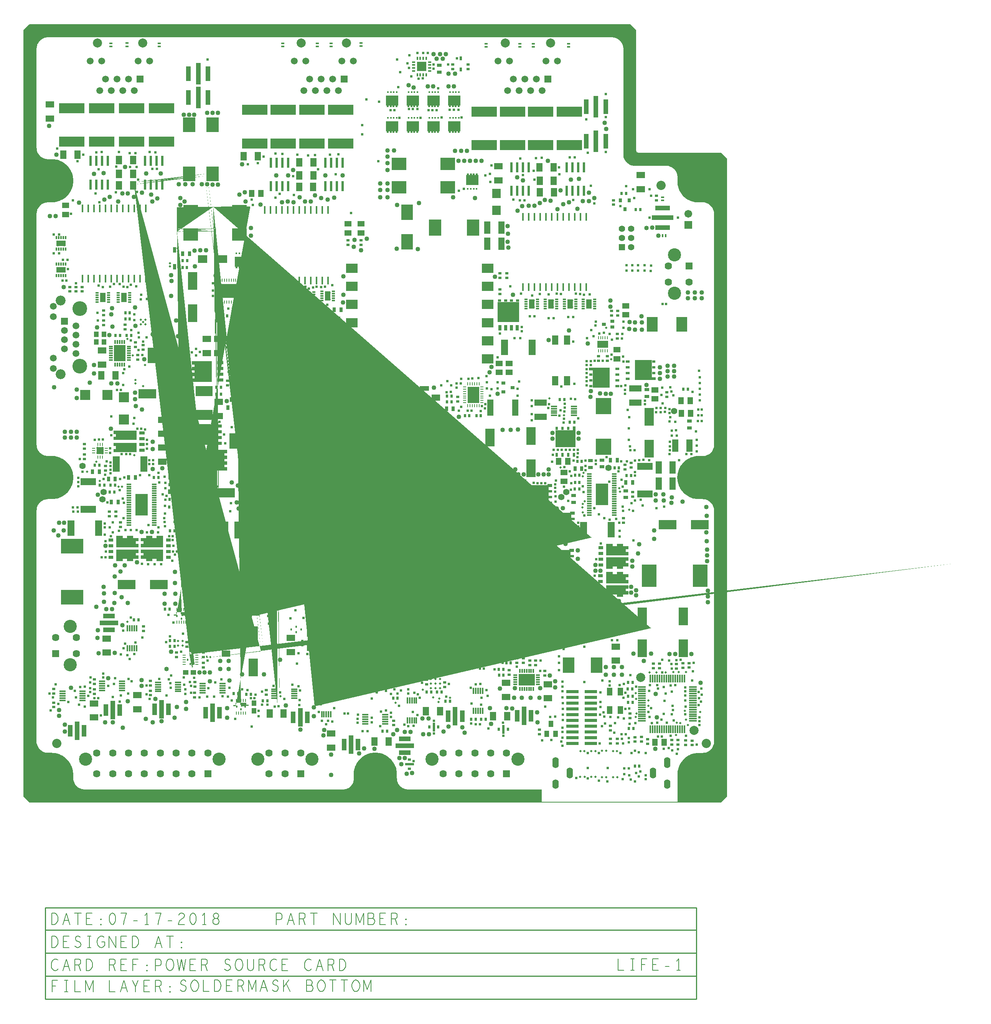
<source format=gbr>
G04 CAM350 V10.0.1 (Build 314) Date:  Tue Jul 17 14:43:05 2018 *
G04 Database: D:\LGR\2018\JULY\REL50470_POWER SOURCE BOARD\REL50470_FINAL.cam *
G04 Layer 11: SMSE *
%FSLAX25Y25*%
%MOIN*%
%SFA1.000B1.000*%

%MIA0B0*%
%IPPOS*%
%AMrect10x24xr2*
4,1,36,-0.00492,0.00984,-0.00488,0.01022,-0.00477,0.01059,-0.00459,0.01093,-0.00434,0.01123,-0.00404,0.01148,-0.00370,0.01166,-0.00333,0.01177,-0.00295,0.01181,0.00295,0.01181,0.00333,0.01177,0.00370,0.01166,0.00404,0.01148,0.00434,0.01123,0.00459,0.01093,0.00477,0.01059,0.00488,0.01022,0.00492,0.00984,0.00492,-0.00984,0.00488,-0.01022,0.00477,-0.01059,0.00459,-0.01093,0.00434,-0.01123,0.00404,-0.01148,0.00370,-0.01166,0.00333,-0.01177,0.00295,-0.01181,-0.00295,-0.01181,-0.00333,-0.01177,-0.00370,-0.01166,-0.00404,-0.01148,-0.00434,-0.01123,-0.00459,-0.01093,-0.00477,-0.01059,-0.00488,-0.01022,-0.00492,-0.00984,-0.00492,0.00984,0.00000*
%
%AMrect24x10xr2*
4,1,36,-0.01181,0.00295,-0.01177,0.00333,-0.01166,0.00370,-0.01148,0.00404,-0.01123,0.00434,-0.01093,0.00459,-0.01059,0.00477,-0.01022,0.00488,-0.00984,0.00492,0.00984,0.00492,0.01022,0.00488,0.01059,0.00477,0.01093,0.00459,0.01123,0.00434,0.01148,0.00404,0.01166,0.00370,0.01177,0.00333,0.01181,0.00295,0.01181,-0.00295,0.01177,-0.00333,0.01166,-0.00370,0.01148,-0.00404,0.01123,-0.00434,0.01093,-0.00459,0.01059,-0.00477,0.01022,-0.00488,0.00984,-0.00492,-0.00984,-0.00492,-0.01022,-0.00488,-0.01059,-0.00477,-0.01093,-0.00459,-0.01123,-0.00434,-0.01148,-0.00404,-0.01166,-0.00370,-0.01177,-0.00333,-0.01181,-0.00295,-0.01181,0.00295,0.00000*
%
%AMu444_452*
4,1,16,-0.08740,-0.08898,-0.08740,-0.06102,-0.06417,-0.06102,-0.06417,-0.03898,-0.08740,-0.03898,-0.08740,-0.01102,-0.06417,-0.01102,-0.06417,0.01102,-0.08740,0.01102,-0.08740,0.03898,-0.06417,0.03898,-0.06417,0.06102,-0.08740,0.06102,-0.08740,0.08898,0.08740,0.08898,0.08740,-0.08898,-0.08740,-0.08898,0.00000*
%
%AMu381_391p4r115_120*
4,1,8,-0.04882,-0.08199,-0.08898,-0.08199,-0.08898,-0.05797,-0.06102,-0.05797,-0.06102,0.08199,0.08898,0.08199,0.08898,-0.07195,-0.04882,-0.07195,-0.04882,-0.08199,0.00000*
%
%AMu258_484_r*
4,1,14,0.05069,-0.05039,0.03120,-0.05039,0.03120,-0.09528,0.00167,-0.09528,0.00167,-0.07323,-0.02116,-0.07323,-0.02116,-0.09528,-0.05069,-0.09528,-0.05069,0.09528,0.05069,0.09528,0.05069,0.04016,0.03120,0.04016,0.03120,0.00472,0.05069,0.00472,0.05069,-0.05039,0.00000*
%
%AMu258_484_r+1*
4,1,14,0.05039,0.05069,0.05039,0.03120,0.09528,0.03120,0.09528,0.00167,0.07323,0.00167,0.07323,-0.02116,0.09528,-0.02116,0.09528,-0.05069,-0.09528,-0.05069,-0.09528,0.05069,-0.04016,0.05069,-0.04016,0.03120,-0.00472,0.03120,-0.00472,0.05069,0.05039,0.05069,0.00000*
%
%AMu258_484_l*
4,1,14,0.05039,-0.05069,-0.00472,-0.05069,-0.00472,-0.03120,-0.04016,-0.03120,-0.04016,-0.05069,-0.09528,-0.05069,-0.09528,0.05069,0.09528,0.05069,0.09528,0.02116,0.07323,0.02116,0.07323,-0.00167,0.09528,-0.00167,0.09528,-0.03120,0.05039,-0.03120,0.05039,-0.05069,0.00000*
%
%AMu258_484_r+2*
4,1,14,-0.05039,-0.05069,-0.05039,-0.03120,-0.09528,-0.03120,-0.09528,-0.00167,-0.07323,-0.00167,-0.07323,0.02116,-0.09528,0.02116,-0.09528,0.05069,0.09528,0.05069,0.09528,-0.05069,0.04016,-0.05069,0.04016,-0.03120,0.00472,-0.03120,0.00472,-0.05069,-0.05039,-0.05069,0.00000*
%
%AMu258_484_l+1*
4,1,14,-0.05039,0.05069,0.00472,0.05069,0.00472,0.03120,0.04016,0.03120,0.04016,0.05069,0.09528,0.05069,0.09528,-0.05069,-0.09528,-0.05069,-0.09528,-0.02116,-0.07323,-0.02116,-0.07323,0.00167,-0.09528,0.00167,-0.09528,0.03120,-0.05039,0.03120,-0.05039,0.05069,0.00000*
%
%AMu250_265np*
4,1,20,-0.05216,0.04921,0.05216,0.04921,0.05216,-0.03740,0.04626,-0.03740,0.04626,-0.04921,0.03051,-0.04921,0.03051,-0.03740,0.02067,-0.03740,0.02067,-0.04921,0.00492,-0.04921,0.00492,-0.03740,-0.00492,-0.03740,-0.00492,-0.04921,-0.02067,-0.04921,-0.02067,-0.03740,-0.03051,-0.03740,-0.03051,-0.04921,-0.04626,-0.04921,-0.04626,-0.03740,-0.05216,-0.03740,-0.05216,0.04921,0.00000*
%
%AMu381_391p4r115_120+1*
4,1,8,0.08199,-0.04882,0.08199,-0.08898,0.05797,-0.08898,0.05797,-0.06102,-0.08199,-0.06102,-0.08199,0.08898,0.07195,0.08898,0.07195,-0.04882,0.08199,-0.04882,0.00000*
%
%AMu381_391p4r115_120+2*
4,1,8,-0.08199,0.04882,-0.08199,0.08898,-0.05797,0.08898,-0.05797,0.06102,0.08199,0.06102,0.08199,-0.08898,-0.07195,-0.08898,-0.07195,0.04882,-0.08199,0.04882,0.00000*
%
%AMu500_203p0*
4,1,8,0.09843,0.04006,0.09843,-0.04006,-0.09842,-0.04006,-0.09842,-0.01250,-0.07874,-0.01250,-0.07874,0.01250,-0.09842,0.01250,-0.09842,0.04006,0.09843,0.04006,0.00000*
%
%AMu381_391p4r115_120+3*
4,1,8,0.04882,0.08199,0.08898,0.08199,0.08898,0.05797,0.06102,0.05797,0.06102,-0.08199,-0.08898,-0.08199,-0.08898,0.07195,0.04882,0.07195,0.04882,0.08199,0.00000*
%
%AMu250_265np+1*
4,1,20,0.05217,-0.04921,-0.05216,-0.04921,-0.05216,0.03740,-0.04626,0.03740,-0.04626,0.04921,-0.03051,0.04921,-0.03051,0.03740,-0.02067,0.03740,-0.02067,0.04921,-0.00492,0.04921,-0.00492,0.03740,0.00492,0.03740,0.00492,0.04921,0.02067,0.04921,0.02067,0.03740,0.03051,0.03740,0.03051,0.04921,0.04626,0.04921,0.04626,0.03740,0.05217,0.03740,0.05217,-0.04921,0.00000*
%
%AMu455_441p4s150*
4,1,6,0.08681,0.08957,0.08681,-0.08957,-0.08681,-0.08957,-0.08681,0.05807,0.06319,0.05807,0.06319,0.08957,0.08681,0.08957,0.00000*
%
%AMu455_441p4s150+1*
4,1,6,0.08957,-0.08681,-0.08957,-0.08681,-0.08957,0.08681,0.05807,0.08681,0.05807,-0.06319,0.08957,-0.06319,0.08957,-0.08681,0.00000*
%
%AMu455_441p4s150+2*
4,1,6,-0.08957,0.08681,0.08957,0.08681,0.08957,-0.08681,-0.05807,-0.08681,-0.05807,0.06319,-0.08957,0.06319,-0.08957,0.08681,0.00000*
%
%AMu444_452+1*
4,1,16,0.08740,0.08898,0.08740,0.06102,0.06417,0.06102,0.06417,0.03898,0.08740,0.03898,0.08740,0.01102,0.06417,0.01102,0.06417,-0.01102,0.08740,-0.01102,0.08740,-0.03898,0.06417,-0.03898,0.06417,-0.06102,0.08740,-0.06102,0.08740,-0.08898,-0.08740,-0.08898,-0.08740,0.08898,0.08740,0.08898,0.00000*
%
%AMu258_484_l+2*
4,1,14,-0.05069,-0.05039,-0.05069,0.00472,-0.03120,0.00472,-0.03120,0.04016,-0.05069,0.04016,-0.05069,0.09528,0.05069,0.09528,0.05069,-0.09528,0.02116,-0.09528,0.02116,-0.07323,-0.00167,-0.07323,-0.00167,-0.09528,-0.03120,-0.09528,-0.03120,-0.05039,-0.05069,-0.05039,0.00000*
%
%AMrect35x15xr7x23*
4,1,35,-0.01771,0.00000,-0.01768,0.00073,-0.01757,0.00146,-0.01739,0.00217,-0.01715,0.00286,-0.01683,0.00353,-0.01645,0.00416,-0.01602,0.00475,-0.01552,0.00529,-0.01498,0.00578,-0.01439,0.00622,-0.01376,0.00660,-0.01310,0.00691,-0.01241,0.00716,-0.01169,0.00734,-0.01097,0.00744,-0.01023,0.00748,0.01771,0.00748,0.01771,-0.00748,-0.01023,-0.00748,-0.01097,-0.00744,-0.01169,-0.00734,-0.01241,-0.00716,-0.01310,-0.00691,-0.01376,-0.00660,-0.01439,-0.00622,-0.01498,-0.00578,-0.01552,-0.00529,-0.01602,-0.00475,-0.01645,-0.00416,-0.01683,-0.00353,-0.01715,-0.00286,-0.01739,-0.00217,-0.01757,-0.00146,-0.01768,-0.00073,-0.01771,0.00000,0.00000*
%
%AMrect15x35xr7x34*
4,1,35,-0.00748,0.01771,0.00748,0.01771,0.00748,-0.01023,0.00744,-0.01097,0.00734,-0.01169,0.00716,-0.01241,0.00691,-0.01310,0.00660,-0.01376,0.00622,-0.01439,0.00578,-0.01498,0.00529,-0.01552,0.00475,-0.01602,0.00416,-0.01645,0.00353,-0.01683,0.00286,-0.01715,0.00217,-0.01739,0.00146,-0.01757,0.00073,-0.01768,0.00000,-0.01771,-0.00073,-0.01768,-0.00146,-0.01757,-0.00217,-0.01739,-0.00286,-0.01715,-0.00353,-0.01683,-0.00416,-0.01645,-0.00475,-0.01602,-0.00529,-0.01552,-0.00578,-0.01498,-0.00622,-0.01439,-0.00660,-0.01376,-0.00691,-0.01310,-0.00716,-0.01241,-0.00734,-0.01169,-0.00744,-0.01097,-0.00748,-0.01023,-0.00748,0.01771,0.00000*
%
%AMrect35x15xr7x14*
4,1,35,-0.01771,0.00748,0.01023,0.00748,0.01097,0.00744,0.01169,0.00734,0.01241,0.00716,0.01310,0.00691,0.01376,0.00660,0.01439,0.00622,0.01498,0.00578,0.01552,0.00529,0.01602,0.00475,0.01645,0.00416,0.01683,0.00353,0.01715,0.00286,0.01739,0.00217,0.01757,0.00146,0.01768,0.00073,0.01771,0.00000,0.01768,-0.00073,0.01757,-0.00146,0.01739,-0.00217,0.01715,-0.00286,0.01683,-0.00353,0.01645,-0.00416,0.01602,-0.00475,0.01552,-0.00529,0.01498,-0.00578,0.01439,-0.00622,0.01376,-0.00660,0.01310,-0.00691,0.01241,-0.00716,0.01169,-0.00734,0.01097,-0.00744,0.01023,-0.00748,-0.01771,-0.00748,-0.01771,0.00748,0.00000*
%
%AMrect15x35xr7x12*
4,1,35,-0.00748,0.01023,-0.00744,0.01097,-0.00734,0.01169,-0.00716,0.01241,-0.00691,0.01310,-0.00660,0.01376,-0.00622,0.01439,-0.00578,0.01498,-0.00529,0.01552,-0.00475,0.01602,-0.00416,0.01645,-0.00353,0.01683,-0.00286,0.01715,-0.00217,0.01739,-0.00146,0.01757,-0.00073,0.01768,0.00000,0.01771,0.00073,0.01768,0.00146,0.01757,0.00217,0.01739,0.00286,0.01715,0.00353,0.01683,0.00416,0.01645,0.00475,0.01602,0.00529,0.01552,0.00578,0.01498,0.00622,0.01439,0.00660,0.01376,0.00691,0.01310,0.00716,0.01241,0.00734,0.01169,0.00744,0.01097,0.00748,0.01023,0.00748,-0.01771,-0.00748,-0.01771,-0.00748,0.01023,0.00000*
%
%AMu354_179m340_165c5_np*
4,1,116,-0.04724,-0.00492,-0.04724,0.00492,-0.06496,0.00492,-0.06535,0.00496,-0.06571,0.00507,-0.06605,0.00525,-0.06635,0.00550,-0.06660,0.00580,-0.06678,0.00614,-0.06689,0.00651,-0.06693,0.00689,-0.06693,0.01280,-0.06689,0.01318,-0.06678,0.01355,-0.06660,0.01389,-0.06635,0.01419,-0.06605,0.01443,-0.06571,0.01461,-0.06535,0.01473,-0.06496,0.01476,-0.04724,0.01476,-0.04724,0.03051,-0.04721,0.03090,-0.04709,0.03127,-0.04691,0.03161,-0.04667,0.03190,-0.04637,0.03215,-0.04603,0.03233,-0.04566,0.03244,-0.04528,0.03248,0.04528,0.03248,0.04566,0.03244,0.04603,0.03233,0.04637,0.03215,0.04667,0.03190,0.04691,0.03161,0.04709,0.03127,0.04721,0.03090,0.04724,0.03051,0.04724,0.01476,0.06496,0.01476,0.06535,0.01473,0.06571,0.01461,0.06605,0.01443,0.06635,0.01419,0.06660,0.01389,0.06678,0.01355,0.06689,0.01318,0.06693,0.01280,0.06693,0.00689,0.06689,0.00651,0.06678,0.00614,0.06660,0.00580,0.06635,0.00550,0.06605,0.00525,0.06571,0.00507,0.06535,0.00496,0.06496,0.00492,0.04724,0.00492,0.04724,-0.00492,0.06496,-0.00492,0.06535,-0.00496,0.06571,-0.00507,0.06605,-0.00525,0.06635,-0.00550,0.06660,-0.00580,0.06678,-0.00614,0.06689,-0.00651,0.06693,-0.00689,0.06693,-0.01279,0.06689,-0.01318,0.06678,-0.01355,0.06660,-0.01389,0.06635,-0.01419,0.06605,-0.01443,0.06571,-0.01461,0.06535,-0.01473,0.06496,-0.01476,0.04724,-0.01476,0.04724,-0.03051,0.04721,-0.03090,0.04709,-0.03127,0.04691,-0.03161,0.04667,-0.03190,0.04637,-0.03215,0.04603,-0.03233,0.04566,-0.03244,0.04528,-0.03248,-0.04528,-0.03248,-0.04566,-0.03244,-0.04603,-0.03233,-0.04637,-0.03215,-0.04667,-0.03190,-0.04691,-0.03161,-0.04709,-0.03127,-0.04721,-0.03090,-0.04724,-0.03051,-0.04724,-0.01476,-0.06496,-0.01476,-0.06535,-0.01473,-0.06571,-0.01461,-0.06605,-0.01443,-0.06635,-0.01419,-0.06660,-0.01389,-0.06678,-0.01355,-0.06689,-0.01318,-0.06693,-0.01279,-0.06693,-0.00689,-0.06689,-0.00651,-0.06678,-0.00614,-0.06660,-0.00580,-0.06635,-0.00550,-0.06605,-0.00525,-0.06571,-0.00507,-0.06535,-0.00496,-0.06496,-0.00492,-0.04724,-0.00492,0.00000*
%
%AMu354_179m340_165c5_np+2*
4,1,116,-0.00492,0.04724,0.00492,0.04724,0.00492,0.06496,0.00496,0.06535,0.00507,0.06571,0.00525,0.06605,0.00550,0.06635,0.00580,0.06660,0.00614,0.06678,0.00651,0.06689,0.00689,0.06693,0.01279,0.06693,0.01318,0.06689,0.01355,0.06678,0.01389,0.06660,0.01419,0.06635,0.01443,0.06605,0.01461,0.06571,0.01473,0.06535,0.01476,0.06496,0.01476,0.04724,0.03051,0.04724,0.03090,0.04721,0.03127,0.04709,0.03161,0.04691,0.03190,0.04667,0.03215,0.04637,0.03233,0.04603,0.03244,0.04566,0.03248,0.04528,0.03248,-0.04528,0.03244,-0.04566,0.03233,-0.04603,0.03215,-0.04637,0.03190,-0.04667,0.03161,-0.04691,0.03127,-0.04709,0.03090,-0.04721,0.03051,-0.04724,0.01476,-0.04724,0.01476,-0.06496,0.01473,-0.06534,0.01461,-0.06571,0.01443,-0.06605,0.01419,-0.06635,0.01389,-0.06660,0.01355,-0.06678,0.01318,-0.06689,0.01279,-0.06693,0.00689,-0.06693,0.00651,-0.06689,0.00614,-0.06678,0.00580,-0.06660,0.00550,-0.06635,0.00525,-0.06605,0.00507,-0.06571,0.00496,-0.06534,0.00492,-0.06496,0.00492,-0.04724,-0.00492,-0.04724,-0.00492,-0.06496,-0.00496,-0.06534,-0.00507,-0.06571,-0.00525,-0.06605,-0.00550,-0.06635,-0.00580,-0.06660,-0.00614,-0.06678,-0.00651,-0.06689,-0.00689,-0.06693,-0.01279,-0.06693,-0.01318,-0.06689,-0.01355,-0.06678,-0.01389,-0.06660,-0.01419,-0.06635,-0.01443,-0.06605,-0.01461,-0.06571,-0.01473,-0.06534,-0.01476,-0.06496,-0.01476,-0.04724,-0.03051,-0.04724,-0.03090,-0.04721,-0.03127,-0.04709,-0.03161,-0.04691,-0.03190,-0.04667,-0.03215,-0.04637,-0.03233,-0.04603,-0.03244,-0.04566,-0.03248,-0.04528,-0.03248,0.04528,-0.03244,0.04566,-0.03233,0.04603,-0.03215,0.04637,-0.03190,0.04667,-0.03161,0.04691,-0.03127,0.04709,-0.03090,0.04721,-0.03051,0.04724,-0.01476,0.04724,-0.01476,0.06496,-0.01473,0.06535,-0.01461,0.06571,-0.01443,0.06605,-0.01419,0.06635,-0.01389,0.06660,-0.01355,0.06678,-0.01318,0.06689,-0.01279,0.06693,-0.00689,0.06693,-0.00651,0.06689,-0.00614,0.06678,-0.00580,0.06660,-0.00550,0.06635,-0.00525,0.06605,-0.00507,0.06571,-0.00496,0.06535,-0.00492,0.06496,-0.00492,0.04724,0.00000*
%
%ADD10C,0.00600*%
%ADD12C,0.01000*%
%ADD18R,0.04528X0.04331*%
%ADD19R,0.02400X0.03000*%
%ADD70R,0.03000X0.02400*%
%ADD20R,0.07600X0.08000*%
%ADD21R,0.05100X0.05900*%
%ADD22R,0.05500X0.07500*%
%ADD72R,0.02800X0.04300*%
%ADD73R,0.05900X0.05100*%
%ADD30R,0.11000X0.05500*%
%ADD31rect10x24xr2*%
%ADD33R,0.03543X0.02756*%
%ADD35R,0.05500X0.11000*%
%ADD36R,0.05900X0.13800*%
%ADD38R,0.07500X0.05500*%
%ADD39R,0.02000X0.08700*%
%ADD40R,0.22047X0.09055*%
%ADD41R,0.04016X0.12520*%
%ADD42rect24x10xr2*%
%ADD47R,0.04300X0.02800*%
%ADD48R,0.13800X0.05900*%
%ADD51R,0.03543X0.03150*%
%ADD52R,0.08268X0.07087*%
%ADD54R,0.04331X0.04528*%
%ADD55R,0.17717X0.05118*%
%ADD57R,0.03150X0.03543*%
%ADD63R,0.08504X0.08898*%
%ADD64R,0.09449X0.12992*%
%ADD65R,0.12520X0.04016*%
%ADD66R,0.08898X0.08504*%
%ADD68R,0.02756X0.01575*%
%ADD74R,0.04488X0.19016*%
%ADD75R,0.19016X0.04488*%
%ADD77C,0.04000*%
%ADD78C,0.05512*%
%ADD79C,0.06378*%
%ADD80R,0.06378X0.06378*%
%ADD81C,0.02400*%
%ADD82C,0.29500*%
%ADD83C,0.02000*%
%ADD84C,0.05600*%
%ADD86C,0.11417*%
%ADD88C,0.05906*%
%ADD89C,0.05866*%
%ADD90R,0.05866X0.05866*%
%ADD93R,0.05512X0.05512*%
%ADD94R,0.02362X0.02362*%
%ADD95R,0.05906X0.05906*%
%ADD96R,0.02756X0.02362*%
%ADD97C,0.06700*%
%ADD99C,0.01800*%
%ADD102R,0.06700X0.06700*%
%ADD103O,0.05512X0.08268*%
%ADD104O,0.05512X0.09449*%
%ADD105C,0.08543*%
%ADD106C,0.07874*%
%ADD107C,0.12795*%
%ADD108C,0.08000*%
%ADD122R,0.02362X0.03150*%
%ADD123R,0.03150X0.02362*%
%ADD124R,0.03900X0.05500*%
%ADD125R,0.00984X0.02756*%
%ADD126R,0.10000X0.07992*%
%ADD127R,0.10630X0.14173*%
%ADD128R,0.04488X0.07992*%
%ADD129R,0.07992X0.04488*%
%ADD132R,0.03347X0.01968*%
%ADD135R,0.04134X0.01260*%
%ADD138R,0.02756X0.00984*%
%ADD139R,0.12795X0.19685*%
%ADD140R,0.14961X0.09055*%
%ADD141R,0.05709X0.08071*%
%ADD143u444_452*%
%ADD144R,0.02323X0.02795*%
%ADD145R,0.13779X0.09843*%
%ADD146R,0.07874X0.15748*%
%ADD147R,0.05709X0.01181*%
%ADD148R,0.01968X0.03347*%
%ADD149u381_391p4r115_120*%
%ADD150R,0.04016X0.02402*%
%ADD151R,0.00984X0.02658*%
%ADD152R,0.10630X0.12598*%
%ADD153R,0.01575X0.07008*%
%ADD154R,0.04000X0.10000*%
%ADD155R,0.01181X0.05709*%
%ADD156R,0.19685X0.12795*%
%ADD157R,0.00394X0.00394*%
%ADD158u258_484_r*%
%ADD159R,0.02953X0.03937*%
%ADD160u258_484_r+1*%
%ADD161R,0.03937X0.02953*%
%ADD162u258_484_l*%
%ADD163R,0.01200X0.02500*%
%ADD164R,0.02500X0.01200*%
%ADD165R,0.01181X0.05512*%
%ADD166R,0.14961X0.03937*%
%ADD167R,0.11004X0.02913*%
%ADD168R,0.03937X0.02756*%
%ADD169R,0.10000X0.04000*%
%ADD170R,0.03937X0.14961*%
%ADD171R,0.15748X0.07874*%
%ADD172u258_484_r+2*%
%ADD173u258_484_l+1*%
%ADD174u250_265np*%
%ADD175R,0.01575X0.01181*%
%ADD176R,0.12598X0.10630*%
%ADD177R,0.01575X0.01575*%
%ADD178R,0.09843X0.13779*%
%ADD179R,0.02756X0.04724*%
%ADD180R,0.04700X0.07100*%
%ADD181R,0.06299X0.07480*%
%ADD182u381_391p4r115_120+1*%
%ADD183R,0.02402X0.04016*%
%ADD184u381_391p4r115_120+2*%
%ADD185R,0.02835X0.01181*%
%ADD186R,0.04724X0.02559*%
%ADD187u500_203p0*%
%ADD188R,0.01968X0.02756*%
%ADD189R,0.01181X0.02835*%
%ADD190R,0.13779X0.13976*%
%ADD191u381_391p4r115_120+3*%
%ADD192R,0.07480X0.06299*%
%ADD193R,0.08465X0.08465*%
%ADD194R,0.02402X0.05000*%
%ADD195R,0.01968X0.03543*%
%ADD196R,0.02559X0.04724*%
%ADD197R,0.18504X0.17717*%
%ADD198R,0.02756X0.01968*%
%ADD199R,0.17717X0.18504*%
%ADD200u250_265np+1*%
%ADD201R,0.05512X0.14016*%
%ADD202R,0.10433X0.14370*%
%ADD203R,0.20276X0.12402*%
%ADD204R,0.05402X0.02795*%
%ADD205R,0.05000X0.02402*%
%ADD206R,0.16142X0.13779*%
%ADD207u455_441p4s150*%
%ADD208u455_441p4s150+1*%
%ADD209u455_441p4s150+2*%
%ADD210u444_452+1*%
%ADD211R,0.01575X0.02756*%
%ADD212u258_484_l+2*%
%ADD213R,0.02559X0.01968*%
%ADD214R,0.05000X0.08100*%
%ADD215R,0.08100X0.05000*%
%ADD216R,0.09646X0.09646*%
%ADD217R,0.14370X0.10433*%
%ADD218R,0.09370X0.06496*%
%ADD219R,0.10787X0.18701*%
%ADD220R,0.06496X0.06496*%
%ADD221R,0.01968X0.02559*%
%ADD224R,0.04331X0.05236*%
%ADD225R,0.01476X0.01476*%
%ADD226R,0.06693X0.01575*%
%ADD227R,0.01575X0.06693*%
%ADD228rect35x15xr7x23*%
%ADD229rect15x35xr7x34*%
%ADD230rect35x15xr7x14*%
%ADD231rect15x35xr7x12*%
%ADD232u354_179m340_165c5_np*%
%ADD233u354_179m340_165c5_np+2*%
%LNSMSE*%
%LPD*%
G36*
X333819Y31816D02*
G01Y33784D01*
X336181*
Y31816*
X333819*
G37*
G36*
X355079Y63981D02*
G01Y66343D01*
X357047*
Y63981*
X355079*
G37*
G36*
X415616Y61919D02*
G01Y64281D01*
X417584*
Y61919*
X415616*
G37*
G36*
X0Y5000D02*
G01Y670110D01*
X5000Y675110*
X526657*
X531657Y670110*
Y565448*
X531712Y565135*
X531814Y564834*
X531959Y564551*
X532145Y564294*
X532399Y564040*
X532727Y563837*
X533085Y563692*
X533463Y563610*
X605551*
X610551Y558610*
Y5000*
X605551Y0*
X567850*
Y16750*
X567800Y16800*
Y24100*
X567837Y25272*
X567948Y26439*
X568132Y27597*
X568388Y28741*
X568717Y29867*
X569115Y30969*
X569582Y32045*
X570116Y33089*
X570715Y34097*
X571376Y35065*
X572097Y35990*
X572874Y36868*
X573705Y37694*
X574587Y38467*
X575516Y39183*
X576488Y39839*
X577499Y40432*
X578546Y40960*
X579624Y41422*
X580728Y41814*
X581856Y42137*
X583001Y42387*
X584160Y42565*
X585328Y42669*
X586500Y42700*
X589800*
X590649Y42737*
X591491Y42847*
X592320Y43030*
X593131Y43283*
X593917Y43606*
X594671Y43996*
X595389Y44450*
X596065Y44964*
X596694Y45535*
X597272Y46158*
X597793Y46829*
X598254Y47542*
X598651Y48293*
X598982Y49075*
X599245Y49883*
X599436Y50711*
X599554Y51552*
X599600Y52400*
Y254100*
X599472Y254953*
X599271Y255793*
X598999Y256612*
X598657Y257404*
X598248Y258164*
X597776Y258886*
X597243Y259565*
X596653Y260195*
X596012Y260772*
X595323Y261292*
X594592Y261750*
X593824Y262144*
X593025Y262471*
X592201Y262727*
X591358Y262912*
X590502Y263023*
X589640Y263060*
X586350*
X585150Y263100*
X583954Y263218*
X582769Y263411*
X581599Y263680*
X580448Y264023*
X579321Y264440*
X578224Y264927*
X577160Y265484*
X576133Y266108*
X575149Y266797*
X574211Y267547*
X573323Y268355*
X572489Y269219*
X571711Y270134*
X570994Y271098*
X570340Y272105*
X569752Y273152*
X569232Y274235*
X568782Y275348*
X568405Y276489*
X568101Y277651*
X567873Y278830*
X567720Y280021*
X567644Y281219*
X567645Y282420*
X567723Y283619*
X567877Y284810*
X568108Y285989*
X568413Y287150*
X568792Y288290*
X569244Y289403*
X569766Y290485*
X570355Y291531*
X571011Y292537*
X571730Y293499*
X572509Y294413*
X573345Y295276*
X574234Y296083*
X575173Y296831*
X576159Y297518*
X577186Y298140*
X578251Y298696*
X579349Y299181*
X580476Y299596*
X581628Y299938*
X582799Y300205*
X583984Y300396*
X585180Y300512*
X586380Y300550*
X589990*
X590822Y300586*
X591648Y300693*
X592462Y300871*
X593257Y301119*
X594028Y301434*
X594769Y301814*
X595474Y302257*
X596139Y302759*
X596758Y303316*
X597327Y303925*
X597841Y304580*
X598297Y305277*
X598692Y306011*
X599021Y306776*
X599284Y307566*
X599477Y308376*
X599600Y309200*
Y510800*
X599562Y511680*
X599447Y512554*
X599256Y513414*
X598991Y514254*
X598654Y515068*
X598247Y515850*
X597773Y516593*
X597237Y517292*
X596642Y517942*
X595992Y518537*
X595293Y519073*
X594550Y519547*
X593768Y519954*
X592954Y520291*
X592114Y520556*
X591254Y520747*
X590380Y520862*
X589500Y520900*
X585500*
X584342Y520938*
X583190Y521051*
X582047Y521240*
X580919Y521503*
X579811Y521839*
X578727Y522247*
X577671Y522725*
X576650Y523271*
X575666Y523883*
X574725Y524558*
X573830Y525292*
X572984Y526084*
X572192Y526930*
X571458Y527825*
X570783Y528766*
X570171Y529750*
X569625Y530771*
X569147Y531827*
X568739Y532911*
X568403Y534019*
X568140Y535147*
X567951Y536290*
X567838Y537442*
X567800Y538600*
Y542800*
X567763Y543654*
X567651Y544502*
X567466Y545336*
X567209Y546152*
X566882Y546942*
X566487Y547700*
X566028Y548421*
X565507Y549099*
X564930Y549730*
X564299Y550307*
X563621Y550828*
X562900Y551287*
X562142Y551682*
X561352Y552009*
X560536Y552266*
X559702Y552451*
X558854Y552563*
X558000Y552600*
X530300*
X529450Y552679*
X528610Y552830*
X527785Y553051*
X526982Y553341*
X526206Y553697*
X525463Y554118*
X524758Y554600*
X524097Y555139*
X523483Y555733*
X522921Y556376*
X522416Y557064*
X521971Y557792*
X521588Y558556*
X521271Y559349*
X521023Y560165*
X520844Y561000*
X520736Y561847*
X520700Y562700*
Y654800*
X520591Y655681*
X520405Y656549*
X520143Y657397*
X519808Y658219*
X519402Y659008*
X518928Y659759*
X518390Y660465*
X517793Y661122*
X517140Y661723*
X516436Y662265*
X515688Y662742*
X514901Y663153*
X514081Y663492*
X513234Y663759*
X512367Y663950*
X511487Y664064*
X510600Y664100*
X20800*
X19957Y664064*
X19120Y663955*
X18295Y663774*
X17489Y663524*
X16707Y663205*
X15956Y662820*
X15241Y662371*
X14567Y661863*
X13939Y661299*
X13362Y660682*
X12841Y660019*
X12378Y659313*
X11978Y658570*
X11643Y657795*
X11376Y656994*
X11179Y656173*
X11053Y655338*
X11000Y654496*
Y568290*
X11039Y567408*
X11156Y566534*
X11350Y565673*
X11620Y564832*
X11963Y564019*
X12377Y563240*
X12858Y562500*
X13403Y561806*
X14008Y561162*
X14667Y560575*
X15375Y560049*
X16127Y559587*
X16918Y559194*
X17739Y558873*
X18587Y558625*
X19452Y558454*
X20330Y558360*
X24180*
X25381Y558321*
X26577Y558206*
X27763Y558014*
X28935Y557747*
X30087Y557405*
X31214Y556990*
X32313Y556504*
X33379Y555948*
X34406Y555325*
X35392Y554637*
X36331Y553888*
X37221Y553080*
X38057Y552217*
X38835Y551302*
X39554Y550339*
X40210Y549332*
X40799Y548285*
X41321Y547203*
X41772Y546089*
X42150Y544948*
X42455Y543786*
X42685Y542607*
X42838Y541415*
X42915Y540216*
Y539014*
X42838Y537815*
X42685Y536623*
X42455Y535444*
X42150Y534282*
X41772Y533141*
X41321Y532027*
X40799Y530945*
X40210Y529898*
X39554Y528891*
X38835Y527928*
X38057Y527013*
X37221Y526150*
X36331Y525342*
X35392Y524593*
X34406Y523905*
X33379Y523282*
X32313Y522726*
X31214Y522240*
X30087Y521825*
X28935Y521483*
X27763Y521216*
X26577Y521024*
X25381Y520909*
X24180Y520870*
X24170Y520860*
X20960*
X20099Y520823*
X19245Y520711*
X18403Y520526*
X17581Y520269*
X16783Y519942*
X16017Y519547*
X15288Y519088*
X14602Y518567*
X13963Y517989*
X13376Y517357*
X12847Y516678*
X12378Y515955*
X11973Y515194*
X11635Y514401*
X11367Y513582*
X11171Y512743*
X11049Y511890*
X11000Y511030*
Y310470*
X11036Y309624*
X11144Y308784*
X11323Y307957*
X11573Y307147*
X11890Y306362*
X12273Y305607*
X12719Y304887*
X13224Y304208*
X13786Y303575*
X14400Y302991*
X15061Y302462*
X15765Y301991*
X16506Y301582*
X17279Y301238*
X18080Y300961*
X18900Y300753*
X19736Y300616*
X20580Y300550*
X24160*
X25360Y300512*
X26555Y300396*
X27740Y300205*
X28910Y299938*
X30061Y299597*
X31188Y299183*
X32285Y298697*
X33350Y298143*
X34377Y297521*
X35362Y296835*
X36301Y296087*
X37190Y295281*
X38026Y294419*
X38805Y293506*
X39524Y292544*
X40180Y291539*
X40770Y290494*
X41292Y289413*
X41744Y288301*
X42123Y287162*
X42429Y286001*
X42660Y284823*
X42816Y283633*
X42894Y282435*
X42896Y281235*
X42821Y280037*
X42670Y278846*
X42443Y277667*
X42140Y276506*
X41764Y275366*
X41316Y274252*
X40797Y273169*
X40211Y272122*
X39558Y271115*
X38842Y270151*
X38066Y269235*
X37233Y268371*
X36346Y267562*
X35410Y266811*
X34427Y266122*
X33402Y265497*
X32339Y264939*
X31243Y264450*
X30118Y264032*
X28968Y263687*
X27799Y263416*
X26614Y263221*
X25420Y263102*
X24220Y263060*
X20920*
X20055Y263021*
X19196Y262906*
X18351Y262717*
X17526Y262455*
X16726Y262123*
X15958Y261722*
X15229Y261255*
X14542Y260727*
X13904Y260142*
X13320Y259503*
X12793Y258815*
X12328Y258084*
X11929Y257316*
X11598Y256516*
X11338Y255689*
X11151Y254844*
X11038Y253985*
X11000Y253120*
Y51451*
X11164Y50608*
X11397Y49781*
X11699Y48976*
X12067Y48200*
X12498Y47456*
X12990Y46752*
X13539Y46091*
X14142Y45478*
X14793Y44918*
X15489Y44414*
X16225Y43970*
X16995Y43589*
X17794Y43273*
X18617Y43025*
X19457Y42847*
X20310Y42740*
X23990*
X25167Y42703*
X26340Y42592*
X27503Y42408*
X28653Y42151*
X29784Y41822*
X30892Y41423*
X31973Y40956*
X33023Y40421*
X34037Y39821*
X35011Y39159*
X35942Y38437*
X36825Y37658*
X37658Y36825*
X38437Y35942*
X39159Y35011*
X39821Y34037*
X40421Y33023*
X40956Y31973*
X41423Y30892*
X41822Y29784*
X42151Y28653*
X42408Y27503*
X42592Y26340*
X42703Y25167*
X42740Y23990*
Y21040*
X42779Y20150*
X42897Y19268*
X43093Y18399*
X43364Y17551*
X43710Y16730*
X44126Y15943*
X44611Y15196*
X45160Y14495*
X45768Y13845*
X46432Y13251*
X47146Y12719*
X47903Y12251*
X48700Y11852*
X49528Y11526*
X50382Y11274*
X51255Y11098*
X52140Y11000*
X277310*
X278136Y11037*
X278955Y11148*
X279762Y11332*
X280548Y11587*
X281308Y11912*
X282037Y12304*
X282727Y12759*
X283374Y13274*
X283971Y13846*
X284516Y14468*
X285002Y15137*
X285426Y15847*
X285786Y16591*
X286077Y17365*
X286297Y18162*
X286445Y18976*
X286520Y19799*
Y24170*
X286559Y25371*
X286674Y26568*
X286866Y27754*
X287133Y28926*
X287475Y30078*
X287890Y31206*
X288377Y32305*
X288933Y33371*
X289556Y34399*
X290243Y35385*
X290993Y36324*
X291801Y37214*
X292664Y38050*
X293580Y38829*
X294543Y39548*
X295550Y40204*
X296597Y40794*
X297680Y41315*
X298794Y41766*
X299935Y42145*
X301098Y42450*
X302278Y42680*
X303470Y42833*
X304669Y42910*
X305871*
X307070Y42833*
X308262Y42680*
X309442Y42450*
X310605Y42145*
X311746Y41766*
X312860Y41315*
X313943Y40794*
X314990Y40204*
X315997Y39548*
X316960Y38829*
X317876Y38050*
X318739Y37214*
X319547Y36324*
X320297Y35385*
X320984Y34399*
X321607Y33371*
X322163Y32305*
X322650Y31206*
X323065Y30078*
X323407Y28926*
X323674Y27754*
X323866Y26568*
X323981Y25371*
X324020Y24170*
Y21000*
X324058Y20128*
X324171Y19263*
X324360Y18411*
X324621Y17578*
X324954Y16771*
X325355Y15996*
X325823Y15259*
X326352Y14565*
X326940Y13920*
X327581Y13328*
X328272Y12795*
X329006Y12323*
X329779Y11916*
X330583Y11579*
X331414Y11312*
X332265Y11119*
X333130Y11000*
X449800*
Y0*
X5000*
X0Y5000*
G37*
G54D122*
X412663Y63100D03*
G54D123*
X335000Y28863D03*
G54D122*
X352126Y65162D03*
G54D124*
X458000Y67850D03*
G54D70*
X447800Y62769D03*
G54D125*
X387547Y363149D03*
G54D35*
X402598Y485000D03*
Y498900D03*
G54D70*
X419600Y459169D03*
X413500D03*
G54D126*
X402896Y447822D03*
Y463570D03*
G54D127*
X390039Y498900D03*
G54D128*
X374695Y78662D03*
Y70670D03*
G54D129*
X77896Y155700D03*
X69904D03*
G54D128*
X240033Y77533D03*
Y69540D03*
X163935Y81706D03*
Y73713D03*
X46325Y65939D03*
Y57946D03*
G54D129*
X334733Y48899D03*
G54D128*
X434600Y70904D03*
Y78896D03*
G54D129*
X326740Y48899D03*
G54D128*
X284235Y45913D03*
Y53906D03*
X77300Y76004D03*
Y83996D03*
X119500Y76704D03*
Y84696D03*
G54D19*
X572931Y358400D03*
X226469Y402100D03*
G54D70*
X558500Y355869D03*
G54D226*
X581094Y82283D03*
G54D70*
X568300Y53969D03*
G54D227*
X563969Y63189D03*
X565937D03*
G54D124*
X461750Y59150D03*
G54D70*
X526400Y73031D03*
G54D19*
X524952Y103963D03*
G54D124*
X454250Y59150D03*
G54D70*
X447800Y58831D03*
X574800Y49531D03*
G54D19*
X349831Y95400D03*
G54D132*
X524392Y377700D03*
Y372700D03*
Y367700D03*
X515417Y366100D03*
Y371100D03*
Y376100D03*
G54D33*
X503760Y415000D03*
G54D73*
X523000Y423063D03*
G54D70*
X510500Y422531D03*
X516000D03*
G54D33*
X511240Y417559D03*
G54D19*
X358831Y95400D03*
X361131Y110800D03*
G54D57*
X518360Y522637D03*
G54D19*
X519231Y528700D03*
G54D70*
X512100Y522669D03*
G54D57*
X522100Y514763D03*
G54D19*
X531531Y514600D03*
G54D70*
X512100Y518731D03*
G54D228*
X91174Y383894D03*
G54D19*
X524631Y98300D03*
G54D54*
X69500Y399654D03*
X63000D03*
G54D229*
X81331Y399643D03*
X79363D03*
G54D38*
X68000Y392102D03*
G54D19*
X79431Y405100D03*
X370169Y87400D03*
G54D135*
X513025Y273006D03*
Y271037D03*
G54D226*
X581094Y92126D03*
G54D70*
X536500Y56469D03*
G54D227*
X546252Y63189D03*
X548220D03*
G54D230*
X75426Y383894D03*
G54D229*
X85268Y399643D03*
G54D228*
X91174Y389800D03*
G54D230*
X75426Y385863D03*
G54D231*
X85268Y379957D03*
G54D230*
X75426Y387831D03*
Y389800D03*
Y391768D03*
Y393737D03*
Y395706D03*
G54D231*
X83300Y379957D03*
G54D19*
X278613Y297352D03*
G54D70*
X287100Y254869D03*
G54D138*
X295285Y260612D03*
G54D139*
X260146Y266000D03*
G54D70*
X287100Y259831D03*
G54D140*
X276200Y272633D03*
G54D21*
X352537Y241500D03*
X389563Y276000D03*
X464563Y296000D03*
G54D141*
X471798Y401316D03*
G54D70*
X536500Y52531D03*
G54D19*
X167131Y360100D03*
G54D143*
X154634Y374000D03*
G54D144*
X147055Y381500D03*
Y376500D03*
Y371500D03*
G54D140*
X156600Y356933D03*
G54D138*
X295285Y262581D03*
G54D145*
X320700Y239105D03*
G54D70*
X287100Y263769D03*
G54D47*
X288000Y270547D03*
G54D70*
X287100Y250931D03*
G54D146*
X284600Y236176D03*
G54D140*
X276200Y251767D03*
G54D147*
X50893Y94132D03*
G54D70*
X25700Y94331D03*
G54D147*
X33570Y96100D03*
G54D70*
X25700Y98269D03*
G54D147*
X33570Y94132D03*
X50893Y96100D03*
G54D148*
X468000Y301583D03*
X473000D03*
X478000D03*
G54D149*
X433386Y242698D03*
G54D150*
X426496Y240700D03*
Y245700D03*
Y250700D03*
G54D125*
X408853Y224420D03*
G54D47*
X410000Y212953D03*
G54D146*
X440500Y290024D03*
G54D19*
X469469Y349500D03*
G54D147*
X460439Y339705D03*
G54D125*
X402947Y239380D03*
G54D70*
X397400Y246631D03*
G54D147*
X477761Y341674D03*
Y337736D03*
G54D148*
X463000Y301583D03*
G54D19*
X474231Y329800D03*
G54D147*
X477761Y335768D03*
X460439D03*
G54D19*
X465531Y349500D03*
G54D147*
X460439Y341674D03*
G54D51*
X378088Y314340D03*
G54D151*
X362784Y205839D03*
X364753Y216961D03*
G54D35*
X368602Y226100D03*
G54D70*
X506800Y387176D03*
G54D125*
X504969Y391998D03*
G54D138*
X397980Y358621D03*
G54D152*
X143464Y545640D03*
X163936D03*
G54D153*
X80714Y515550D03*
X50714D03*
X95714D03*
X65714D03*
G54D147*
X33570Y92163D03*
G54D154*
X52329Y61943D03*
X278231Y49909D03*
G54D38*
X267000Y47298D03*
G54D155*
X262663Y93430D03*
X266600Y76107D03*
X264632D03*
G54D19*
X270921Y101655D03*
G54D155*
X264632Y93430D03*
G54D19*
X274858Y101655D03*
G54D155*
X266600Y93430D03*
G54D125*
X427684Y148283D03*
G54D156*
X301000Y181646D03*
G54D157*
X264264Y167894D03*
G54D158*
X267856Y176555D03*
G54D159*
X254500Y191004D03*
G54D151*
X360816Y205839D03*
X362784Y216961D03*
X360816D03*
X358847D03*
G54D135*
X491175Y251352D03*
G54D139*
X543254Y196400D03*
G54D157*
X524106Y191364D03*
G54D160*
X515445Y194956D03*
G54D161*
X500996Y181600D03*
Y186600D03*
G54D135*
X491175Y257258D03*
G54D36*
X510108Y236400D03*
G54D135*
X491175Y263163D03*
G54D161*
X500996Y191600D03*
X501096Y215800D03*
G54D135*
X513025Y249384D03*
G54D161*
X500996Y196600D03*
G54D146*
X537100Y161376D03*
X573000D03*
G54D162*
X515445Y183244D03*
G54D157*
X524106Y186836D03*
G54D135*
X491175Y259226D03*
X513025Y251352D03*
G54D161*
X501096Y220800D03*
G54D70*
X521000Y242631D03*
G54D135*
X513025Y255289D03*
G54D139*
X587546Y196400D03*
G54D157*
X524206Y215564D03*
G54D160*
X515545Y219156D03*
G54D161*
X501096Y205800D03*
G54D135*
X513025Y259226D03*
G54D161*
X501096Y210800D03*
G54D41*
X505504Y604000D03*
G54D68*
X401400Y655822D03*
G54D163*
X32077Y467231D03*
X34077D03*
X36077D03*
G54D153*
X90714Y454450D03*
G54D163*
X32077Y457231D03*
X34077D03*
X36077D03*
G54D153*
X85714Y454450D03*
G54D163*
X32077Y490100D03*
X30077D03*
X28077D03*
G54D153*
X105714Y454450D03*
G54D163*
X32077Y480100D03*
X30077D03*
X28077D03*
G54D153*
X100714Y454450D03*
G54D164*
X73609Y438100D03*
Y436100D03*
Y434100D03*
G54D153*
X60714Y454450D03*
G54D164*
X63609Y438100D03*
Y436100D03*
Y434100D03*
G54D153*
X55714Y454450D03*
G54D164*
X91977Y438100D03*
Y440100D03*
Y442100D03*
G54D153*
X75714Y454450D03*
G54D164*
X81977Y438100D03*
Y440100D03*
Y442100D03*
G54D153*
X70714Y454450D03*
G54D70*
X45277Y447369D03*
X50600D03*
G54D153*
X50714Y454450D03*
X65714D03*
X209361Y452961D03*
X224361D03*
X80714Y454450D03*
X95714D03*
G54D39*
X229424Y555361D03*
Y534861D03*
G54D40*
X225140Y571944D03*
G54D153*
X219361Y514061D03*
G54D22*
X448151Y539711D03*
G54D39*
X433500Y551250D03*
X476500D03*
G54D38*
X412200Y552107D03*
G54D39*
X476500Y530750D03*
X433500D03*
X67777Y556850D03*
X110277Y536350D03*
X67777D03*
X110277Y556850D03*
G54D153*
X433450Y447082D03*
X478450D03*
X244361Y514061D03*
G54D227*
X552157Y63189D03*
G54D70*
X541821Y54431D03*
G54D227*
X550189Y63189D03*
G54D70*
X509500Y51031D03*
X541821Y50494D03*
X515500Y51031D03*
G54D153*
X105714Y515550D03*
G54D39*
X72777Y536350D03*
Y556850D03*
G54D40*
X67477Y573433D03*
G54D153*
X60714Y515550D03*
G54D164*
X241854Y438801D03*
Y440801D03*
Y442801D03*
G54D153*
X244361Y452961D03*
X448450Y447082D03*
X463450D03*
G54D164*
X251854Y438801D03*
Y440801D03*
Y442801D03*
G54D153*
X249361Y452961D03*
G54D164*
X463017Y430632D03*
Y428632D03*
Y432632D03*
G54D153*
X458450Y447082D03*
G54D164*
X269000Y439500D03*
Y437500D03*
Y435500D03*
G54D153*
X264361Y452961D03*
G54D164*
X453017Y428632D03*
Y432632D03*
Y430632D03*
G54D153*
X453450Y447082D03*
G54D164*
X259000Y435500D03*
Y437500D03*
Y439500D03*
G54D153*
X259361Y452961D03*
G54D164*
X479684Y436632D03*
Y434632D03*
Y432632D03*
G54D153*
X473450Y447082D03*
G54D163*
X215500Y444000D03*
X217500D03*
X219500D03*
G54D153*
X219361Y452961D03*
G54D164*
X469684Y432632D03*
Y436632D03*
Y434632D03*
G54D153*
X468450Y447082D03*
G54D163*
X215500Y434000D03*
X217500D03*
X219500D03*
G54D153*
X214361Y452961D03*
G54D164*
X495850Y430632D03*
Y432632D03*
Y428632D03*
G54D153*
X488450Y447082D03*
G54D164*
X235789Y438801D03*
Y440801D03*
Y442801D03*
G54D153*
X234361Y452961D03*
G54D164*
X485850Y428632D03*
Y432632D03*
Y430632D03*
G54D153*
X483450Y447082D03*
G54D164*
X225789Y438801D03*
Y440801D03*
Y442801D03*
G54D153*
X229361Y452961D03*
G54D164*
X446350Y432632D03*
Y434632D03*
Y436632D03*
G54D153*
X443450Y447082D03*
X239361Y452961D03*
X254361D03*
G54D68*
X225000Y656222D03*
X266900D03*
G54D164*
X436350Y432632D03*
Y436632D03*
Y434632D03*
G54D153*
X438450Y447082D03*
G54D39*
X219424Y555361D03*
X266924D03*
X219424Y534861D03*
G54D41*
X488513Y574000D03*
G54D68*
X442500Y655822D03*
G54D22*
X251356Y534111D03*
G54D39*
X266924Y534861D03*
G54D164*
X479684Y430632D03*
Y428632D03*
X469684D03*
Y430632D03*
X453017Y434632D03*
Y436632D03*
X463017D03*
Y434632D03*
X251854Y436801D03*
Y434801D03*
X241854D03*
Y436801D03*
X63609Y440100D03*
Y442100D03*
X73609D03*
Y440100D03*
G54D39*
X428500Y530750D03*
Y551250D03*
X481500D03*
Y530750D03*
X271924Y555361D03*
Y534861D03*
X115277Y556850D03*
Y536350D03*
X224424Y555361D03*
Y534861D03*
X62777Y536350D03*
Y556850D03*
G54D164*
X259000Y441500D03*
Y443500D03*
X269000D03*
Y441500D03*
X91977Y436100D03*
Y434100D03*
X81977D03*
Y436100D03*
G54D165*
X358042Y291307D03*
G54D70*
X530800Y56369D03*
G54D227*
X544283Y63189D03*
G54D22*
X419702Y74500D03*
G54D154*
X428596Y74900D03*
G54D155*
X394600Y79339D03*
G54D122*
X420537Y63100D03*
G54D147*
X460439Y343642D03*
G54D19*
X388631Y72000D03*
G54D155*
X390663Y79339D03*
G54D19*
X529469Y63800D03*
G54D226*
X537000Y70472D03*
G54D155*
X390663Y96661D03*
G54D70*
X422100Y140269D03*
G54D19*
X524952Y91963D03*
G54D125*
X423747Y148283D03*
G54D19*
X392569Y72000D03*
G54D155*
X392631Y79339D03*
G54D70*
X552221Y120131D03*
G54D226*
X537000Y72441D03*
Y74409D03*
Y76378D03*
G54D19*
X227069Y422600D03*
G54D70*
X566821Y119931D03*
G54D155*
X260695Y76107D03*
G54D147*
X50893Y90195D03*
G54D125*
X193147Y379849D03*
G54D70*
X190500Y391531D03*
G54D226*
X537000Y78346D03*
G54D155*
X258726Y76107D03*
G54D147*
X50893Y88226D03*
G54D125*
X191179Y379849D03*
G54D70*
X185500Y391531D03*
G54D155*
X93805Y133620D03*
G54D147*
X234873Y94105D03*
G54D70*
X566821Y115994D03*
G54D227*
X565937Y107283D03*
G54D147*
X172493Y98863D03*
G54D155*
X262663Y76107D03*
G54D147*
X50893Y92163D03*
G54D166*
X290900Y109676D03*
G54D22*
X349298Y79000D03*
G54D19*
X318569Y100600D03*
G54D38*
X325300Y120202D03*
G54D19*
X317169Y106400D03*
G54D167*
X492500Y86000D03*
G54D227*
X563969Y107283D03*
G54D226*
X581094Y90158D03*
Y72441D03*
G54D166*
X290900Y119124D03*
G54D168*
X306082Y120740D03*
G54D19*
X313231Y106400D03*
G54D168*
X316318Y113260D03*
G54D70*
X197000Y431869D03*
X580400Y49431D03*
G54D47*
X182600Y428153D03*
G54D226*
X581094Y76378D03*
G54D70*
X577900Y120669D03*
G54D147*
X85173Y100805D03*
X133873Y100005D03*
G54D226*
X581094Y74409D03*
G54D19*
X91969Y425000D03*
G54D38*
X71750Y142038D03*
G54D169*
X73900Y149696D03*
G54D155*
X93805Y150943D03*
G54D19*
X91969Y419500D03*
G54D22*
X304598Y52500D03*
G54D147*
X314019Y71795D03*
G54D169*
X330736Y42895D03*
G54D123*
X335000Y36737D03*
G54D147*
X296696Y73764D03*
G54D155*
X396569Y96661D03*
X339061Y88201D03*
X91836Y133620D03*
X398537Y96661D03*
X341030Y88201D03*
G54D147*
X296696Y75732D03*
G54D155*
X89868Y133620D03*
G54D226*
X581094Y70472D03*
G54D125*
X402947Y224420D03*
G54D70*
X397900Y215669D03*
G54D125*
X404916Y239380D03*
G54D70*
X402500Y246631D03*
X530800Y52431D03*
G54D22*
X316802Y52500D03*
G54D19*
X311531Y61600D03*
G54D227*
X544283Y107283D03*
G54D19*
X525531Y63800D03*
G54D147*
X477761Y339705D03*
X85173Y98836D03*
X133873Y98036D03*
G54D70*
X562800Y50031D03*
G54D147*
X234873Y92136D03*
X172493Y96895D03*
G54D125*
X400979Y239380D03*
G54D70*
X392300Y246631D03*
X572400Y120569D03*
G54D19*
X209931Y422900D03*
G54D138*
X194455Y443830D03*
G54D31*
X186628Y88367D03*
G54D147*
X85173Y96868D03*
X133873Y96068D03*
X234873Y90168D03*
X172493Y94926D03*
G54D70*
X546721Y116194D03*
G54D227*
X546252Y107283D03*
G54D19*
X116869Y281800D03*
G54D135*
X113125Y266174D03*
G54D42*
X150133Y125531D03*
G54D227*
X548220Y107283D03*
G54D72*
X75947Y260450D03*
X132453Y269500D03*
G54D135*
X113125Y252394D03*
G54D94*
X77100Y234369D03*
X130731Y243100D03*
G54D31*
X134769Y167133D03*
G54D19*
X126431Y262900D03*
G54D135*
X113125Y260269D03*
G54D47*
X443000Y141953D03*
G54D125*
X429653Y148283D03*
G54D227*
X550189Y107283D03*
G54D229*
X432801Y114015D03*
G54D70*
X428300Y120831D03*
X433900D03*
X562800Y53969D03*
G54D227*
X560031Y63189D03*
G54D170*
X175576Y236300D03*
G54D19*
X130369Y262900D03*
G54D171*
X147624Y268500D03*
G54D135*
X113125Y258300D03*
G54D70*
X79700Y248131D03*
G54D36*
X64718Y237800D03*
G54D171*
X89224Y189000D03*
G54D135*
X91275Y250426D03*
G54D162*
X89945Y214344D03*
G54D157*
X98606Y217936D03*
G54D19*
X130369Y275600D03*
G54D72*
X81853Y260450D03*
G54D135*
X91275Y264206D03*
G54D154*
X234029Y73536D03*
G54D22*
X225602Y76900D03*
G54D147*
X217550Y94105D03*
G54D19*
X69868Y275100D03*
X75131D03*
G54D227*
X562000Y63189D03*
G54D19*
X130769Y235700D03*
G54D135*
X113125Y248458D03*
G54D94*
X122069Y243100D03*
G54D70*
X141400Y134931D03*
G54D135*
X113125Y240584D03*
G54D161*
X75496Y227700D03*
G54D22*
X213398Y76900D03*
G54D228*
X446580Y104172D03*
Y102203D03*
G54D38*
X455300Y102302D03*
G54D125*
X501031Y403218D03*
G54D33*
X511240Y412441D03*
G54D19*
X112931Y281800D03*
G54D135*
X113125Y276016D03*
G54D229*
X440675Y114015D03*
G54D70*
X439500Y119031D03*
G54D135*
X113125Y264206D03*
G54D70*
X79700Y252069D03*
X74100D03*
G54D135*
X91275Y252394D03*
G54D72*
X90898Y282000D03*
G54D135*
X91275Y276016D03*
G54D19*
X126831Y235700D03*
G54D135*
X113125Y246489D03*
G54D156*
X41800Y177954D03*
G54D157*
X102394Y217936D03*
G54D172*
X111055Y214344D03*
G54D161*
X125504Y227700D03*
G54D229*
X442643Y114015D03*
G54D70*
X444500Y119031D03*
G54D19*
X79069Y275100D03*
G54D135*
X91275Y272079D03*
G54D19*
X389469Y207300D03*
X126431Y275600D03*
G54D135*
X113125Y270111D03*
G54D72*
X349194Y301223D03*
G54D165*
X350168Y291307D03*
G54D72*
X79353Y280600D03*
G54D135*
X91275Y274048D03*
G54D84*
X68200Y262900D03*
G54D135*
X91275Y266174D03*
G54D226*
X581094Y84252D03*
G54D229*
X430832Y114015D03*
G54D19*
X422969Y121000D03*
G54D84*
X69200Y269300D03*
G54D19*
X74631Y269100D03*
G54D135*
X91275Y268143D03*
G54D227*
X567906Y63189D03*
G54D135*
X113125Y242552D03*
G54D161*
X125504Y212700D03*
G54D227*
X567906Y107283D03*
G54D135*
X91275Y270111D03*
G54D227*
X571843Y107283D03*
G54D138*
X310246Y268486D03*
G54D19*
X316997Y265633D03*
G54D135*
X113125Y250426D03*
G54D161*
X125504Y222700D03*
G54D19*
X528889Y91963D03*
G54D226*
X537000Y92126D03*
G54D228*
X446580Y110078D03*
G54D70*
X452423Y109943D03*
G54D135*
X91275Y248458D03*
G54D161*
X75496Y217700D03*
G54D70*
X552221Y116194D03*
G54D227*
X552157Y107283D03*
G54D70*
X574800Y53469D03*
G54D227*
X569874Y63189D03*
G54D19*
X126131Y256300D03*
G54D135*
X113125Y256331D03*
G54D70*
X572400Y116631D03*
G54D227*
X569874Y107283D03*
G54D48*
X55900Y254292D03*
G54D135*
X91275Y254363D03*
G54D161*
X125504Y217700D03*
X75496Y222700D03*
G54D226*
X537000Y90158D03*
G54D72*
X126547Y269500D03*
G54D135*
X113125Y268143D03*
G54D70*
X577900Y116731D03*
G54D227*
X573811Y107283D03*
G54D230*
X426895Y106141D03*
G54D70*
X421500Y110531D03*
G54D19*
X416669Y110200D03*
G54D22*
X141298Y246000D03*
X141198Y226900D03*
X141298Y236400D03*
G54D19*
X130069Y256300D03*
G54D146*
X151600Y212976D03*
G54D135*
X113125Y254363D03*
G54D173*
X111055Y226056D03*
G54D157*
X102394Y222464D03*
G54D70*
X305900Y107069D03*
G54D168*
X306082Y113260D03*
G54D226*
X581094Y94094D03*
G54D230*
X426895Y110078D03*
G54D19*
X416596Y115229D03*
G54D70*
X421500Y114469D03*
G54D227*
X571843Y63189D03*
G54D70*
X83700Y242869D03*
G54D135*
X91275Y244521D03*
G54D94*
X77100Y243031D03*
G54D19*
X126631Y281400D03*
G54D135*
X113125Y274048D03*
Y272079D03*
G54D70*
X83700Y238931D03*
G54D135*
X91275Y242552D03*
G54D156*
X41800Y222246D03*
G54D157*
X98606Y222464D03*
G54D160*
X89945Y226056D03*
G54D161*
X75496Y212700D03*
G54D70*
X580400Y53369D03*
G54D227*
X573811Y63189D03*
G54D226*
X581094Y86221D03*
G54D147*
X296696Y71795D03*
G54D155*
X394600Y96661D03*
X337093Y88201D03*
X335124D03*
G54D70*
X69300Y426969D03*
G54D138*
X194455Y437924D03*
G54D155*
X333156Y88201D03*
G54D174*
X188500Y468531D03*
G54D175*
X184661Y464201D03*
X187221D03*
X189779D03*
G54D176*
X144740Y492764D03*
G54D52*
X172461Y471400D03*
G54D138*
X194455Y449735D03*
G54D70*
X69300Y418069D03*
G54D125*
X191896Y434381D03*
X187959D03*
G54D22*
X361502Y79000D03*
G54D154*
X368691Y74666D03*
G54D155*
X337093Y70878D03*
G54D122*
X360000Y65162D03*
G54D138*
X167684Y439893D03*
G54D155*
X333156Y70878D03*
G54D177*
X189779Y476602D03*
X187221D03*
X184661D03*
G54D125*
X189928Y453278D03*
G54D155*
X335124Y70878D03*
G54D177*
X192339Y476602D03*
G54D125*
X191896Y453278D03*
G54D178*
X473095Y119000D03*
G54D47*
X441400Y167453D03*
Y150847D03*
G54D38*
X451500Y163998D03*
Y151702D03*
X461700Y151802D03*
X462100Y164098D03*
G54D171*
X478224Y152700D03*
G54D138*
X434180Y154779D03*
Y156747D03*
Y160684D03*
Y162653D03*
G54D226*
X581094Y100000D03*
G54D138*
X194455Y447767D03*
G54D19*
X528889Y103963D03*
G54D226*
X537000Y100000D03*
G54D154*
X157931Y77709D03*
G54D147*
X155170Y98863D03*
G54D70*
X39806Y443431D03*
G54D19*
X141769Y470100D03*
G54D125*
X174180Y434381D03*
G54D138*
X167684Y441861D03*
Y443830D03*
Y445798D03*
G54D227*
X560031Y107283D03*
X562000D03*
G54D138*
X194455Y441861D03*
G54D226*
X537000Y98031D03*
G54D54*
X199900Y79154D03*
G54D31*
X192533Y77344D03*
X190565D03*
X188596D03*
G54D19*
X176380Y422241D03*
G54D47*
X182600Y422247D03*
G54D138*
X194455Y439893D03*
G54D19*
X137731Y464300D03*
G54D179*
X130700Y465016D03*
G54D19*
X223131Y428100D03*
Y422600D03*
G54D70*
X39806Y447369D03*
G54D19*
X137831Y470100D03*
X172443Y422241D03*
G54D70*
X69300Y414131D03*
Y423031D03*
G54D19*
X213869Y422900D03*
G54D72*
X137847Y476300D03*
G54D179*
X130700Y479584D03*
G54D138*
X167684Y437924D03*
Y447767D03*
G54D154*
X71296Y80000D03*
G54D38*
X60800Y73398D03*
G54D147*
X67850Y100805D03*
G54D18*
X140454Y112700D03*
G54D38*
X60800Y85602D03*
G54D42*
X139109Y119626D03*
Y121594D03*
Y123563D03*
G54D226*
X581094Y88189D03*
G54D125*
X195116Y379849D03*
G54D19*
X528889Y86663D03*
G54D226*
X537000Y86221D03*
G54D155*
X392631Y96661D03*
G54D226*
X537000Y94094D03*
G54D19*
X524952Y86663D03*
G54D180*
X518121Y95963D03*
G54D228*
X91174Y393737D03*
G54D70*
X103500Y393031D03*
G54D19*
X528569Y98300D03*
G54D226*
X537000Y96063D03*
G54D154*
X113496Y80700D03*
G54D38*
X98500Y80598D03*
G54D147*
X116550Y100005D03*
G54D19*
X534669Y31200D03*
G54D226*
X537000Y84252D03*
G54D180*
X508721Y79963D03*
G54D231*
X81331Y379957D03*
X79363D03*
G54D22*
X79402Y370700D03*
G54D152*
X163936Y588160D03*
G54D22*
X82598Y545600D03*
X82504Y535600D03*
G54D228*
X91174Y395706D03*
G54D70*
X96800Y395331D03*
G54D54*
X149200Y152754D03*
G54D38*
X98500Y92802D03*
G54D31*
X140674Y156109D03*
X138706D03*
X136737D03*
G54D229*
X83300Y399643D03*
G54D19*
X93169Y405300D03*
X83369Y405100D03*
G54D147*
X172493Y102800D03*
G54D228*
X91174Y385863D03*
G54D70*
X98800Y384331D03*
G54D36*
X40702Y237800D03*
G54D38*
X71750Y129833D03*
G54D70*
X103750Y148467D03*
G54D72*
X73447Y280600D03*
G54D70*
X74100Y248131D03*
G54D229*
X87237Y399643D03*
G54D19*
X89231Y405300D03*
G54D147*
X172493Y100832D03*
G54D231*
X87237Y379957D03*
G54D70*
X526400Y76969D03*
G54D226*
X537000Y80315D03*
G54D54*
X199900Y85846D03*
G54D18*
X147146Y112700D03*
G54D54*
X149200Y159446D03*
G54D156*
X301000Y137354D03*
G54D19*
X149031Y167000D03*
G54D70*
X156000Y117031D03*
G54D19*
X197128Y93534D03*
G54D38*
X269500Y146102D03*
X259500D03*
X249500D03*
G54D19*
X535469Y514600D03*
G54D31*
X188596Y88367D03*
X190565D03*
X192533D03*
G54D42*
X150133Y123563D03*
Y121594D03*
Y119626D03*
G54D31*
X136737Y167133D03*
X138706D03*
X140674D03*
G54D70*
X509500Y66169D03*
X427300Y140269D03*
G54D167*
X492500Y61000D03*
G54D125*
X425716Y148283D03*
G54D19*
X126831Y135200D03*
Y140100D03*
G54D177*
X388153Y532709D03*
X390711D03*
X393271D03*
G54D176*
X144740Y513236D03*
G54D146*
X146666Y452633D03*
G54D72*
X143753Y476300D03*
G54D178*
X332900Y486505D03*
G54D127*
X357361Y498900D03*
G54D52*
X155139Y471400D03*
G54D125*
X389516Y363149D03*
G54D70*
X311600Y311469D03*
G54D22*
X407498Y74500D03*
G54D73*
X341066Y143833D03*
G54D38*
X374500Y144902D03*
G54D55*
X357083Y151333D03*
G54D181*
X390429Y145233D03*
G54D70*
X365500Y103769D03*
X349900Y102131D03*
G54D19*
X356069Y110900D03*
G54D70*
X25900Y86369D03*
G54D19*
X320722Y90235D03*
G54D70*
X110000Y92731D03*
X61300Y94031D03*
X148335Y94978D03*
G54D19*
X211369Y87869D03*
X401069Y72000D03*
G54D70*
X88000Y414469D03*
X281400Y487769D03*
X292900D03*
G54D19*
X147831Y141200D03*
G54D70*
X322900Y312069D03*
G54D73*
X341000Y171363D03*
G54D38*
X374500Y168198D03*
G54D19*
X366231Y87400D03*
G54D70*
X516000Y426469D03*
X422100Y136331D03*
X427300D03*
X392300Y250569D03*
X397400D03*
X402500D03*
G54D19*
X320934Y265633D03*
G54D70*
X185500Y395469D03*
X190500D03*
G54D19*
X88031Y419500D03*
Y425000D03*
G54D70*
X197000Y427931D03*
X311600Y307531D03*
X141400Y138869D03*
X305900Y103131D03*
G54D73*
X523000Y430937D03*
X292900Y494363D03*
X281400D03*
G54D227*
X556094Y63189D03*
X554126Y107283D03*
G54D226*
X581094Y80315D03*
X537000Y88189D03*
X581094Y98031D03*
G54D55*
X357083Y163833D03*
G54D181*
X390429Y170333D03*
G54D147*
X33570Y88226D03*
G54D155*
X258726Y93430D03*
X89868Y150943D03*
G54D147*
X314019Y75732D03*
X155170Y94926D03*
X217550Y90168D03*
X67850Y96868D03*
X116550Y96068D03*
G54D155*
X398537Y79339D03*
X341030Y70878D03*
G54D168*
X316318Y120740D03*
G54D125*
X189210Y379849D03*
G54D167*
X492500Y66000D03*
G54D70*
X546721Y120131D03*
G54D167*
X492500Y76000D03*
Y81000D03*
Y96000D03*
G54D38*
X267000Y59502D03*
G54D19*
X412731Y110200D03*
G54D38*
X418900Y103502D03*
G54D230*
X426895Y102203D03*
Y104172D03*
G54D38*
X514300Y122798D03*
G54D178*
X497505Y119000D03*
G54D38*
X175500Y141102D03*
G54D178*
X175495Y168400D03*
G54D70*
X428300Y124769D03*
G54D170*
X185024Y236300D03*
G54D182*
X336268Y255592D03*
G54D183*
X338266Y248702D03*
X333266D03*
X328266D03*
G54D184*
X372264Y293320D03*
G54D183*
X370266Y300210D03*
X375266D03*
X380266D03*
G54D47*
X351036Y263330D03*
G54D21*
X344663Y241500D03*
G54D165*
X354105Y273984D03*
G54D54*
X63000Y406346D03*
G54D70*
X103500Y396969D03*
X429600Y179731D03*
G54D125*
X427684Y171117D03*
G54D21*
X556237Y51800D03*
G54D227*
X558063Y63189D03*
Y107283D03*
G54D70*
X424600Y179731D03*
G54D125*
X425716Y171117D03*
G54D51*
X370214Y310600D03*
G54D70*
X359647Y308631D03*
G54D165*
X356073Y291307D03*
G54D47*
X352753Y307670D03*
G54D72*
X355100Y301223D03*
G54D165*
X352136Y291307D03*
G54D151*
X364753Y205839D03*
G54D35*
X367102Y196000D03*
G54D70*
X549500Y526469D03*
X397900Y211731D03*
G54D125*
X299813Y258053D03*
G54D70*
X295000Y252502D03*
X299866D03*
X196700Y399631D03*
G54D125*
X204958Y360951D03*
G54D19*
X484669Y296000D03*
G54D135*
X513025Y269069D03*
G54D73*
X515100Y384863D03*
G54D125*
X499063Y403218D03*
G54D167*
X492500Y71000D03*
Y56000D03*
Y51000D03*
X476500Y96000D03*
X492500Y91000D03*
G54D70*
X110000Y101231D03*
G54D147*
X116550Y101974D03*
X133873D03*
Y103942D03*
X234873Y96074D03*
G54D70*
X210669Y93131D03*
G54D147*
X217550Y96074D03*
G54D70*
X110000Y105169D03*
G54D147*
X116550Y103942D03*
X234873Y98042D03*
G54D70*
X210669Y97069D03*
G54D147*
X217550Y98042D03*
G54D70*
X290466Y286902D03*
G54D161*
X194196Y191900D03*
G54D135*
X491175Y253321D03*
G54D70*
X521000Y246569D03*
G54D135*
X513025Y257258D03*
G54D94*
X520369Y252900D03*
G54D72*
X522847Y277500D03*
G54D135*
X513025Y276943D03*
G54D39*
X438500Y530750D03*
Y551250D03*
G54D40*
X424500Y570433D03*
G54D153*
X458450Y508182D03*
G54D47*
X492200Y290698D03*
X502100Y291147D03*
G54D135*
X491175Y284816D03*
G54D47*
X578300Y330853D03*
G54D21*
X579037Y337600D03*
G54D153*
X443450Y508182D03*
G54D135*
X513025Y278911D03*
G54D47*
X541100Y352347D03*
G54D70*
X558500Y351931D03*
G54D73*
X548300Y350063D03*
G54D185*
X338391Y640104D03*
G54D174*
X320000Y608630D03*
G54D175*
X316161Y604299D03*
X318721D03*
X321279D03*
G54D177*
Y594263D03*
X318721D03*
X316161D03*
G54D153*
X463450Y508182D03*
G54D19*
X523531Y283700D03*
G54D135*
X513025Y280879D03*
G54D41*
X505521Y574000D03*
G54D68*
X473300Y655922D03*
G54D40*
X449000Y599567D03*
G54D125*
X297844Y258053D03*
G54D47*
X522800Y264447D03*
G54D70*
X528900Y265331D03*
G54D135*
X513025Y265131D03*
G54D138*
X295285Y270455D03*
G54D139*
X215854Y266000D03*
G54D70*
X300500Y285969D03*
G54D157*
X217306Y196664D03*
G54D160*
X208645Y200256D03*
G54D161*
X194196Y186900D03*
G54D47*
X222500Y395453D03*
G54D19*
X222531Y402100D03*
X482469Y271800D03*
G54D47*
X477500Y266153D03*
G54D135*
X491175Y273006D03*
G54D19*
X576869Y358400D03*
G54D21*
X578837Y348400D03*
G54D35*
X551398Y276700D03*
Y290700D03*
X565998Y309600D03*
G54D70*
X528900Y269269D03*
G54D171*
X559124Y241000D03*
G54D48*
X539500Y267692D03*
G54D135*
X513025Y263163D03*
G54D162*
X515545Y207444D03*
G54D157*
X524206Y211036D03*
G54D84*
X507900Y290300D03*
G54D19*
X513031D03*
G54D72*
X509647Y296750D03*
G54D135*
X513025Y284816D03*
G54D186*
X102526Y315653D03*
G54D39*
X486500Y551250D03*
Y530750D03*
G54D40*
X474000Y570433D03*
G54D153*
X473450Y508182D03*
G54D84*
X466900Y264900D03*
G54D135*
X491175Y274974D03*
G54D187*
X87762Y318399D03*
G54D188*
X78904Y321027D03*
G54D36*
X104108Y293650D03*
G54D138*
X71592Y305200D03*
G54D72*
X65453Y287000D03*
G54D70*
X70756Y288029D03*
G54D153*
X483450Y508182D03*
G54D73*
X469300Y278463D03*
G54D135*
X491175Y278911D03*
G54D186*
X102526Y310653D03*
Y320653D03*
G54D125*
X68049Y310712D03*
G54D174*
X338000Y608630D03*
G54D175*
X334161Y604299D03*
X336721D03*
X339279D03*
G54D177*
Y594263D03*
X336721D03*
X334161D03*
G54D185*
X338391Y637545D03*
G54D153*
X478450Y508182D03*
G54D70*
X52500Y301969D03*
Y307031D03*
G54D138*
X60568Y303231D03*
G54D186*
X102526Y305653D03*
G54D138*
X71592Y307169D03*
G54D19*
X126369Y167400D03*
G54D31*
X132800Y167133D03*
G54D135*
X491175Y261194D03*
G54D125*
X68049Y299688D03*
G54D31*
X132800Y156109D03*
G54D40*
X474000Y599567D03*
G54D19*
X527469Y283700D03*
G54D47*
X477500Y260247D03*
G54D72*
X528753Y277500D03*
G54D135*
X513025Y261194D03*
G54D94*
X529031Y252900D03*
G54D125*
X66080Y310712D03*
G54D84*
X471100Y269300D03*
G54D19*
X482669Y277500D03*
G54D135*
X491175Y276943D03*
G54D125*
X64111Y310712D03*
G54D174*
X356000Y608630D03*
G54D175*
X352161Y604299D03*
X354721D03*
X357279D03*
G54D177*
X357283Y594263D03*
X354724D03*
X352164D03*
G54D189*
X344257Y645970D03*
G54D153*
X448450Y508182D03*
G54D19*
X516969Y290300D03*
G54D70*
X527600Y294569D03*
G54D135*
X513025Y274974D03*
G54D70*
X52500Y310969D03*
G54D138*
X60568Y305200D03*
G54D39*
X471500Y551250D03*
Y530750D03*
G54D40*
X449000Y570433D03*
G54D153*
X468450Y508182D03*
G54D72*
X484653Y289600D03*
G54D135*
X491175Y282848D03*
G54D19*
X61511Y292700D03*
G54D125*
X66080Y299688D03*
G54D19*
X478731Y283900D03*
G54D70*
X52500Y298031D03*
G54D125*
X64111Y299688D03*
X305718Y273014D03*
G54D47*
X522800Y270353D03*
G54D48*
X539500Y291708D03*
G54D190*
X503500Y308682D03*
G54D146*
X543100Y306724D03*
G54D47*
X502100Y297053D03*
G54D135*
X513025Y267100D03*
G54D47*
X358016Y263330D03*
G54D182*
X373468Y255992D03*
G54D183*
X375466Y249102D03*
X370466D03*
X365466D03*
G54D35*
X228098Y195900D03*
Y182300D03*
G54D171*
X230224Y220800D03*
G54D165*
X356073Y273984D03*
G54D162*
X208645Y188544D03*
G54D157*
X217306Y192136D03*
G54D19*
X482669Y283900D03*
G54D135*
X491175Y280879D03*
G54D153*
X438450Y508182D03*
G54D191*
X450014Y267902D03*
G54D150*
X456904Y269900D03*
Y264900D03*
Y259900D03*
G54D125*
X410821Y224420D03*
G54D47*
X416500Y212953D03*
G54D19*
X283531Y339500D03*
G54D146*
X263000Y360476D03*
G54D192*
X266500Y379429D03*
G54D125*
X303750Y273014D03*
G54D138*
X310246Y262581D03*
G54D73*
X313066Y281696D03*
G54D39*
X423500Y530750D03*
Y551250D03*
G54D40*
X400000Y570433D03*
G54D153*
X453450Y508182D03*
G54D22*
X448298Y529600D03*
G54D153*
X488450Y508182D03*
G54D177*
X321279Y616701D03*
X318721D03*
X316161D03*
X339279D03*
X336721D03*
X334161D03*
X357279D03*
X354721D03*
X352161D03*
X375279D03*
X372721D03*
X370161D03*
G54D22*
X190944Y560745D03*
G54D193*
X345536Y638824D03*
G54D185*
X352682Y642663D03*
G54D176*
X325740Y533764D03*
G54D47*
X361000Y639953D03*
G54D19*
X415631Y178200D03*
X438669Y177900D03*
X413294Y136329D03*
G54D138*
X419220Y166590D03*
G54D22*
X447998Y551100D03*
G54D72*
X180347Y349600D03*
G54D138*
X310246Y270455D03*
G54D194*
X194400Y267488D03*
X199400D03*
X204400D03*
G54D145*
X320700Y214695D03*
G54D72*
X177347Y342400D03*
G54D30*
X327200Y204802D03*
X313500D03*
G54D70*
X317066Y270965D03*
G54D38*
X135300Y319798D03*
X120100Y307902D03*
X135400Y307802D03*
X120100Y319798D03*
X169200Y335298D03*
G54D70*
X299866Y248565D03*
G54D19*
X171069Y354100D03*
G54D125*
X185273Y360951D03*
G54D143*
X153584Y319100D03*
G54D144*
X146005Y326600D03*
Y321600D03*
Y316600D03*
G54D140*
X156600Y336067D03*
G54D174*
X374000Y608630D03*
G54D175*
X370161Y604299D03*
X372721D03*
X375279D03*
G54D177*
X375283Y594263D03*
X372724D03*
X370164D03*
G54D189*
X344257Y631679D03*
G54D153*
X433450Y508182D03*
G54D174*
X338000Y586192D03*
G54D175*
X334161Y581861D03*
X336721D03*
X339279D03*
G54D174*
X356003Y586192D03*
G54D175*
X352164Y581861D03*
X354724D03*
X357283D03*
G54D174*
X374003Y586192D03*
G54D175*
X370164Y581861D03*
X372724D03*
X375283D03*
G54D174*
X320000Y586192D03*
G54D175*
X316161Y581861D03*
X318721D03*
X321279D03*
G54D22*
X239151Y534111D03*
X460355Y539711D03*
G54D38*
X412200Y539903D03*
G54D22*
X460502Y529600D03*
X460202Y551100D03*
X239245Y555500D03*
Y544111D03*
G54D185*
X352682Y634986D03*
G54D176*
X325740Y554236D03*
G54D47*
X361000Y634047D03*
G54D70*
X372500Y636531D03*
X386000D03*
G54D195*
X379500Y636079D03*
G54D41*
X488496Y604000D03*
G54D68*
X430700Y655822D03*
G54D40*
X400000Y599567D03*
X424500D03*
G54D138*
X397980Y354684D03*
G54D73*
X421500Y373063D03*
G54D72*
X269547Y427500D03*
X263453D03*
G54D19*
X367531Y352500D03*
G54D36*
X441508Y395000D03*
G54D196*
X418500Y411878D03*
X423500D03*
X428500D03*
G54D138*
X397980Y352716D03*
G54D125*
X391484Y363149D03*
G54D177*
X385593Y532709D03*
G54D70*
X148445Y100321D03*
G54D147*
X155170Y100832D03*
G54D138*
X383020Y346810D03*
G54D72*
X372953Y341500D03*
G54D31*
X184659Y77344D03*
G54D94*
X371331Y362000D03*
G54D138*
X383020Y356653D03*
G54D19*
X186259Y94067D03*
G54D31*
X184659Y88367D03*
G54D138*
X397980Y356653D03*
G54D70*
X148445Y104258D03*
G54D147*
X155170Y102800D03*
G54D126*
X402896Y384830D03*
G54D22*
X285898Y357500D03*
G54D126*
X284904Y416326D03*
Y400578D03*
Y384830D03*
G54D192*
X266500Y395571D03*
G54D196*
X413500Y411878D03*
G54D96*
X311063Y341760D03*
G54D70*
X413500Y441131D03*
G54D197*
X421000Y425658D03*
G54D198*
X413126Y435500D03*
X418374D03*
X423622D03*
X428874D03*
G54D126*
X402896Y416326D03*
Y432074D03*
G54D125*
X393453Y344251D03*
G54D19*
X393031Y335500D03*
G54D73*
X295500Y337563D03*
G54D72*
X275453Y427500D03*
G54D199*
X263957Y412300D03*
G54D188*
X273800Y420174D03*
Y414926D03*
Y409678D03*
Y404426D03*
G54D126*
X284904Y463570D03*
Y447822D03*
Y432074D03*
G54D200*
X389432Y540779D03*
G54D175*
X393271Y545110D03*
X390711D03*
X388153D03*
G54D176*
X368260Y554236D03*
G54D20*
X410500Y528700D03*
G54D73*
X413000Y380937D03*
G54D125*
X389516Y344251D03*
G54D138*
X383020Y350747D03*
G54D70*
X376800Y351869D03*
G54D19*
X371469Y352500D03*
G54D125*
X391484Y344251D03*
G54D19*
X386969Y335500D03*
G54D51*
X416563Y363740D03*
G54D138*
X383020Y352716D03*
G54D19*
X287469Y345500D03*
Y339500D03*
G54D73*
X295500Y345437D03*
G54D51*
X424437Y360000D03*
G54D201*
X426748Y342500D03*
G54D96*
X311063Y349240D03*
G54D186*
X250178Y419800D03*
G54D70*
X549500Y522531D03*
G54D65*
X554900Y515961D03*
G54D68*
X554800Y522522D03*
G54D19*
X316331Y332400D03*
G54D94*
X311331D03*
G54D125*
X395421Y363149D03*
G54D73*
X413000Y373063D03*
G54D54*
X69500Y406346D03*
G54D191*
X468914Y211702D03*
G54D150*
X475804Y213700D03*
Y208700D03*
Y203700D03*
G54D191*
X469614Y243802D03*
G54D150*
X476504Y245800D03*
Y240800D03*
Y235800D03*
G54D149*
X413586Y266998D03*
G54D150*
X406696Y265000D03*
Y270000D03*
Y275000D03*
G54D184*
X335198Y293320D03*
G54D183*
X333200Y300210D03*
X338200D03*
X343200D03*
G54D178*
X112595Y387900D03*
G54D125*
X410821Y239380D03*
G54D72*
X340953Y313576D03*
G54D22*
X399802Y259800D03*
G54D70*
X196700Y403569D03*
G54D146*
X404900Y288624D03*
G54D47*
X352753Y313576D03*
G54D21*
X397437Y276000D03*
G54D165*
X352136Y273984D03*
G54D141*
X471798Y365884D03*
G54D22*
X306398Y358300D03*
G54D70*
X413500Y445069D03*
X419600Y455231D03*
X413500D03*
G54D138*
X383020Y348779D03*
G54D70*
X376800Y347931D03*
G54D19*
X371469Y347500D03*
G54D22*
X318602Y358300D03*
G54D129*
X328000Y359150D03*
G54D70*
X410500Y188469D03*
G54D19*
X415631Y188200D03*
G54D94*
X362669Y362000D03*
G54D202*
X390500Y353700D03*
G54D138*
X383020Y354684D03*
X397980Y360590D03*
G54D176*
X368260Y533764D03*
G54D35*
X414802Y485000D03*
Y498900D03*
G54D19*
X383031Y335500D03*
G54D38*
X358000Y351102D03*
G54D19*
X367531Y347500D03*
X396969Y335500D03*
X141669Y464300D03*
G54D146*
X146666Y424680D03*
G54D20*
X410500Y513900D03*
G54D36*
X417492Y395000D03*
G54D141*
X461602Y365884D03*
G54D72*
X367047Y341500D03*
G54D73*
X421500Y380937D03*
G54D178*
X332900Y512095D03*
G54D129*
X348000Y359150D03*
G54D126*
X402896Y400578D03*
G54D125*
X174180Y453278D03*
X180085D03*
X182054D03*
X184022D03*
G54D138*
X167684Y449735D03*
G54D203*
X181069Y443830D03*
G54D19*
X320269Y332400D03*
G54D129*
X328000Y332650D03*
G54D70*
X414100Y161731D03*
G54D181*
X406571Y170333D03*
G54D138*
X419220Y162653D03*
Y160684D03*
G54D125*
X385579Y344251D03*
X387547D03*
G54D70*
X414100Y165669D03*
G54D138*
X419220Y164621D03*
G54D125*
X385579Y363149D03*
G54D51*
X416563Y356260D03*
G54D70*
X522100Y289031D03*
X527600Y290631D03*
G54D135*
X513025Y282848D03*
G54D138*
X383020Y358621D03*
G54D125*
X395421Y344251D03*
G54D138*
X397980Y346810D03*
Y348779D03*
Y350747D03*
G54D201*
X405252Y342500D03*
G54D47*
X435900Y140853D03*
G54D125*
X431621Y148283D03*
G54D19*
X439631Y173100D03*
G54D138*
X434180Y168558D03*
G54D70*
X414100Y155169D03*
G54D181*
X406571Y145233D03*
G54D138*
X419220Y156747D03*
Y154779D03*
G54D19*
X434731Y182900D03*
Y177900D03*
Y187900D03*
G54D125*
X431621Y171117D03*
G54D19*
X419569Y183200D03*
Y178200D03*
Y188200D03*
G54D125*
X421779Y171117D03*
G54D19*
X186031Y401000D03*
G54D125*
X185273Y379849D03*
G54D70*
X414100Y151231D03*
G54D138*
X419220Y152810D03*
G54D70*
X213600Y390831D03*
G54D125*
X204958Y379849D03*
G54D70*
X444000Y187969D03*
G54D19*
X438669Y187900D03*
G54D178*
X137005Y387900D03*
G54D38*
X159000Y389898D03*
X169000D03*
G54D171*
X135276Y354600D03*
G54D138*
X182714Y370400D03*
G54D204*
X170406Y371500D03*
Y376500D03*
Y381500D03*
G54D125*
X199053Y360951D03*
G54D204*
X169356Y311600D03*
G54D138*
X419220Y168558D03*
G54D205*
X448012Y235700D03*
X454988Y250800D03*
G54D70*
X208000Y391531D03*
G54D125*
X202990Y379849D03*
G54D19*
X417194Y141929D03*
X417231Y136329D03*
G54D125*
X421779Y148283D03*
G54D19*
X216931Y377800D03*
G54D138*
X209486Y376306D03*
G54D125*
X429653Y171117D03*
X297844Y273014D03*
G54D70*
X290466Y282965D03*
X196000Y391231D03*
G54D125*
X199053Y379849D03*
X423747Y171117D03*
G54D205*
X447192Y203678D03*
X454288Y218700D03*
G54D184*
X196398Y282114D03*
G54D183*
X194400Y289004D03*
X199400D03*
X204400D03*
G54D206*
X224001Y313700D03*
G54D70*
X213500Y355031D03*
G54D36*
X207692Y343100D03*
G54D125*
X206927Y360951D03*
X307687Y258053D03*
G54D70*
X306566Y251502D03*
X177000Y365819D03*
G54D19*
X171069Y360100D03*
G54D138*
X182714Y366463D03*
G54D39*
X261924Y555361D03*
Y534861D03*
G54D40*
X250156Y571944D03*
G54D153*
X234361Y514061D03*
G54D72*
X186253Y349600D03*
G54D125*
X187242Y360951D03*
G54D22*
X251449Y555500D03*
G54D138*
X182714Y372369D03*
X209486D03*
G54D153*
X259361Y514061D03*
G54D138*
X182714Y368431D03*
G54D204*
X170406Y366500D03*
G54D138*
X295285Y264549D03*
G54D40*
X200624Y601078D03*
G54D125*
X195116Y360951D03*
G54D204*
X152144Y304400D03*
G54D30*
X196200Y351102D03*
G54D125*
X202990Y360951D03*
G54D153*
X249361Y514061D03*
G54D125*
X206927Y379849D03*
G54D73*
X281400Y502237D03*
G54D68*
X292900Y656422D03*
G54D194*
X189400Y267488D03*
G54D125*
X189210Y360951D03*
G54D153*
X264361Y514061D03*
G54D47*
X223500Y371953D03*
X217000D03*
G54D138*
X209486Y370400D03*
G54D70*
X306000Y285969D03*
G54D161*
X194196Y201900D03*
G54D73*
X292900Y502237D03*
G54D68*
X254700Y656222D03*
G54D84*
X51000Y292000D03*
G54D70*
X70756Y291966D03*
G54D19*
X65449Y292700D03*
G54D36*
X80092Y293650D03*
G54D138*
X71592Y303231D03*
G54D63*
X72646Y353500D03*
G54D66*
X86900Y351646D03*
G54D125*
X299813Y273014D03*
G54D70*
X300500Y282031D03*
G54D21*
X197863Y528700D03*
G54D155*
X97742Y133620D03*
G54D40*
X250156Y601078D03*
G54D207*
X470500Y317134D03*
G54D122*
X463000Y324516D03*
X468000D03*
X473000D03*
G54D190*
X503500Y343918D03*
G54D30*
X531300Y346998D03*
X448760Y334566D03*
G54D125*
X503000Y403218D03*
G54D147*
X460439Y337736D03*
G54D125*
X187242Y379849D03*
G54D155*
X95774Y133620D03*
G54D73*
X515100Y392737D03*
G54D208*
X539943Y375200D03*
G54D123*
X547325Y382700D03*
Y377700D03*
Y372700D03*
G54D125*
X506937Y391998D03*
G54D19*
X95596Y158150D03*
G54D155*
X95774Y150943D03*
G54D70*
X515570Y402539D03*
G54D138*
X182714Y376306D03*
X310246Y266518D03*
G54D19*
X317197Y260333D03*
X99533Y158150D03*
G54D70*
X103750Y152404D03*
G54D155*
X97742Y150943D03*
G54D47*
X223500Y366047D03*
X217000D03*
G54D138*
X209486Y368431D03*
G54D70*
X202700Y391631D03*
G54D125*
X201021Y379849D03*
G54D138*
X295285Y266518D03*
G54D70*
X284866Y283065D03*
X180500Y391531D03*
G54D138*
X182714Y374337D03*
G54D70*
X61300Y106469D03*
G54D147*
X67850Y104742D03*
G54D187*
X87762Y307907D03*
G54D188*
X78904Y310535D03*
G54D70*
X213500Y358969D03*
G54D38*
X231500Y356698D03*
G54D36*
X231708Y343100D03*
G54D138*
X209486Y366463D03*
Y364494D03*
G54D147*
X85173Y104742D03*
G54D22*
X203149Y560745D03*
G54D19*
X202531Y400700D03*
G54D70*
X156000Y129969D03*
G54D42*
X150133Y127500D03*
G54D40*
X275172Y601078D03*
G54D125*
X197084Y360951D03*
G54D39*
X214424Y555361D03*
Y534861D03*
G54D40*
X200624Y571944D03*
G54D153*
X214361Y514061D03*
G54D125*
X301781Y273014D03*
G54D70*
X306000Y282031D03*
G54D147*
X85173Y102774D03*
G54D176*
X187260Y513236D03*
G54D153*
X254361Y514061D03*
X224361D03*
G54D73*
X36100Y518137D03*
G54D70*
X132500Y126031D03*
G54D42*
X139109Y127500D03*
G54D209*
X499866Y368600D03*
G54D123*
X492484Y361100D03*
Y366100D03*
Y371100D03*
G54D125*
X504969Y403218D03*
X193147Y360951D03*
X191179D03*
G54D19*
X189969Y401000D03*
G54D70*
X61300Y102531D03*
G54D147*
X67850Y102774D03*
G54D176*
X187260Y492764D03*
G54D153*
X239361Y514061D03*
X209361D03*
G54D39*
X57777Y536350D03*
Y556850D03*
G54D40*
X41477Y573433D03*
G54D153*
X55714Y515550D03*
G54D70*
X177000Y361881D03*
G54D38*
X169200Y347502D03*
G54D19*
X167131Y354100D03*
G54D138*
X182714Y364494D03*
G54D40*
X119477Y602567D03*
G54D206*
X186599Y313700D03*
G54D125*
X201021Y360951D03*
G54D210*
X167916Y296900D03*
G54D144*
X175495Y289400D03*
Y294400D03*
Y299400D03*
G54D204*
X169356Y316600D03*
Y321600D03*
Y326600D03*
G54D22*
X251449Y544111D03*
G54D73*
X36100Y510263D03*
G54D21*
X205737Y528700D03*
G54D132*
X524392Y382700D03*
X515417Y361100D03*
G54D70*
X515570Y406476D03*
G54D125*
X506937Y403218D03*
G54D40*
X41477Y602567D03*
X225140Y601078D03*
G54D153*
X85714Y515550D03*
G54D39*
X276924Y555361D03*
Y534861D03*
G54D40*
X275172Y571944D03*
G54D153*
X229361Y514061D03*
G54D39*
X105277Y556850D03*
Y536350D03*
G54D40*
X93477Y573433D03*
G54D153*
X75714Y515550D03*
G54D41*
X159904Y632566D03*
Y612000D03*
G54D68*
X89400Y656322D03*
G54D153*
X90714Y515550D03*
G54D22*
X94809Y557600D03*
X94802Y545600D03*
G54D41*
X142896Y632566D03*
G54D68*
X75600Y656222D03*
G54D177*
X341839Y594263D03*
G54D185*
X338391Y634986D03*
G54D70*
X499300Y387069D03*
G54D125*
X501031Y391998D03*
G54D185*
X352682Y637545D03*
G54D70*
X386000Y640469D03*
G54D195*
X379500Y645921D03*
G54D177*
X377842Y594263D03*
G54D189*
X341698Y631679D03*
G54D153*
X100714Y515550D03*
G54D177*
X359839Y616701D03*
G54D189*
X346816Y645970D03*
G54D40*
X67477Y602567D03*
G54D177*
X323839Y594263D03*
G54D185*
X338391Y642663D03*
G54D41*
X142896Y612000D03*
G54D68*
X117600Y656222D03*
G54D185*
X352682Y640104D03*
G54D70*
X372500Y640469D03*
G54D39*
X120277Y556850D03*
Y536350D03*
G54D40*
X119477Y573433D03*
G54D153*
X70714Y515550D03*
G54D177*
X359842Y594263D03*
G54D189*
X341698Y645970D03*
G54D177*
X341839Y616701D03*
G54D189*
X349375Y631679D03*
G54D40*
X93477Y602567D03*
G54D189*
X346816Y631679D03*
G54D177*
X377839Y616701D03*
G54D22*
X46502Y562234D03*
G54D177*
X323839Y616701D03*
G54D189*
X349375Y645970D03*
G54D22*
X94709Y535600D03*
G54D70*
X506800Y383239D03*
G54D125*
X503000Y391998D03*
G54D70*
X321300Y70669D03*
G54D147*
X314019Y69826D03*
X296696Y67858D03*
G54D70*
X321300Y66731D03*
G54D19*
X315469Y61600D03*
G54D147*
X314019Y67858D03*
X296696Y69826D03*
G54D138*
X413380Y228947D03*
G54D194*
X375466Y270618D03*
X370466D03*
X365466D03*
X370266Y278694D03*
X375266D03*
X380266D03*
G54D138*
X398420Y226979D03*
G54D70*
X389800Y221031D03*
G54D194*
X343266Y270218D03*
X328200Y278694D03*
G54D165*
X350168Y273984D03*
G54D138*
X413380Y236821D03*
X398420Y228947D03*
G54D70*
X384600Y224969D03*
X389800D03*
G54D194*
X338266Y270218D03*
X333266D03*
X328266D03*
X333200Y278694D03*
X338200D03*
X343200D03*
X380466Y270618D03*
X365266Y278694D03*
G54D165*
X358042Y273984D03*
G54D149*
X432566Y210676D03*
G54D150*
X425676Y208678D03*
Y213678D03*
Y218678D03*
G54D125*
X406884Y224420D03*
G54D47*
X403600Y212953D03*
G54D72*
X478747Y289600D03*
G54D21*
X472437Y296000D03*
G54D205*
X435388Y274900D03*
X428212Y260000D03*
X435388Y269900D03*
Y264900D03*
Y259900D03*
X428212Y265000D03*
Y270000D03*
Y275000D03*
G54D138*
X413380Y234853D03*
G54D205*
X447192Y208678D03*
Y213678D03*
Y218678D03*
X454288Y213700D03*
Y208700D03*
Y203700D03*
G54D138*
X413380Y226979D03*
Y232884D03*
G54D205*
X448012Y240700D03*
Y245700D03*
Y250700D03*
X454988Y245800D03*
Y240800D03*
Y235800D03*
G54D138*
X413380Y230916D03*
G54D64*
X545708Y414900D03*
G54D68*
X225000Y658978D03*
X401400Y658578D03*
X430700D03*
X442500D03*
X473300Y658678D03*
X254700Y658978D03*
X266900D03*
X292900Y659178D03*
X75600Y658978D03*
X89400Y659078D03*
X117600Y658978D03*
G54D211*
X557678Y491800D03*
G54D68*
X554800Y525278D03*
G54D74*
X497017Y574000D03*
X151400Y632566D03*
Y612000D03*
X497000Y604000D03*
G54D75*
X554900Y507458D03*
G54D38*
X22600Y605802D03*
X535700Y544402D03*
G54D64*
X571692Y414900D03*
G54D66*
X86900Y332354D03*
G54D159*
X259500Y191004D03*
G54D125*
X400979Y224420D03*
G54D70*
X392400Y215669D03*
G54D159*
X269500Y191004D03*
G54D138*
X398420Y234853D03*
G54D70*
X389800Y237731D03*
G54D138*
X398420Y236821D03*
G54D70*
X389800Y241669D03*
X384200D03*
G54D138*
X398420Y230916D03*
G54D70*
X389800Y229331D03*
G54D138*
X398420Y232884D03*
G54D70*
X389800Y233269D03*
X384600D03*
G54D178*
X199905Y168400D03*
G54D38*
X232000Y142402D03*
G54D146*
X199200Y144776D03*
G54D212*
X256144Y176555D03*
G54D157*
X259736Y167894D03*
G54D51*
X378088Y306860D03*
G54D213*
X337461Y32800D03*
G54D36*
X486092Y236400D03*
G54D48*
X55900Y278308D03*
G54D214*
X458017Y432632D03*
X441350D03*
X490850D03*
X474684D03*
G54D215*
X32077Y462231D03*
G54D214*
X68609Y438100D03*
X86977D03*
G54D215*
X215500Y439000D03*
G54D214*
X264000Y439500D03*
X246854Y438801D03*
X230789D03*
G54D215*
X32077Y485100D03*
G54D84*
X564700Y339700D03*
G54D216*
X302766Y265533D03*
G54D125*
X307687Y273014D03*
X301781Y258053D03*
X303750D03*
X305718D03*
G54D154*
X125504Y80700D03*
X83304Y80000D03*
G54D169*
X330736Y54903D03*
G54D154*
X440604Y74900D03*
X169939Y77709D03*
X246036Y73536D03*
X380699Y74666D03*
X40321Y61943D03*
X290239Y49909D03*
G54D141*
X461602Y401316D03*
G54D211*
X554922Y491800D03*
G54D217*
X436738Y106141D03*
G54D229*
X434769Y114015D03*
X438706D03*
G54D202*
X83300Y389800D03*
G54D228*
X91174Y391768D03*
Y387831D03*
G54D57*
X525840Y522637D03*
G54D216*
X405900Y231900D03*
G54D125*
X406884Y239380D03*
G54D22*
X34297Y562234D03*
G54D218*
X361800Y211400D03*
G54D151*
X358847Y205839D03*
G54D65*
X554900Y498954D03*
G54D47*
X288000Y276453D03*
X578300Y324947D03*
X222500Y389547D03*
X541100Y358253D03*
X441400Y161547D03*
Y156753D03*
X403600Y207047D03*
X410000D03*
X416500D03*
G54D72*
X59547Y287000D03*
X183253Y342400D03*
X335047Y313576D03*
G54D47*
X351036Y257424D03*
X358016D03*
G54D35*
X563602Y276700D03*
Y290700D03*
X578202Y309600D03*
G54D30*
X531300Y359202D03*
G54D35*
X240302Y195900D03*
Y182300D03*
G54D30*
X327200Y192598D03*
X313500D03*
X448760Y346771D03*
G54D35*
X356398Y226100D03*
X354898Y196000D03*
G54D30*
X196200Y338898D03*
G54D70*
X365500Y99831D03*
X349900Y106069D03*
G54D19*
X352131Y110900D03*
X530731Y31200D03*
G54D70*
X509500Y62231D03*
X25900Y82431D03*
G54D19*
X65931Y275100D03*
X130569Y281400D03*
X415631Y183200D03*
G54D70*
X410500Y184531D03*
G54D19*
X438669Y182900D03*
G54D70*
X444000Y184031D03*
X429600Y183669D03*
X424600D03*
X452423Y113880D03*
G54D19*
X478531Y271800D03*
G54D70*
X522100Y292969D03*
X499300Y383131D03*
X284866Y287002D03*
X317066Y274902D03*
G54D19*
X283531Y345500D03*
X324659Y90235D03*
X478169Y329800D03*
G54D70*
X45277Y443431D03*
X50600D03*
X196000Y395169D03*
X202700Y395569D03*
X156000Y126031D03*
G54D19*
X182322Y94067D03*
X152969Y167000D03*
G54D70*
X110000Y96669D03*
X156000Y120969D03*
X61300Y97969D03*
G54D19*
X193191Y93534D03*
G54D70*
X148335Y91041D03*
G54D19*
X207431Y87869D03*
X397131Y72000D03*
G54D70*
X88000Y410531D03*
G54D19*
X314631Y100600D03*
X151769Y141200D03*
G54D70*
X322900Y308131D03*
G54D73*
X341066Y135959D03*
X341000Y179237D03*
X313066Y289570D03*
G54D21*
X548363Y51800D03*
G54D22*
X153502Y246000D03*
X153402Y226900D03*
X153502Y236400D03*
G54D38*
X374500Y132698D03*
Y180402D03*
X451500Y176202D03*
Y139498D03*
X455300Y90098D03*
X418900Y91298D03*
X461700Y139598D03*
X462100Y176302D03*
X514300Y135002D03*
G54D22*
X387598Y259800D03*
G54D38*
X135300Y332002D03*
X120100Y295698D03*
X135400Y295598D03*
X120100Y332002D03*
X231500Y368902D03*
X175500Y128898D03*
X159000Y402102D03*
X169000D03*
X68000Y379898D03*
G54D22*
X67198Y370700D03*
G54D38*
X232000Y130198D03*
X269500Y133898D03*
X259500D03*
X249500D03*
X325300Y107998D03*
G54D22*
X298102Y357500D03*
G54D38*
X358000Y338898D03*
X22600Y593598D03*
X535700Y532198D03*
G54D70*
X568300Y50031D03*
G54D19*
X365069Y110800D03*
X362769Y95400D03*
X523169Y528700D03*
X353769Y95400D03*
G54D70*
X510500Y426469D03*
G54D19*
X282550Y297352D03*
X78569Y269100D03*
X443569Y173100D03*
X413257Y141929D03*
G54D70*
X439500Y122969D03*
X444500D03*
G54D19*
X419031Y121000D03*
G54D70*
X433900Y124769D03*
G54D19*
X412659Y115229D03*
G54D70*
X384600Y221031D03*
X392400Y211731D03*
X384600Y229331D03*
G54D19*
X385531Y207300D03*
G54D70*
X384200Y237731D03*
G54D19*
X478731Y277500D03*
X480731Y296000D03*
G54D70*
X295000Y248565D03*
G54D19*
X321134Y260333D03*
G54D70*
X306566Y247565D03*
G54D19*
X227069Y428100D03*
G54D70*
X180500Y395469D03*
G54D19*
X220869Y377800D03*
X206469Y400700D03*
G54D70*
X208000Y395469D03*
X359647Y312569D03*
X132500Y129969D03*
X213600Y394769D03*
X515500Y54969D03*
X509500D03*
X98800Y388269D03*
X96800Y399269D03*
G54D19*
X130769Y140100D03*
Y135200D03*
G54D171*
X117176Y189000D03*
G54D146*
X151600Y185024D03*
G54D171*
X175577Y268500D03*
X506176Y152700D03*
G54D146*
X537100Y133424D03*
X573000D03*
X440500Y317976D03*
X404900Y316576D03*
G54D171*
X587076Y241000D03*
G54D146*
X543100Y334676D03*
G54D171*
X258176Y220800D03*
G54D146*
X284600Y208224D03*
X263000Y332524D03*
G54D171*
X107324Y354600D03*
G54D146*
X199200Y116824D03*
G54D72*
X96803Y282000D03*
G54D47*
X435900Y134947D03*
X443000Y136047D03*
X492200Y296603D03*
G54D72*
X515553Y296750D03*
X257547Y427500D03*
G54D21*
X570963Y348400D03*
X571163Y337600D03*
G54D73*
X548300Y357937D03*
X469300Y286337D03*
G54D227*
X554126Y63189D03*
X556094Y107283D03*
G54D226*
X581094Y78346D03*
X537000Y82283D03*
X581094Y96063D03*
G54D55*
X357083Y128695D03*
Y186471D03*
G54D219*
X102200Y258300D03*
G54D135*
X91275Y260269D03*
Y258300D03*
Y256331D03*
Y240584D03*
X113125Y244521D03*
G54D219*
X502100Y267100D03*
G54D135*
X491175Y269069D03*
Y267100D03*
Y265131D03*
Y249384D03*
X513025Y253321D03*
G54D96*
X318937Y345500D03*
G54D218*
X503000Y397608D03*
G54D125*
X499063Y391998D03*
G54D186*
X250178Y414800D03*
Y409800D03*
Y404800D03*
G54D94*
X302669Y332400D03*
G54D129*
X348000Y332650D03*
G54D220*
X66080Y305200D03*
G54D138*
X60568Y307169D03*
G54D147*
X33570Y90195D03*
G54D155*
X260695Y93430D03*
G54D147*
X477761Y343642D03*
G54D155*
X91836Y150943D03*
G54D147*
X314019Y73764D03*
X155170Y96895D03*
X217550Y92136D03*
X67850Y98836D03*
X116550Y98036D03*
G54D155*
X396569Y79339D03*
X339061Y70878D03*
G54D165*
X354105Y291307D03*
G54D168*
X306082Y117000D03*
G54D221*
X416600Y60639D03*
Y65561D03*
X356063Y62701D03*
Y67623D03*
G54D213*
X332539Y32800D03*
G54D180*
X518121Y79963D03*
X508721Y95963D03*
G54D161*
X194196Y196900D03*
G54D159*
X264500Y191004D03*
G54D125*
X197084Y379849D03*
G54D138*
X209486Y374337D03*
G54D203*
X196100Y370400D03*
G54D232*
X188596Y82855D03*
G54D233*
X144621Y123563D03*
G54D232*
X136737Y161621D03*
G54D204*
X152144Y299400D03*
Y294400D03*
Y289400D03*
G54D169*
X73900Y161704D03*
G54D70*
X281400Y483831D03*
X292900D03*
G54D22*
X82604Y557600D03*
G54D63*
X53354Y353500D03*
G54D19*
X122431Y167400D03*
G54D152*
X143464Y588160D03*
G54D167*
X476500Y51000D03*
Y56000D03*
Y61000D03*
Y66000D03*
Y71000D03*
Y76000D03*
Y81000D03*
Y86000D03*
Y91000D03*
G54D224*
X424141Y153676D03*
X429259D03*
X424141Y159700D03*
X429259D03*
X424141Y165724D03*
X429259D03*
G54D138*
X434180Y150842D03*
Y166590D03*
G54D164*
X436350Y430632D03*
Y428632D03*
X446350D03*
Y430632D03*
X495850Y434632D03*
Y436632D03*
X485850D03*
Y434632D03*
G54D163*
X30077Y467231D03*
X28077D03*
Y457231D03*
X30077D03*
X213500Y444000D03*
X211500D03*
Y434000D03*
X213500D03*
X34077Y480100D03*
X36077D03*
Y490100D03*
X34077D03*
G54D164*
X225789Y436801D03*
Y434801D03*
X235789D03*
Y436801D03*
G54D135*
X491175Y271037D03*
Y255289D03*
G54D31*
X186628Y77344D03*
G54D42*
X139109Y125531D03*
G54D31*
X134769Y156109D03*
G54D125*
X189928Y434381D03*
X176148D03*
X172211D03*
X170243D03*
Y453278D03*
X172211D03*
X176148D03*
X178117D03*
X185991D03*
X187959D03*
G54D138*
X194455Y445798D03*
G54D125*
X178117Y434381D03*
X185991D03*
X184022D03*
X182054D03*
X180085D03*
G54D135*
X91275Y262237D03*
Y246489D03*
X113125Y262237D03*
G54D125*
X404916Y224420D03*
X408853Y239380D03*
G54D228*
X446580Y106141D03*
G54D231*
X430832Y98266D03*
X432801D03*
X434769D03*
X436738D03*
X438706D03*
G54D228*
X446580Y108109D03*
G54D231*
X440675Y98266D03*
G54D229*
X436738Y114015D03*
G54D230*
X426895Y108109D03*
G54D231*
X442643Y98266D03*
G54D225*
X419564Y148627D03*
X433836D03*
X419564Y170773D03*
X433836D03*
G54D138*
X419220Y150842D03*
G54D125*
X393453Y363149D03*
G54D138*
X383020Y360590D03*
X295285Y268486D03*
X310246Y260612D03*
Y264549D03*
G54D108*
X553500Y535500D03*
X593000Y51000D03*
X28500D03*
G54D106*
X535978Y108305D03*
X582116Y62167D03*
G54D81*
X308500Y608200D03*
X293996Y588040D03*
X297600Y610100D03*
X525700Y23200D03*
X543458Y507458D03*
X554850Y432500D03*
X557950D03*
X568143Y507458D03*
X95200Y328700D03*
X95900Y333400D03*
G54D77*
X106200Y669900D03*
X116200D03*
X126200D03*
X136200D03*
X146200D03*
X156200D03*
X16200D03*
X166200D03*
X176200D03*
X186200D03*
X196200D03*
X206200D03*
X216200D03*
X226200D03*
X236200D03*
X246200D03*
X256200D03*
X26200D03*
X266200D03*
X276200D03*
X286200D03*
X296200D03*
X306200D03*
X316200D03*
X326200D03*
X336200D03*
X346200D03*
X356200D03*
X36200D03*
X366200D03*
X376200D03*
X386200D03*
X396200D03*
X406200D03*
X416200D03*
X426200D03*
X436200D03*
X446200D03*
X456200D03*
X46200D03*
X466200D03*
X476200D03*
X486200D03*
X496200D03*
X506200D03*
X516200D03*
X526200Y559900D03*
Y569900D03*
Y579900D03*
Y589900D03*
Y599900D03*
Y609900D03*
Y619900D03*
Y629900D03*
Y639900D03*
Y649900D03*
Y659900D03*
Y669900D03*
X536300Y557700D03*
X546300Y557600D03*
X556300D03*
X56200Y669900D03*
X566300Y557600D03*
X576300D03*
X586300D03*
X596300D03*
X604400Y415400D03*
Y425400D03*
Y435400D03*
Y445400D03*
Y455400D03*
Y465400D03*
Y475400D03*
Y485400D03*
Y495400D03*
Y505400D03*
Y515400D03*
Y525400D03*
Y535400D03*
Y545400D03*
X6200Y329900D03*
Y339900D03*
Y349900D03*
Y359900D03*
Y369900D03*
Y379900D03*
Y389900D03*
Y399900D03*
Y409900D03*
Y419900D03*
Y429900D03*
Y439900D03*
Y449900D03*
Y459900D03*
Y469900D03*
Y479900D03*
Y489900D03*
Y499900D03*
Y509900D03*
Y519900D03*
Y529900D03*
Y539900D03*
Y549900D03*
Y559900D03*
Y569900D03*
Y579900D03*
Y589900D03*
Y599900D03*
Y609900D03*
Y619900D03*
Y629900D03*
Y639900D03*
Y649900D03*
Y659900D03*
Y669900D03*
X66200D03*
X76200D03*
X86200D03*
X96200D03*
G54D81*
X42500Y522500D03*
X98500Y521500D03*
G54D77*
X115850Y524100D03*
G54D81*
X103500Y400000D03*
X271300Y89200D03*
X403500Y132800D03*
X406600D03*
X409700D03*
X423800Y124500D03*
G54D77*
X169400Y147700D03*
Y152700D03*
X174400Y147700D03*
Y152700D03*
X179400Y147700D03*
Y152700D03*
X192000Y215000D03*
Y220500D03*
X197000Y215000D03*
Y220500D03*
X260222Y57778D03*
X260790Y62700D03*
X338100Y234500D03*
Y239100D03*
Y243700D03*
X342700Y234500D03*
X384300Y286000D03*
Y290600D03*
Y295200D03*
Y299800D03*
X388900Y286000D03*
Y290600D03*
X413500Y98500D03*
X426500Y99000D03*
X505500Y110700D03*
Y117200D03*
X512500Y110700D03*
Y117200D03*
X519500Y110700D03*
Y117200D03*
G54D99*
X159000Y126100D03*
X161800Y125900D03*
X422882Y152053D03*
Y155253D03*
Y158076D03*
Y161276D03*
Y164100D03*
Y167300D03*
X425382Y152053D03*
Y155253D03*
Y158076D03*
Y161276D03*
Y164100D03*
Y167300D03*
X428000Y152053D03*
Y155253D03*
Y158076D03*
Y161276D03*
Y164100D03*
Y167300D03*
X430500Y152053D03*
Y155253D03*
Y158076D03*
Y161276D03*
Y164100D03*
Y167300D03*
G54D83*
X101400Y414900D03*
X101500Y418900D03*
X103500Y416900D03*
X105600Y414900D03*
Y418900D03*
X129332Y266200D03*
X133800Y136000D03*
Y140000D03*
X137800Y136000D03*
Y140000D03*
X192900Y398500D03*
X199400Y395169D03*
X212701Y437576D03*
Y440376D03*
X215601Y439053D03*
X216066Y140266D03*
X217500Y355031D03*
X218301Y437576D03*
Y440376D03*
X222700Y91800D03*
X229365Y436000D03*
Y441600D03*
X230842Y438700D03*
X231093Y445800D03*
X232165Y436000D03*
Y441600D03*
X245430Y436100D03*
Y441600D03*
X246907Y438700D03*
X248230Y436100D03*
Y441600D03*
X254800Y138800D03*
X262576Y436699D03*
Y442299D03*
X264053Y439399D03*
X265376Y436699D03*
Y442299D03*
X29400Y460831D03*
Y463631D03*
Y483700D03*
Y486500D03*
X299066Y261833D03*
Y265533D03*
Y269233D03*
X302766Y261833D03*
Y265533D03*
Y269233D03*
X306466Y261833D03*
Y265533D03*
Y269233D03*
X315100Y307500D03*
Y311600D03*
X317100Y309500D03*
X319100Y307400D03*
Y311600D03*
X32300Y462309D03*
Y485177D03*
X35000Y460831D03*
Y463631D03*
Y483700D03*
Y486500D03*
X353600Y103000D03*
Y107000D03*
Y99000D03*
X357600Y103000D03*
Y107000D03*
Y99000D03*
X358300Y209200D03*
Y213600D03*
X361600Y103000D03*
Y107000D03*
Y99000D03*
X361800Y211400D03*
X365300Y209200D03*
Y213600D03*
X430738Y102141D03*
Y106141D03*
Y110141D03*
X433738Y102141D03*
Y106141D03*
Y110141D03*
X436738Y102141D03*
Y106141D03*
Y110141D03*
X439738Y102141D03*
Y106141D03*
Y110141D03*
X439900Y429900D03*
Y435500D03*
X441377Y432600D03*
X442700Y429900D03*
Y435500D03*
X442738Y102141D03*
Y106141D03*
Y110141D03*
X456567Y429900D03*
Y435500D03*
X456600Y350400D03*
X458044Y432600D03*
X459367Y429900D03*
Y435500D03*
X473233Y429900D03*
Y435500D03*
X474710Y432600D03*
X476033Y429900D03*
Y435500D03*
X489500Y429800D03*
Y435400D03*
X490977Y432500D03*
X492300Y429800D03*
Y435400D03*
X510300Y384700D03*
X542600Y83600D03*
X54700Y287000D03*
X587454Y78346D03*
X63900Y303100D03*
Y307400D03*
X65931Y278831D03*
X66080Y305200D03*
X67131Y435400D03*
Y441000D03*
X68200Y303000D03*
Y307400D03*
X68609Y438100D03*
X69931Y435400D03*
Y441000D03*
X79159Y383838D03*
Y386838D03*
Y389838D03*
Y392838D03*
Y395838D03*
X82100Y273800D03*
X83159Y383838D03*
Y386838D03*
Y389838D03*
Y392838D03*
Y395838D03*
X85500Y435400D03*
Y441000D03*
X86977Y438100D03*
X87159Y383838D03*
Y386838D03*
Y389838D03*
Y392838D03*
Y395838D03*
X88300Y435400D03*
Y441000D03*
X89700Y156500D03*
X94400Y387831D03*
X96000Y301300D03*
G54D81*
X100900Y284000D03*
X101500Y436700D03*
X101974Y440700D03*
X102700Y388269D03*
X102746Y142746D03*
X106500Y93400D03*
X107000Y436800D03*
X109287Y452787D03*
X122100Y282500D03*
X122400Y239600D03*
X125400Y162500D03*
X127300Y103300D03*
X134800Y281400D03*
X136600Y130700D03*
X138100Y146200D03*
X147700Y289400D03*
Y294400D03*
Y299400D03*
X152500Y91041D03*
X155700Y141200D03*
X156900Y167100D03*
X159325Y91625D03*
X165700Y155453D03*
X175450Y402000D03*
X175500Y398500D03*
X176000Y395000D03*
X180400Y88175D03*
X188100Y365600D03*
Y370400D03*
Y375200D03*
X189600Y196900D03*
X192100Y365600D03*
Y370400D03*
Y375200D03*
X193031Y406000D03*
X194200Y97300D03*
X196100Y365600D03*
Y370400D03*
Y375200D03*
X197853Y65453D03*
X200100Y365600D03*
Y370400D03*
Y375200D03*
X204100Y365600D03*
Y370400D03*
Y375200D03*
X205000Y448400D03*
X206900Y84500D03*
X212200Y161500D03*
X214600Y148600D03*
X218498Y335400D03*
X221000Y381800D03*
X224800Y377800D03*
X231200Y377100D03*
X23300Y79600D03*
X233500Y395200D03*
X237900Y446500D03*
X240200Y174000D03*
X247500Y445800D03*
X247953Y196953D03*
X252400Y432200D03*
X25300Y90900D03*
X255100Y88200D03*
X256100Y78203D03*
X261500Y447500D03*
X262318Y99704D03*
X278384Y98484D03*
X280914Y285486D03*
X281584Y98484D03*
X283531Y350069D03*
X284200Y279300D03*
X287200Y298100D03*
X28900Y567500D03*
X291500Y248165D03*
X297000Y313000D03*
X297200Y307500D03*
X301100Y111700D03*
X302100Y69100D03*
X302400Y104500D03*
X304288Y336700D03*
X306300Y99600D03*
X306400Y95200D03*
X310000Y247565D03*
X313066Y294500D03*
X314631Y96669D03*
X318937Y340863D03*
X318964Y73764D03*
X321302Y274902D03*
X322100Y256600D03*
X324500Y94200D03*
X331500Y107998D03*
Y313576D03*
X334600Y103600D03*
X336126Y196226D03*
X336267Y192267D03*
X338400Y66100D03*
X338650Y35550D03*
X339500Y157700D03*
X340900Y124600D03*
X346000Y123600D03*
X347500Y309000D03*
X349400Y200100D03*
X349600Y195300D03*
X350300Y157600D03*
X350900Y123200D03*
X354105Y286000D03*
X355900Y123200D03*
X356063Y59700D03*
Y70663D03*
X360900Y123200D03*
X361100Y157700D03*
X361700Y246100D03*
X365900Y123200D03*
X369300Y209300D03*
X370500Y157800D03*
X371400Y127700D03*
X371500Y123200D03*
X371800Y186300D03*
X377600D03*
Y192000D03*
X377700Y123200D03*
Y127800D03*
X379100Y157800D03*
X380400Y222200D03*
X380500Y235000D03*
X380700Y229331D03*
X382100Y308700D03*
X382200Y207300D03*
X387000Y157800D03*
X390900Y158000D03*
X392300Y183000D03*
X393100Y208300D03*
X395900Y157900D03*
X395953Y270500D03*
X396300Y67431D03*
X397000Y182900D03*
X397400Y90600D03*
X402100Y235500D03*
X402200Y228400D03*
X403200Y157800D03*
X403600Y203700D03*
X405900Y231900D03*
X408900Y115229D03*
X409500Y228300D03*
Y235300D03*
X410000Y203800D03*
X411800Y181200D03*
X413257Y145443D03*
X415800Y121000D03*
X416200Y68800D03*
X416500Y203500D03*
X416600Y57400D03*
X422500Y447900D03*
X424600Y186700D03*
X428000Y193000D03*
Y196500D03*
X429600Y186700D03*
X431500Y193000D03*
Y196500D03*
X435000Y193000D03*
Y196500D03*
X435900Y131800D03*
X438500Y193000D03*
Y196500D03*
X441100Y343800D03*
Y349000D03*
X441500Y440000D03*
X443000Y132600D03*
X444000Y180700D03*
X445100Y177500D03*
X448600Y113880D03*
X448800Y122969D03*
X449300Y181400D03*
X449600Y134200D03*
X450900Y157800D03*
X452900Y82900D03*
X453600Y181400D03*
X454400Y134200D03*
X456000Y440800D03*
X456700Y157700D03*
X458146Y53854D03*
X459300Y181400D03*
X459600Y134200D03*
X461700Y265600D03*
X461900Y261000D03*
X462200Y157800D03*
X462300Y279297D03*
X463000Y181500D03*
X464300Y134300D03*
X466400Y441200D03*
X467700Y56000D03*
Y91000D03*
X467869Y100069D03*
X467900Y48800D03*
Y60800D03*
Y64500D03*
X468200Y71100D03*
Y86000D03*
X468300Y76000D03*
Y81000D03*
X469900Y345900D03*
X47200Y274300D03*
Y277800D03*
X47300Y281700D03*
X474137Y287237D03*
X475208Y271138D03*
X475400Y277000D03*
X477500Y296500D03*
X479800Y20900D03*
X480960Y299400D03*
X481440Y230000D03*
Y233100D03*
Y236200D03*
Y239300D03*
Y242400D03*
X481500Y333200D03*
X486600Y440500D03*
X486900Y104200D03*
X489800Y29600D03*
X489949Y20600D03*
Y42597D03*
X495600Y255300D03*
X495900Y383131D03*
X496703Y296603D03*
X496800Y293500D03*
X496978Y417200D03*
X498600Y260100D03*
Y267100D03*
Y274100D03*
X499398Y18600D03*
Y42597D03*
X500000Y395900D03*
Y399600D03*
X502100Y65831D03*
X503500Y77994D03*
X505600Y260100D03*
Y267100D03*
Y274100D03*
X506000Y395900D03*
Y399600D03*
X506900Y17800D03*
X507200Y29400D03*
X508721Y101321D03*
X510800Y140400D03*
X511000Y401400D03*
X513000Y60100D03*
X515400Y140400D03*
X516300Y73700D03*
X517500Y101513D03*
X518295Y42597D03*
X519000Y295800D03*
X519500Y54969D03*
X520200Y19900D03*
X522100Y354500D03*
Y357900D03*
X522600Y361900D03*
X523169Y534931D03*
X523400Y461600D03*
X523500Y466300D03*
X523800Y295900D03*
X52734Y100100D03*
X527300Y19400D03*
X527744Y42597D03*
X528400Y461600D03*
X528500Y466300D03*
X529102Y532198D03*
X529600Y227200D03*
X530300Y524500D03*
X531900Y25100D03*
X533400Y461600D03*
X533500Y466300D03*
X539200Y461500D03*
X539300Y466200D03*
X540343Y19800D03*
Y42597D03*
X543398Y532198D03*
X544600Y461100D03*
X544700Y465800D03*
X549300Y338700D03*
X549400Y342300D03*
X553100Y338700D03*
X553300Y342300D03*
X553800Y71500D03*
X554469Y359969D03*
X556000Y100000D03*
X556700Y339000D03*
X557100Y342100D03*
X558600Y68800D03*
X560700Y337800D03*
Y341300D03*
X561000Y330700D03*
X561400Y334300D03*
X563800Y80000D03*
X564300Y353200D03*
X568300Y45800D03*
X569200Y297000D03*
X574677Y96216D03*
X575500Y302200D03*
X57650Y98801D03*
X580000Y302300D03*
X580600Y105700D03*
X580700Y356200D03*
X583900Y321900D03*
X584400Y304700D03*
Y309400D03*
Y314400D03*
X586400Y374469D03*
X68400Y447300D03*
X70600Y284200D03*
X78300Y102500D03*
X79200Y107500D03*
X80200Y551772D03*
X82604Y564396D03*
X86200Y362100D03*
X86400Y133650D03*
X86700Y259900D03*
X89954Y447239D03*
X92700Y401000D03*
X93169Y409731D03*
X99095Y540500D03*
G54D77*
X102200Y258300D03*
X102447Y340953D03*
X104500Y384600D03*
X105400Y251400D03*
X105600Y265300D03*
X111900Y289100D03*
X120100Y289900D03*
X122100Y172300D03*
X122200Y181000D03*
X123800Y115700D03*
X127202Y332002D03*
X130700Y73300D03*
X131100Y199800D03*
X131200Y190200D03*
X131400Y181000D03*
X131500Y172300D03*
X132700Y82500D03*
X135300Y339100D03*
X135400Y290000D03*
X138964Y596959D03*
X141200Y172400D03*
X141700Y180700D03*
X143464Y596959D03*
X147964D03*
X151900Y172300D03*
X159000Y248500D03*
X159500Y224000D03*
X160900Y179500D03*
X161300Y172300D03*
X170500Y115500D03*
Y122500D03*
X172500Y195300D03*
X172900Y189800D03*
X173000Y184000D03*
X176100Y348300D03*
X176400Y73100D03*
Y81400D03*
X178000Y115500D03*
Y122500D03*
X178500Y105500D03*
X180500Y277600D03*
X183000Y184000D03*
Y195000D03*
X183300Y189600D03*
X184700Y260100D03*
X185700Y274900D03*
X186500Y254800D03*
X187698Y339698D03*
X189500Y111000D03*
X202398Y421302D03*
X208500Y111000D03*
X211750Y400250D03*
X21700Y587200D03*
X222500Y123500D03*
X233100Y429100D03*
X234700Y303500D03*
X247053Y369953D03*
X248600Y388500D03*
X248800Y394100D03*
Y399800D03*
X251500Y128000D03*
X251700Y82200D03*
X251900Y74600D03*
X252600Y320600D03*
X253100Y427500D03*
X254000Y123000D03*
X256500Y128000D03*
X26100Y360200D03*
X261700Y293900D03*
X262900Y320600D03*
X264500Y196000D03*
Y201100D03*
X266898Y23600D03*
X269600Y201100D03*
X272100Y320500D03*
X274800Y193300D03*
X286400Y482300D03*
X290200Y303600D03*
X291300Y42200D03*
X292900Y479200D03*
X295500Y46500D03*
X298102Y364202D03*
X298200Y203800D03*
X304000Y203900D03*
X304400Y215500D03*
X304500Y209400D03*
X327800Y32800D03*
X329500Y136402D03*
X330900Y61000D03*
X335900D03*
X338300Y221700D03*
X343300Y328007D03*
X349700Y338898D03*
X350700Y222700D03*
Y230100D03*
X351036Y253036D03*
X35500Y61200D03*
Y67200D03*
X35600Y316554D03*
Y321654D03*
X358016Y253016D03*
X364500Y309500D03*
X380800Y65000D03*
X382700Y60200D03*
X387598Y252802D03*
Y266898D03*
X40700Y316554D03*
Y321654D03*
X415900Y323300D03*
X421000Y238300D03*
X422900Y323300D03*
X425900Y90500D03*
X429100Y323500D03*
X432600Y90500D03*
X440100Y90600D03*
X445900Y78000D03*
X446300Y69300D03*
X447900Y90700D03*
X455784Y401316D03*
X45800Y316554D03*
Y321654D03*
X489400Y171000D03*
X495400D03*
Y524600D03*
X501400Y171000D03*
X506000Y584400D03*
X509500Y430169D03*
X512100Y145400D03*
X517200Y149800D03*
Y154800D03*
X529400Y129000D03*
X540700Y362300D03*
X541000Y498600D03*
X544800Y129000D03*
X545800Y498954D03*
X548384Y46100D03*
X549821Y73421D03*
X551100Y491800D03*
X561000Y128500D03*
X562600Y259800D03*
X562800Y264600D03*
X566000Y128500D03*
X5700Y180500D03*
Y190500D03*
Y200500D03*
Y210500D03*
Y220500D03*
Y230500D03*
Y240500D03*
Y250500D03*
Y260500D03*
Y270500D03*
Y280500D03*
Y290500D03*
Y300500D03*
Y310500D03*
Y320500D03*
X570800Y5400D03*
X572200Y261000D03*
X57308Y364300D03*
X580000Y128500D03*
X580800Y5400D03*
X590800D03*
X592900Y256300D03*
X593000Y234100D03*
X593100Y226700D03*
Y248400D03*
X604000Y108000D03*
Y118000D03*
Y128000D03*
Y138000D03*
Y148000D03*
Y158000D03*
Y168000D03*
Y178000D03*
Y18000D03*
Y188000D03*
Y198000D03*
Y208000D03*
Y218000D03*
Y228000D03*
Y238000D03*
Y248000D03*
Y258000D03*
Y268000D03*
Y278000D03*
Y28000D03*
Y288000D03*
Y298000D03*
Y308000D03*
Y318000D03*
Y328000D03*
Y338000D03*
Y348000D03*
Y358000D03*
Y368000D03*
Y378000D03*
Y38000D03*
Y388000D03*
Y398000D03*
Y48000D03*
Y58000D03*
Y68000D03*
Y78000D03*
Y8000D03*
Y88000D03*
Y98000D03*
X60800Y372200D03*
X61000Y379600D03*
X64200Y266800D03*
X71400Y167400D03*
X73300Y107500D03*
X75500Y324100D03*
X76400Y167400D03*
X85734Y64600D03*
X90201Y87500D03*
X96500Y350000D03*
Y355500D03*
Y429500D03*
X97200Y344000D03*
X98900Y251500D03*
Y265400D03*
G54D99*
X232269Y150000D03*
X236600Y147638D03*
Y152362D03*
X240931Y150000D03*
X132997Y161621D03*
X136737Y159358D03*
Y163885D03*
X140477Y161621D03*
X142358Y123563D03*
X144621Y119823D03*
Y127303D03*
X146885Y123563D03*
X184856Y82855D03*
X188596Y80592D03*
Y85119D03*
X192337Y82855D03*
G54D81*
X200100Y406200D03*
X409700Y243600D03*
X419800Y288600D03*
G54D77*
X117300Y404500D03*
X123000Y404700D03*
X128600D03*
X134000D03*
X320441Y286000D03*
Y291000D03*
Y296000D03*
X325041Y286100D03*
Y291100D03*
Y296100D03*
X397500Y283000D03*
X399800Y267300D03*
X413300Y279850D03*
Y284450D03*
X417900Y279850D03*
Y284450D03*
X463000Y255000D03*
X463800Y231100D03*
X468300Y255100D03*
X470500Y224200D03*
X475800Y231100D03*
X481300Y211200D03*
Y218500D03*
X481500Y203400D03*
X74300Y405700D03*
X77000Y413000D03*
G54D81*
X447288Y199488D03*
X454288Y222388D03*
G54D77*
X221000Y199800D03*
X221300Y191200D03*
X222000Y236600D03*
X222200Y230700D03*
X223000Y212900D03*
X227800Y236200D03*
X271800Y239400D03*
X373400Y238200D03*
X373500Y244000D03*
X377100Y257300D03*
X377200Y262800D03*
X378500Y239000D03*
Y244000D03*
G54D81*
X70200Y238500D03*
Y242000D03*
X70300Y232100D03*
G54D77*
X78600Y172800D03*
X78800Y196000D03*
X78900Y181600D03*
X79100Y205600D03*
X83700Y200300D03*
X84700Y177900D03*
X87600Y205400D03*
X90100Y172900D03*
X98100Y208100D03*
G54D81*
X416800Y172300D03*
G54D83*
X202969Y388600D03*
X542500Y88300D03*
X574355Y79240D03*
G54D81*
X109300Y89500D03*
X124000Y92700D03*
X126000Y106500D03*
X145100Y94978D03*
X156400Y136200D03*
X165300Y91600D03*
X179050Y400250D03*
X189069Y383100D03*
X211369Y84400D03*
X226300Y89700D03*
X246100Y128700D03*
X255930Y93430D03*
X257900Y84900D03*
X278613Y306713D03*
X281700Y102100D03*
X282700Y293600D03*
X284900Y100900D03*
X29800Y85100D03*
X298469Y61700D03*
X310200Y78400D03*
X310800Y102100D03*
X314500Y79700D03*
X318900Y77400D03*
X319000Y93900D03*
X322900Y316000D03*
X324100Y265633D03*
X324300Y262533D03*
Y268733D03*
X324500Y259433D03*
X327500Y96900D03*
X329900Y162900D03*
Y167900D03*
Y172900D03*
X334900Y162900D03*
Y167900D03*
Y172900D03*
X339900Y162900D03*
X341800Y75600D03*
X344900Y162900D03*
X345876Y103500D03*
X357300Y115200D03*
X366800Y91700D03*
X369324Y102500D03*
X382400Y180100D03*
X385800Y164800D03*
X386000Y175400D03*
X392300Y253900D03*
X401800Y97200D03*
X402500Y253800D03*
X403400Y63800D03*
X421100Y132900D03*
X424200D03*
X427300D03*
X45300Y90791D03*
X457100Y73900D03*
X466900Y52686D03*
X467700Y104600D03*
X467731Y96131D03*
X469491Y339125D03*
X492600Y535100D03*
X492800Y410000D03*
X502400Y105400D03*
X504200Y74300D03*
X520700Y417200D03*
X554300Y57000D03*
X554500Y112500D03*
X57600Y95400D03*
X84300Y92400D03*
X86100Y148766D03*
X86200Y372500D03*
G54D77*
X112000Y406200D03*
X113500Y429000D03*
X128000Y130700D03*
X147600Y146700D03*
X188800Y426500D03*
X233200Y383500D03*
X234300Y298600D03*
X287200Y488200D03*
X297900Y489300D03*
X311600Y303250D03*
X322500Y129400D03*
X473500Y409700D03*
X489800Y398300D03*
X504500Y589800D03*
X509500Y435500D03*
X549000Y94000D03*
X587950Y103500D03*
X96800Y413537D03*
G54D81*
X379200Y173469D03*
X423216Y175916D03*
X440131Y146900D03*
X465000Y114500D03*
Y121000D03*
Y126500D03*
X467500Y146400D03*
X467600Y151400D03*
X468200Y168800D03*
X468300Y163900D03*
X469000Y133000D03*
X469100Y138300D03*
X472600Y168700D03*
X472700Y173700D03*
X473500Y142400D03*
Y146500D03*
X476000Y171100D03*
X478600Y173800D03*
X413294Y132900D03*
X413700Y174300D03*
X414400Y169327D03*
X441700Y177900D03*
X251500Y197500D03*
X254500Y196000D03*
Y199100D03*
G54D77*
X264800Y171800D03*
Y177350D03*
Y182900D03*
X268700Y174400D03*
Y179950D03*
G54D81*
X334800Y151100D03*
X335200Y146500D03*
X335300Y142400D03*
X339200Y151100D03*
X343800D03*
X369300Y152000D03*
X382800Y141500D03*
X397200Y84600D03*
G54D77*
X404900Y81400D03*
X405900Y68000D03*
G54D81*
X430400Y174600D03*
G54D83*
X485405Y258900D03*
G54D81*
X499400Y249900D03*
G54D77*
X527550Y182000D03*
Y187000D03*
X532000Y179500D03*
Y184000D03*
G54D81*
X238369Y129269D03*
X259600Y156700D03*
X197863Y523100D03*
X284100Y511600D03*
G54D77*
X252961Y526800D03*
G54D81*
X286200Y105200D03*
X291900Y104900D03*
X296900Y104800D03*
X321800Y97800D03*
X337800Y78300D03*
G54D77*
X325700Y125500D03*
X346300Y72400D03*
X351400Y72600D03*
G54D81*
X315400Y109818D03*
G54D83*
X557650Y112600D03*
G54D81*
X555800Y46300D03*
X521000Y90400D03*
X278384Y77011D03*
X281584D03*
G54D77*
X320900Y59000D03*
X324300Y62500D03*
G54D81*
X509400Y74000D03*
X330635Y67122D03*
X333857Y66027D03*
G54D77*
X108600Y6500D03*
X118600D03*
X119500Y70200D03*
X128600Y6500D03*
X138600D03*
X148600D03*
X158600D03*
X168600D03*
X178600D03*
X188600D03*
X198600D03*
X208600D03*
X218600D03*
X228600D03*
X238600D03*
X240033Y63036D03*
X248600Y6500D03*
X258600D03*
X268600D03*
X278600D03*
X28600D03*
X288600D03*
X298600D03*
X308600D03*
X318600D03*
X328600D03*
X338600D03*
X348600D03*
X358600D03*
X368600D03*
X378600D03*
X38600D03*
X388600D03*
X398600D03*
X408600D03*
X418600D03*
X428600D03*
X438600D03*
X447600Y6400D03*
X48600Y6500D03*
X58600D03*
X6200Y106000D03*
Y116000D03*
Y126000D03*
Y136000D03*
Y146000D03*
Y156000D03*
Y16000D03*
Y166000D03*
Y26000D03*
Y36000D03*
Y46000D03*
Y56000D03*
Y6000D03*
Y66000D03*
Y76000D03*
Y86000D03*
Y96000D03*
X68600Y6500D03*
X77300Y69200D03*
X78600Y6500D03*
X88600D03*
X98600D03*
G54D81*
X404800Y545500D03*
G54D77*
X189400Y553900D03*
X233915Y548950D03*
X316000Y549000D03*
Y555000D03*
Y560500D03*
Y566000D03*
X321500D03*
X369000Y632500D03*
X374500Y565500D03*
Y632500D03*
X380000Y565500D03*
X385000D03*
X455200Y556900D03*
G54D81*
X194400Y553900D03*
X253000Y561800D03*
X343036Y636324D03*
Y641324D03*
X345536Y638824D03*
X348036Y636324D03*
Y641324D03*
X405200Y538700D03*
X444700Y559300D03*
G54D77*
X309400Y537300D03*
X309500Y525200D03*
Y531500D03*
X315700Y537300D03*
X315800Y531500D03*
X315900Y525200D03*
X334300Y622500D03*
X338450Y620550D03*
X351000Y621500D03*
X355500D03*
X356000Y649500D03*
X358500Y645500D03*
X361500Y649500D03*
X364000Y645500D03*
X366500Y649500D03*
X369000Y621500D03*
X373500D03*
G54D81*
X159600Y644800D03*
X505504Y594904D03*
Y614996D03*
X521445Y29100D03*
X488500Y593000D03*
X495500Y520000D03*
G54D77*
X432700Y517400D03*
G54D81*
X489800Y563900D03*
X525600Y29300D03*
X505521Y564600D03*
X198908Y518400D03*
X41000Y511000D03*
X554800Y346100D03*
X389516Y368016D03*
G54D77*
X135800Y512500D03*
Y524500D03*
X135900Y518400D03*
X139600Y521600D03*
X148100Y478900D03*
X153200Y479200D03*
X158100Y479300D03*
X323700Y480500D03*
X342100Y480300D03*
X391900Y524700D03*
G54D83*
X173069Y439830D03*
Y443830D03*
Y447830D03*
X177069Y439830D03*
Y443830D03*
Y447830D03*
X181069Y439830D03*
Y443830D03*
Y447830D03*
X185069Y439830D03*
Y443830D03*
Y447830D03*
X189069Y439830D03*
Y443830D03*
Y447830D03*
G54D81*
X196800Y485600D03*
X370800Y356300D03*
X377800Y530900D03*
X387000Y348700D03*
Y358700D03*
X390500Y353700D03*
X394000Y348700D03*
Y358700D03*
X397000Y339500D03*
X401800Y369800D03*
X426100Y402900D03*
G54D77*
X127800Y457700D03*
X128100Y452600D03*
X132200Y418200D03*
X138600Y418600D03*
X166600Y457260D03*
X324200Y518500D03*
X343100Y520300D03*
X356300Y359800D03*
X372800Y525200D03*
X378000Y334500D03*
X411500Y354500D03*
X420100Y500100D03*
X420200Y486600D03*
X420600Y493600D03*
X421000Y481600D03*
X425000Y440700D03*
G54D81*
X386050Y367450D03*
X430200Y365100D03*
G54D77*
X409200Y456200D03*
G54D83*
X133600Y480800D03*
X133910Y478319D03*
G54D81*
X164300Y450400D03*
X167700Y434400D03*
X195000Y456700D03*
G54D77*
X127800Y439400D03*
X217100Y419400D03*
X34631Y447369D03*
X63400Y412300D03*
X76000Y423500D03*
G54D81*
X164200Y444300D03*
X167000Y425900D03*
X204100Y439555D03*
G54D77*
X148600Y465100D03*
X76500Y429000D03*
G54D81*
X45277Y450500D03*
X64900Y448700D03*
X263453Y431953D03*
G54D77*
X277100Y434000D03*
X277600Y440600D03*
Y456400D03*
G54D81*
X145900Y390700D03*
X149500Y387800D03*
Y393500D03*
X152800Y390800D03*
G54D77*
X138700Y371900D03*
G54D81*
X195500Y387500D03*
X227000Y395000D03*
G54D83*
X219800Y359500D03*
X224800Y354500D03*
Y359500D03*
X234600Y331200D03*
Y333700D03*
G54D81*
X84900Y302100D03*
X88700Y302200D03*
X92300D03*
X305900Y364500D03*
X209500Y361247D03*
X539400Y348700D03*
X539600Y345500D03*
X441100Y331595D03*
Y336795D03*
X503700Y407400D03*
X520700Y411800D03*
G54D77*
X459300Y315700D03*
Y320700D03*
X465600Y315700D03*
Y320700D03*
X470600Y315700D03*
Y320700D03*
X475600Y315700D03*
Y320700D03*
X481700Y315700D03*
Y320700D03*
X492300Y351900D03*
X492600Y356900D03*
X500600Y354800D03*
X505400Y354600D03*
X510000D03*
G54D81*
X299866Y245566D03*
X321265Y270965D03*
G54D77*
X111800Y306400D03*
X111900Y313000D03*
X141550Y321800D03*
X142300Y328300D03*
X142400Y307700D03*
X142500Y314300D03*
X143900Y335500D03*
Y342300D03*
X193500Y261400D03*
X198100D03*
X202800Y261500D03*
X336100Y212600D03*
X340700Y205100D03*
Y210100D03*
Y215100D03*
X346300Y205000D03*
Y210000D03*
Y215000D03*
X356100Y235000D03*
G54D81*
X413500Y223100D03*
X415500Y220000D03*
X416500Y216500D03*
X442900Y277100D03*
X446100Y276900D03*
X449500Y277000D03*
X453000D03*
X461500Y269500D03*
X461573Y275976D03*
X461600Y272800D03*
G54D77*
X254500Y375000D03*
X257000Y371000D03*
X259500Y375000D03*
X273000Y365000D03*
Y370500D03*
X283531Y334831D03*
X374004Y232500D03*
G54D81*
X300700Y350300D03*
X167100Y478200D03*
X310969Y328869D03*
X459383Y301583D03*
X468900Y329500D03*
X585600Y330900D03*
X585700Y335900D03*
Y340900D03*
X589000Y330900D03*
Y335900D03*
Y340900D03*
X526500Y308800D03*
X526800Y305500D03*
X530600Y305700D03*
X534400Y297000D03*
X538200Y297100D03*
X543200Y296900D03*
X528000Y259500D03*
X530700Y262000D03*
X536000Y262500D03*
X560700Y302300D03*
X561100Y305600D03*
Y312900D03*
X561300Y308900D03*
X562800Y322500D03*
X562900Y318200D03*
X566600Y322900D03*
X567200Y318200D03*
G54D77*
X528500Y204500D03*
Y209500D03*
X533500Y216000D03*
X534500Y224000D03*
X547500Y228500D03*
Y236000D03*
X549000Y262000D03*
Y267100D03*
X555600D03*
X556000Y262000D03*
G54D81*
X409580Y218966D03*
X410761Y216100D03*
X425063Y284700D03*
X460223Y305900D03*
X463723D03*
X467223D03*
X469300Y332900D03*
X470723Y305900D03*
X474223D03*
X477722D03*
X481223Y302790D03*
Y305900D03*
G54D77*
X427000Y289000D03*
X429563Y284700D03*
X430784Y238200D03*
Y243200D03*
Y248200D03*
X434063Y284700D03*
X435284Y238200D03*
Y243200D03*
Y248200D03*
X439784Y238200D03*
Y243200D03*
Y248200D03*
X447000Y284500D03*
X451500D03*
X456000D03*
Y289000D03*
G54D81*
X83288Y449800D03*
X97500Y448000D03*
X308416Y279054D03*
X313650Y260250D03*
X276100Y285700D03*
X190496Y183700D03*
Y186900D03*
X194196Y183700D03*
X201500Y212500D03*
X278300Y244800D03*
X294355Y272855D03*
X300500Y289500D03*
G54D77*
X197400Y249200D03*
X197500Y255000D03*
X201201Y201256D03*
X202400Y249200D03*
X202500Y255000D03*
X203901Y197256D03*
X206701Y201256D03*
X209401Y197256D03*
X212201Y201256D03*
G54D81*
X299116Y277900D03*
X117400Y277400D03*
X290600Y263000D03*
G54D77*
X291134Y240600D03*
X295634D03*
X300134D03*
G54D81*
X486200Y269200D03*
G54D77*
X136501Y262200D03*
X140000Y276300D03*
Y281050D03*
Y285800D03*
X166700Y247900D03*
X172900Y220300D03*
X177800Y220400D03*
G54D81*
X291500Y255004D03*
X107000Y234200D03*
X116600D03*
G54D77*
X102100Y234400D03*
X111200D03*
X135000Y232300D03*
X135022Y245614D03*
X135100Y237600D03*
X136400Y213100D03*
X136800Y219300D03*
X143500Y218800D03*
G54D81*
X517300Y242631D03*
G54D77*
X496469Y200973D03*
Y206000D03*
X500996Y200973D03*
X509200Y216800D03*
Y221700D03*
X514750Y216800D03*
X518000Y221700D03*
X520300Y216800D03*
X593491Y209243D03*
Y214242D03*
Y219243D03*
X594291Y173543D03*
Y178543D03*
Y183543D03*
G54D81*
X67500Y212700D03*
X71000D03*
X82600Y235600D03*
X88200Y236200D03*
X93000D03*
X97900D03*
G54D77*
X25800Y235800D03*
X29900Y231600D03*
X34500Y235800D03*
G54D81*
X102400Y206800D03*
X108000Y206600D03*
X113500D03*
X119200Y206700D03*
X126100Y230900D03*
X129300Y227700D03*
Y230900D03*
G54D77*
X63000Y169700D03*
X69100Y187000D03*
X69400Y173800D03*
Y181100D03*
X374000Y222500D03*
Y227500D03*
G54D81*
X402600Y216053D03*
X404093Y218770D03*
X420990Y203500D03*
X421000Y206600D03*
Y209700D03*
Y212800D03*
Y215900D03*
Y219000D03*
X421500Y200420D03*
X424600D03*
X469600Y290900D03*
G54D77*
X512400Y160900D03*
Y165400D03*
Y169900D03*
Y174400D03*
X516900Y160900D03*
Y165400D03*
Y169900D03*
Y174400D03*
G54D81*
X359000Y316000D03*
X368800Y205800D03*
X372600Y196100D03*
X372800Y200400D03*
X397900Y208500D03*
X544769Y526469D03*
G54D77*
X364000Y315500D03*
G54D81*
X204500Y454000D03*
X223500Y447000D03*
X146154Y163600D03*
X197100Y90300D03*
X200200D03*
X201200Y93300D03*
G54D77*
X152500Y112600D03*
X157000Y112500D03*
X161500Y112400D03*
X274000Y152000D03*
X279100Y130500D03*
X283600D03*
X288100D03*
X301600Y127300D03*
X30400Y74900D03*
Y80000D03*
X306600Y127300D03*
X457000Y109800D03*
X481900Y194300D03*
G54D81*
X92756Y160100D03*
G54D77*
X64000Y142600D03*
X64300Y149300D03*
X85400Y153600D03*
G54D81*
X213000Y155000D03*
X213600Y168600D03*
X215100Y144200D03*
X241334Y446174D03*
X254361Y447639D03*
X57900Y108300D03*
X57569Y103818D03*
X117500Y106950D03*
X106500Y101231D03*
X144050Y104350D03*
X145109Y100991D03*
X274000Y97204D03*
X265800Y99704D03*
X22200Y94291D03*
X27600Y102100D03*
X216800Y100900D03*
X206900Y95900D03*
X535500Y26400D03*
X540343Y23200D03*
G54D77*
X106000Y72200D03*
X112000Y69200D03*
X114041Y89431D03*
G54D81*
X67000Y75200D03*
X73295Y100805D03*
G54D77*
X70400Y69100D03*
G54D81*
X160300Y98863D03*
G54D77*
X161400Y104800D03*
X419300Y81500D03*
X424200Y81300D03*
G54D81*
X325800Y83500D03*
G54D77*
X364500Y61200D03*
X369000Y65400D03*
G54D81*
X308000Y556437D03*
X294000Y580000D03*
X521500Y24100D03*
X221200Y83200D03*
X222500Y95300D03*
G54D77*
X227500Y83800D03*
G54D81*
X388597Y68303D03*
X392569Y67431D03*
X309400Y65900D03*
G54D77*
X346900Y59000D03*
X351900D03*
G54D81*
X425400Y143500D03*
X513500Y68700D03*
X38643Y86800D03*
G54D77*
X41000Y99291D03*
G54D81*
X263100Y88735D03*
G54D77*
X267000Y41100D03*
G54D81*
X431700Y441700D03*
X479400D03*
G54D77*
X304598Y46200D03*
X326250Y38150D03*
X330750D03*
X332400Y24700D03*
X337100Y25100D03*
G54D81*
X448100Y441300D03*
X462900Y441481D03*
G54D77*
X552500Y367600D03*
Y372600D03*
Y377600D03*
X559200Y369400D03*
Y374200D03*
Y379000D03*
X564700Y369550D03*
Y374200D03*
Y379000D03*
X577000Y437500D03*
Y442500D03*
X583000Y437500D03*
Y442500D03*
X589000Y437500D03*
Y442500D03*
G54D83*
X199200Y389200D03*
G54D81*
X208000Y405000D03*
G54D83*
X197500Y356000D03*
G54D81*
X180500Y325400D03*
X203872Y354349D03*
X189500Y405400D03*
X190431Y356036D03*
X519661Y402539D03*
X87237Y376000D03*
X587300Y348800D03*
Y353800D03*
Y358800D03*
Y363800D03*
Y368800D03*
X213000Y375000D03*
X402300Y364600D03*
X402200Y359100D03*
X376000Y363500D03*
X398000Y344000D03*
X400500Y342000D03*
X400796Y345400D03*
X479000Y350000D03*
X385500Y340000D03*
X65100Y315000D03*
G54D83*
X485636Y282818D03*
G54D81*
X475400Y283300D03*
X428212Y256500D03*
X435388Y279100D03*
X516400Y287100D03*
X520200Y273753D03*
X530900Y296600D03*
G54D83*
X85200Y273800D03*
G54D81*
X116869Y285800D03*
X120550Y267200D03*
X433400Y256900D03*
X438500D03*
X134300Y277300D03*
X86000Y263400D03*
G54D83*
X525900Y253801D03*
G54D81*
X472747Y261647D03*
X530900Y283500D03*
Y286600D03*
X294000Y257700D03*
G54D83*
X487308Y261303D03*
G54D81*
X458900Y295500D03*
X122500Y257300D03*
X447912Y232388D03*
X454988Y254688D03*
G54D83*
X485373Y251459D03*
G54D81*
X537631Y257700D03*
X486966Y248800D03*
G54D77*
X492400Y179000D03*
X496427Y176600D03*
Y181600D03*
X509200Y192600D03*
Y197500D03*
X514750Y192600D03*
X518000Y197500D03*
X520300Y192600D03*
G54D81*
X122400Y250400D03*
X135700Y268600D03*
Y271800D03*
X72400Y260300D03*
X74500Y238500D03*
X421700Y230000D03*
X445800Y254700D03*
X450200D03*
X453700Y232100D03*
X418550Y225350D03*
X443700Y222200D03*
X448800D03*
X389469Y203931D03*
X487000Y134800D03*
X543063Y96463D03*
G54D77*
X159236Y598700D03*
X163936D03*
X168636D03*
X22500Y509000D03*
X27500D03*
X28200Y562202D03*
X75900Y363700D03*
X81200Y363600D03*
X87950Y551550D03*
G54D81*
X217800Y82800D03*
G54D77*
X448500Y99000D03*
X461600Y104800D03*
Y99700D03*
X163936Y536100D03*
X168636D03*
G54D81*
X65400Y521000D03*
G54D77*
X111600Y521600D03*
X154400Y536500D03*
X159100D03*
X95500Y525500D03*
G54D81*
X51000Y286800D03*
X74900Y303231D03*
X75100Y285600D03*
Y288700D03*
Y291800D03*
Y294900D03*
G54D77*
X45800Y351000D03*
Y358100D03*
G54D81*
X80700Y357900D03*
X84300Y358000D03*
X561600Y360300D03*
X567300Y41800D03*
X230005Y396591D03*
X475300Y350100D03*
X562500Y356400D03*
X301500Y339500D03*
X209500Y388000D03*
X75716Y335016D03*
X389563Y271000D03*
X407169Y256000D03*
G54D77*
X146400Y536541D03*
X47874Y520481D03*
X81857Y521571D03*
X134500Y536400D03*
X140300Y536500D03*
G54D83*
X575300Y71500D03*
G54D81*
X386100Y309000D03*
X397400Y253900D03*
X446000Y159000D03*
X397600Y243300D03*
X368600Y175100D03*
X393500Y243600D03*
X570521Y123500D03*
X405300Y243400D03*
X525500Y52000D03*
X458900Y230300D03*
X462700Y224500D03*
G54D83*
X370300Y90700D03*
G54D81*
X356000Y637000D03*
X376079Y645921D03*
X411500Y386250D03*
G54D77*
X377500Y557000D03*
X382500D03*
X387500D03*
X392500D03*
X397500D03*
G54D83*
X127000Y465300D03*
Y467800D03*
G54D81*
X489300Y402800D03*
X496591Y413822D03*
G54D77*
X526000Y411000D03*
X526200Y417000D03*
X530908Y410192D03*
Y416692D03*
X536500Y422000D03*
X536908Y410192D03*
Y416692D03*
G54D81*
X376000Y360000D03*
X61500Y314500D03*
G54D83*
X466100Y290700D03*
G54D81*
X357400Y239900D03*
Y243000D03*
X429000Y353000D03*
Y359000D03*
G54D77*
X61000Y545600D03*
X85400Y528500D03*
G54D81*
X442900Y548100D03*
G54D77*
X490700Y521900D03*
X443450Y517832D03*
X466052Y531300D03*
X438436Y517832D03*
X491000Y529100D03*
X118900Y545900D03*
X70000Y523163D03*
X106300Y545850D03*
X74600Y525650D03*
X229361Y521711D03*
X276924Y544361D03*
X234263Y521037D03*
X261924Y544361D03*
X69139Y546161D03*
X90200Y528500D03*
X473487Y520850D03*
X482200Y541200D03*
X468436Y519332D03*
X475300Y540700D03*
X433621Y539900D03*
X457600Y522300D03*
X428500Y542600D03*
X452600Y522900D03*
X102400Y529200D03*
X110500Y527700D03*
X219239Y544361D03*
X244347Y521711D03*
X229424Y544361D03*
X249361Y521711D03*
X263900Y523200D03*
X269500Y524723D03*
G54D81*
X425100Y523200D03*
G54D77*
X485500Y521900D03*
G54D81*
X203765Y79300D03*
X203900Y74500D03*
G54D77*
X140900Y80900D03*
Y86900D03*
X102200Y100800D03*
Y105800D03*
X154400Y160400D03*
X161300Y165300D03*
G54D81*
X127900Y109800D03*
X148000Y108000D03*
X61300Y90100D03*
X64400D03*
X68800Y108100D03*
Y111600D03*
X228500Y419000D03*
X203800Y417500D03*
X177600Y428400D03*
X202600Y432700D03*
X584500Y50000D03*
X478100Y363300D03*
X477200Y399831D03*
X522800Y58900D03*
G54D83*
X483442Y44383D03*
G54D81*
X439417Y421846D03*
G54D83*
X223000Y439600D03*
Y442900D03*
X483357Y21967D03*
G54D81*
X227908Y446941D03*
G54D83*
X487007Y44383D03*
G54D81*
X443583Y421846D03*
G54D83*
X487091Y21967D03*
G54D81*
X234093Y446664D03*
G54D83*
X492891Y44383D03*
G54D81*
X483100Y441300D03*
G54D83*
X492806Y21867D03*
G54D81*
X213500Y447250D03*
G54D83*
X496456Y44383D03*
G54D81*
X491400Y440900D03*
G54D83*
X496540Y21867D03*
G54D81*
X219500Y446950D03*
G54D83*
X502255Y44645D03*
G54D81*
X472917Y421346D03*
G54D83*
X502255Y21567D03*
G54D81*
X258100Y447300D03*
G54D83*
X505989Y44645D03*
G54D81*
X477083Y421346D03*
G54D83*
X505989Y21567D03*
G54D81*
X267700Y448800D03*
G54D83*
X511788Y44383D03*
G54D81*
X456017Y420317D03*
G54D83*
X511704Y21667D03*
G54D81*
X244501Y447411D03*
G54D83*
X515354Y44383D03*
G54D81*
X460183Y420317D03*
G54D83*
X515438Y21667D03*
G54D81*
X251082Y446740D03*
X500100Y51000D03*
X530894Y44500D03*
X562990Y76374D03*
X520469Y51031D03*
X530900Y17900D03*
X550200Y69000D03*
X534043Y43157D03*
X586700Y66800D03*
X534043Y22057D03*
X501000Y95300D03*
X500700Y86800D03*
Y82700D03*
X500510Y75910D03*
X504884Y68084D03*
X543800Y101600D03*
X388800Y85500D03*
X519100Y58900D03*
X525400Y324400D03*
X399500Y116000D03*
X508721Y104800D03*
X525400Y314400D03*
X75000Y447500D03*
X78164Y450000D03*
X110754Y444917D03*
X26006Y476500D03*
X30500D03*
X110754Y449083D03*
X26006Y493000D03*
X30500Y493050D03*
X33506Y453000D03*
X36706D03*
X86550Y447650D03*
X34006Y471000D03*
X38006D03*
X38200Y463000D03*
X92800Y449100D03*
G54D77*
X197300Y492000D03*
Y498500D03*
X205400Y518992D03*
X239600Y525200D03*
X187100Y527700D03*
X191800Y529600D03*
X192400Y521600D03*
X224361Y520739D03*
X258200Y524400D03*
G54D81*
X519000Y361100D03*
X519976Y406476D03*
X520700Y382700D03*
X189800Y191900D03*
X293700Y287300D03*
X194196Y205800D03*
X306000Y289500D03*
G54D83*
X485171Y255954D03*
G54D81*
X491700Y187100D03*
X508700Y245200D03*
X517400Y230700D03*
Y235500D03*
X495800Y196600D03*
X514550Y245800D03*
X231500Y159500D03*
X259500Y195500D03*
X242722Y159778D03*
X269500Y196000D03*
X489000Y361900D03*
Y365400D03*
Y368900D03*
Y372400D03*
Y375900D03*
Y379400D03*
Y382900D03*
X492500Y379400D03*
Y382900D03*
X508700Y406500D03*
G54D83*
X200500Y355652D03*
G54D81*
X174900Y311600D03*
X146700Y304400D03*
X193831Y355996D03*
X122000Y246600D03*
X129800Y222700D03*
X129500Y217700D03*
X131250Y214950D03*
X133000Y217700D03*
X42600Y256000D03*
X42700Y252200D03*
X46600Y256000D03*
X46700Y252200D03*
X71000Y226700D03*
G54D77*
Y222700D03*
G54D81*
X117000Y238400D03*
X128802Y209402D03*
X71100Y217700D03*
X86600Y246500D03*
X108216Y240584D03*
X75496Y230876D03*
X497300Y210800D03*
X520200Y256500D03*
X501096Y224596D03*
X504300Y246500D03*
X334500Y601800D03*
Y637500D03*
X338000Y601800D03*
X342000D03*
G54D77*
X480700Y515200D03*
G54D81*
X325150Y620825D03*
X350900Y650400D03*
X318500Y601000D03*
X322000D03*
X333300Y641400D03*
G54D77*
X463536Y515000D03*
G54D81*
X342900Y628357D03*
X370000Y601300D03*
X373500D03*
X377500D03*
G54D77*
X429000Y513500D03*
G54D81*
X336400Y630100D03*
X380329Y594500D03*
X342000Y650500D03*
X351500Y601000D03*
X355000D03*
X358500D03*
G54D77*
X448100Y520200D03*
G54D81*
X335000Y648500D03*
X363000Y594500D03*
X326800Y634000D03*
X344500Y594263D03*
X324200Y644800D03*
X326326Y594215D03*
X382109Y532709D03*
X394800Y368127D03*
X188500Y458000D03*
X197100Y481700D03*
X198500Y477900D03*
X198700Y471000D03*
Y474268D03*
X191896Y458500D03*
X194900Y475400D03*
X367331Y355831D03*
X431050Y402950D03*
X432500Y409000D03*
Y412500D03*
X379500Y363500D03*
X413500Y407000D03*
X204608Y405800D03*
X227000Y385000D03*
X291500Y251565D03*
G54D83*
X505706Y411831D03*
G54D81*
X499969Y406769D03*
X556000Y76500D03*
X252800Y423100D03*
X311581Y353051D03*
X380000Y367500D03*
X411400Y359100D03*
X411500Y364500D03*
X311063Y337900D03*
X101904Y324100D03*
X105100Y323653D03*
X107000Y311000D03*
X68500Y315000D03*
X98600Y324300D03*
X107000Y314500D03*
Y307000D03*
X76000Y318500D03*
X108950Y293650D03*
Y296750D03*
X112050Y293650D03*
Y296750D03*
X75000Y307169D03*
X85504Y317603D03*
X88604D03*
X91704D03*
X94804D03*
X359647Y305353D03*
X361854Y273984D03*
X384382Y270618D03*
X323500Y278694D03*
X347000Y273984D03*
X189000Y345000D03*
X189400Y262800D03*
X397900Y205100D03*
X553900Y353600D03*
X343900Y90600D03*
X450200Y53600D03*
X461640Y74100D03*
G54D83*
X517700Y269500D03*
G54D81*
X488000Y296400D03*
X565700Y330200D03*
X395100Y222100D03*
X346586Y628414D03*
X346816Y650500D03*
X359839Y619739D03*
X519200Y280000D03*
X123000Y277200D03*
X290300Y267100D03*
X310636Y276478D03*
X122800Y272500D03*
X83200Y270800D03*
X122847Y262500D03*
X203700Y180900D03*
X333100Y125600D03*
X431100Y559000D03*
X465300Y545100D03*
X313700Y264500D03*
X109000Y284000D03*
X179900Y259550D03*
X307687Y254500D03*
X179200Y252600D03*
X87100Y282000D03*
X393800Y230500D03*
Y237000D03*
X65000Y549500D03*
X79700Y529400D03*
X361400Y202500D03*
G54D83*
X135500Y170100D03*
G54D81*
X393700Y130500D03*
X218400Y563200D03*
X234547Y527111D03*
X235900Y166400D03*
X242000Y140000D03*
X129778Y156009D03*
G54D83*
X432150Y143550D03*
G54D81*
X415700Y124400D03*
X444069Y145500D03*
X96851Y138438D03*
G54D83*
X327000Y313400D03*
G54D81*
X106500Y403500D03*
X151669Y145069D03*
X588400Y98700D03*
X233200Y101900D03*
X554600Y123400D03*
X87697Y137700D03*
X92000Y124100D03*
X436000Y144500D03*
X242000Y136100D03*
G54D77*
X538600Y122600D03*
G54D83*
X103500Y361253D03*
X360300Y87000D03*
G54D81*
X100000Y403500D03*
X148800Y131100D03*
X266000Y292600D03*
X327000Y310100D03*
X562900Y95900D03*
X95774Y128500D03*
X159400Y122969D03*
X237100Y120300D03*
X375400Y117400D03*
X550189Y101711D03*
X560581Y122804D03*
X566821Y123220D03*
X99500Y392500D03*
X562800Y115994D03*
X189469Y97891D03*
X302300Y89969D03*
X397169Y130500D03*
X309900Y112200D03*
X90742Y107042D03*
G54D83*
X543400Y112600D03*
X549400Y112500D03*
X564100Y112900D03*
G54D81*
X186550Y387950D03*
X258969Y70700D03*
X47933Y84400D03*
X561847Y101282D03*
X289900Y72295D03*
X333800Y97900D03*
X565900Y101600D03*
G54D83*
X568724Y113040D03*
G54D81*
X127400Y99200D03*
X581100Y113600D03*
G54D83*
X575200Y113000D03*
G54D81*
X138700Y108100D03*
X396050Y116000D03*
X428300Y117500D03*
X531800Y100200D03*
X93434Y104965D03*
X171600Y106600D03*
X139300Y101974D03*
X166200Y104000D03*
X269600Y81700D03*
X44103Y96438D03*
X544800Y81400D03*
X574677Y99616D03*
X178500Y99200D03*
G54D83*
X531626Y94400D03*
G54D81*
X51498Y562202D03*
X62700Y564123D03*
X238673Y100608D03*
X582000Y120900D03*
X90418Y94145D03*
X140300Y97959D03*
X177300Y91600D03*
X239400Y88400D03*
X563100Y44900D03*
X77100Y91100D03*
X48797Y99897D03*
X586244Y95430D03*
X392631Y102100D03*
G54D83*
X355400Y90800D03*
X96700Y363600D03*
G54D81*
X144600Y132531D03*
X267100Y288827D03*
X327300Y306200D03*
X557600Y94200D03*
X99500Y407500D03*
X574677Y92481D03*
G54D83*
X531800Y89600D03*
G54D81*
X140100Y93958D03*
X172493Y91793D03*
X239100Y84300D03*
X560321Y47000D03*
X83200Y87100D03*
G54D83*
X322818Y86182D03*
G54D81*
X55800Y92300D03*
G54D83*
X363100Y116900D03*
G54D81*
X521200Y102600D03*
X586473Y90158D03*
X314100Y268200D03*
X588856Y93254D03*
X239900Y96900D03*
X333800Y94100D03*
X388300Y99300D03*
X574692Y88231D03*
X196000Y384000D03*
X551000Y98400D03*
X586300Y84100D03*
X508694Y278200D03*
X556100Y256500D03*
X588033Y87136D03*
G54D83*
X517200Y272600D03*
G54D81*
X549500Y255300D03*
X556452Y87952D03*
X563600Y83700D03*
X574700Y82900D03*
X542654Y78346D03*
X173800Y319100D03*
X525937Y81352D03*
X95989Y423511D03*
X183659Y72159D03*
G54D83*
X532200Y76800D03*
G54D81*
X169700Y330200D03*
X522550Y81050D03*
X95911Y418511D03*
X264100Y70400D03*
X268000Y69900D03*
X290200Y75732D03*
X342300Y93600D03*
X402900Y92200D03*
X543500Y73900D03*
X84300Y128100D03*
X302300Y73300D03*
X339061Y94739D03*
X396569Y102400D03*
X521300Y72400D03*
X89700Y127400D03*
X574619Y76151D03*
G54D83*
X531400Y73800D03*
G54D81*
X586700Y73700D03*
X564388Y71000D03*
X531350Y68650D03*
X289900Y68850D03*
X586700Y70300D03*
X294351Y61600D03*
G54D83*
X567300Y68800D03*
X570200Y68700D03*
G54D81*
X456300Y345500D03*
X525700Y334300D03*
X575100Y57400D03*
G54D83*
X577000Y66800D03*
G54D81*
X223131Y419269D03*
X518350Y517650D03*
X525500Y55500D03*
X545600Y68500D03*
X550800Y56900D03*
X561794Y57647D03*
G54D83*
X566550Y58150D03*
G54D81*
X356000Y640500D03*
X368400Y640469D03*
X111500Y550000D03*
X46502Y556400D03*
X203149Y554911D03*
X218400Y525000D03*
X67500Y564400D03*
X91800Y563600D03*
X246900Y561600D03*
X270900Y545200D03*
X450000Y559700D03*
X474300Y560000D03*
X406200Y552800D03*
X477121Y522732D03*
X114200Y564123D03*
X92100Y551500D03*
X224400Y562900D03*
X255500Y549500D03*
X433500Y544500D03*
X443395Y540500D03*
X62100Y528594D03*
X98100Y529958D03*
X435000Y522500D03*
X198400Y448800D03*
X208145Y560713D03*
X222356Y528288D03*
X199800Y443050D03*
X187647Y422247D03*
X201100Y436500D03*
X197400Y436400D03*
X63900Y425000D03*
X164100Y439400D03*
X187959Y431300D03*
X64100Y418069D03*
G54D83*
X89850Y402250D03*
G54D81*
X179000Y405000D03*
X180900Y385200D03*
X191700Y387300D03*
X262500Y67400D03*
X52800Y82800D03*
X562400Y119931D03*
X495000Y404700D03*
X520500Y387000D03*
X503000Y383239D03*
X510471Y388500D03*
X455600Y342100D03*
X466200Y340300D03*
X348969Y305800D03*
X307869Y310300D03*
X48631Y298031D03*
X278513Y293600D03*
X506100Y299500D03*
G54D83*
X63000Y295700D03*
X486100Y285800D03*
G54D81*
X487900Y291800D03*
X488000Y288100D03*
X83400Y280600D03*
X69200Y280400D03*
G54D77*
X30500Y242600D03*
X35000D03*
X64700Y129100D03*
X78700Y129700D03*
G54D81*
X115500Y550000D03*
X97000Y563600D03*
X181000Y380000D03*
X126800Y144000D03*
X422000Y143600D03*
X522500Y94800D03*
X123400Y139000D03*
X185863Y384620D03*
G54D83*
X360600Y119000D03*
G54D81*
X527000Y110300D03*
G54D83*
X360800Y90000D03*
X346400Y97400D03*
G54D81*
X469900Y342500D03*
X524500Y340500D03*
X526300Y67800D03*
G54D83*
X105200Y379400D03*
X96700Y366400D03*
G54D81*
X237500Y562300D03*
X273100Y562600D03*
X91400Y378100D03*
X178000Y373500D03*
X406100Y358400D03*
X404900Y352750D03*
X466800Y360800D03*
X367800Y365500D03*
X464952Y551100D03*
X478600Y559800D03*
X207700Y357593D03*
X379700Y343200D03*
X389000Y340000D03*
X378000Y339747D03*
X359900Y333600D03*
X364100Y333400D03*
G54D77*
X404400Y373200D03*
X406100Y377900D03*
G54D81*
X400986Y544200D03*
X430900Y522500D03*
G54D83*
X469094Y336050D03*
G54D81*
X465300Y335600D03*
X109300Y564700D03*
X97700Y551700D03*
X71700Y295800D03*
X234000Y543700D03*
X265800Y562282D03*
X208500Y384500D03*
X431500Y133200D03*
X469300Y273900D03*
X485408Y274343D03*
X123700Y265800D03*
G54D80*
X419359Y24581D03*
G54D79*
X405580D03*
X391800D03*
X378021D03*
X364241D03*
X419359Y42692D03*
X405580D03*
X391800D03*
X378021D03*
X364241D03*
G54D86*
X429202Y37101D03*
X354399D03*
G54D80*
X240500Y24581D03*
G54D79*
X226720D03*
X212941D03*
X240500Y42692D03*
X226720D03*
X212941D03*
G54D86*
X250342Y37101D03*
X203098D03*
G54D104*
X474201Y25280D03*
X546642D03*
X461898Y34335D03*
X558945D03*
G54D103*
X461898Y15634D03*
X558945D03*
G54D80*
X577882Y465390D03*
G54D79*
Y451610D03*
X559772Y465390D03*
Y451610D03*
G54D86*
X565362Y475232D03*
Y441768D03*
G54D80*
X27518Y129010D03*
G54D79*
Y142790D03*
X45628Y129010D03*
Y142790D03*
G54D86*
X40038Y119168D03*
Y152632D03*
G54D95*
X278032Y627866D03*
G54D88*
X273032Y617866D03*
X268032Y627866D03*
X263032Y617866D03*
X258032Y627866D03*
X253032Y617866D03*
X248032Y627866D03*
X243032Y617866D03*
X234842Y643614D03*
X244842D03*
X276260D03*
X286260D03*
G54D106*
X280236Y659362D03*
X240866D03*
G54D95*
X100872Y627866D03*
G54D88*
X95872Y617866D03*
X90872Y627866D03*
X85872Y617866D03*
X80872Y627866D03*
X75872Y617866D03*
X70872Y627866D03*
X65872Y617866D03*
X57683Y643614D03*
X67683D03*
X99100D03*
X109100D03*
G54D106*
X103076Y659362D03*
X63706D03*
G54D95*
X455197Y627866D03*
G54D88*
X450197Y617866D03*
X445197Y627866D03*
X440197Y617866D03*
X435197Y627866D03*
X430197Y617866D03*
X425197Y627866D03*
X420197Y617866D03*
X412008Y643614D03*
X422008D03*
X453425D03*
X463425D03*
G54D106*
X457402Y659362D03*
X418031D03*
G54D102*
X577100Y501157D03*
G54D97*
Y511000D03*
G54D90*
X35100Y417653D03*
G54D89*
X45100Y413637D03*
X35100Y409661D03*
X45100Y405645D03*
X35100Y401669D03*
X45100Y397653D03*
X35100Y393676D03*
X45100Y389661D03*
X25612Y430645D03*
Y421629D03*
Y385645D03*
Y376629D03*
G54D107*
X48604Y378676D03*
Y428676D03*
G54D105*
X31911Y435684D03*
Y371669D03*
G54D80*
X159808Y24581D03*
G54D79*
X146028D03*
X132249D03*
X118469D03*
X104690D03*
X90910D03*
X77131D03*
X63351D03*
X159808Y42692D03*
X146028D03*
X132249D03*
X118469D03*
X104690D03*
X90910D03*
X77131D03*
X63351D03*
G54D86*
X169650Y37101D03*
X53509D03*
G54D82*
X24000Y281800D03*
X586500D03*
Y24000D03*
X305300D03*
X24000D03*
Y539600D03*
X586500D03*
G54D93*
X519526Y482052D03*
G54D78*
X527400D03*
X519526Y489926D03*
X527400D03*
X519526Y497800D03*
X527400D03*
G54D12*
X18600Y-131100D02*
G01X583950D01*
X18600Y-91900D02*
G01X584100D01*
X18600Y-111100D02*
G01X584050D01*
X18600Y-151100D02*
G01X584100D01*
Y-151100D02*
G01Y-150950D01*
X18600Y-91769D02*
G01Y-171100D01*
X584100Y-91864D02*
G01Y-171100D01*
Y-171100D02*
G01X18600D01*
G54D10*
X29600Y-137233D02*
G01X28850Y-136733D01*
Y-136733D02*
G01X27975Y-136400D01*
Y-136400D02*
G01X26975D01*
Y-136400D02*
G01X25850Y-136900D01*
Y-136900D02*
G01X24975Y-137733D01*
Y-137733D02*
G01X24350Y-138733D01*
Y-138733D02*
G01X23850Y-140400D01*
Y-140400D02*
G01X23725Y-141900D01*
Y-141900D02*
G01X23975Y-143400D01*
Y-143400D02*
G01X24350Y-144400D01*
Y-144400D02*
G01X25100Y-145400D01*
Y-145400D02*
G01X25975Y-146067D01*
Y-146067D02*
G01X26850Y-146400D01*
Y-146400D02*
G01X27725D01*
Y-146400D02*
G01X28600Y-146067D01*
Y-146067D02*
G01X29350Y-145567D01*
Y-145567D02*
G01X29975Y-144900D01*
X33725Y-146400D02*
G01X36850Y-136400D01*
Y-136400D02*
G01X39975Y-146400D01*
X38850Y-142900D02*
G01X34850D01*
X44350Y-146400D02*
G01Y-136400D01*
Y-136400D02*
G01X47475D01*
Y-136400D02*
G01X48475Y-136900D01*
Y-136900D02*
G01X49100Y-137567D01*
Y-137567D02*
G01X49350Y-138900D01*
Y-138900D02*
G01X49100Y-140233D01*
Y-140233D02*
G01X48350Y-141067D01*
Y-141067D02*
G01X47475Y-141567D01*
Y-141567D02*
G01X44350D01*
X47475D02*
G01X49350Y-146400D01*
X54100D02*
G01Y-136400D01*
Y-136400D02*
G01X56600D01*
Y-136400D02*
G01X57600Y-136900D01*
Y-136900D02*
G01X58350Y-137567D01*
Y-137567D02*
G01X58975Y-138567D01*
Y-138567D02*
G01X59475Y-139734D01*
Y-139734D02*
G01X59600Y-141400D01*
Y-141400D02*
G01X59475Y-143067D01*
Y-143067D02*
G01X58975Y-144233D01*
Y-144233D02*
G01X58350Y-145234D01*
Y-145234D02*
G01X57600Y-145900D01*
Y-145900D02*
G01X56600Y-146400D01*
Y-146400D02*
G01X54100D01*
X74350D02*
G01Y-136400D01*
Y-136400D02*
G01X77475D01*
Y-136400D02*
G01X78475Y-136900D01*
Y-136900D02*
G01X79100Y-137567D01*
Y-137567D02*
G01X79350Y-138900D01*
Y-138900D02*
G01X79100Y-140233D01*
Y-140233D02*
G01X78350Y-141067D01*
Y-141067D02*
G01X77475Y-141567D01*
Y-141567D02*
G01X74350D01*
X77475D02*
G01X79350Y-146400D01*
X89350D02*
G01X84350D01*
Y-146400D02*
G01Y-136400D01*
Y-136400D02*
G01X89350D01*
X87350Y-141233D02*
G01X84350D01*
X94475Y-146400D02*
G01Y-136400D01*
Y-136400D02*
G01X99225D01*
X97475Y-141233D02*
G01X94475D01*
X106850Y-146733D02*
G01X106600Y-146567D01*
Y-146567D02*
G01Y-146233D01*
Y-146233D02*
G01X106850Y-146067D01*
Y-146067D02*
G01X107100Y-146233D01*
Y-146233D02*
G01Y-146567D01*
Y-146567D02*
G01X106850Y-146733D01*
Y-142234D02*
G01X106600Y-142067D01*
Y-142067D02*
G01Y-141733D01*
Y-141733D02*
G01X106850Y-141567D01*
Y-141567D02*
G01X107100Y-141733D01*
Y-141733D02*
G01Y-142067D01*
Y-142067D02*
G01X106850Y-142234D01*
X114350Y-146400D02*
G01Y-136400D01*
Y-136400D02*
G01X117350D01*
Y-136400D02*
G01X118350Y-136900D01*
Y-136900D02*
G01X119100Y-138067D01*
Y-138067D02*
G01X119350Y-139400D01*
Y-139400D02*
G01X119100Y-140733D01*
Y-140733D02*
G01X118475Y-141733D01*
Y-141733D02*
G01X117350Y-142234D01*
Y-142234D02*
G01X114350D01*
X126850Y-146400D02*
G01X125850Y-146233D01*
Y-146233D02*
G01X124975Y-145567D01*
Y-145567D02*
G01X124225Y-144567D01*
Y-144567D02*
G01X123725Y-143400D01*
Y-143400D02*
G01X123475Y-142067D01*
Y-142067D02*
G01Y-140733D01*
Y-140733D02*
G01X123725Y-139400D01*
Y-139400D02*
G01X124225Y-138233D01*
Y-138233D02*
G01X124975Y-137233D01*
Y-137233D02*
G01X125850Y-136567D01*
Y-136567D02*
G01X126850Y-136400D01*
Y-136400D02*
G01X127850Y-136567D01*
Y-136567D02*
G01X128725Y-137233D01*
Y-137233D02*
G01X129475Y-138233D01*
Y-138233D02*
G01X129975Y-139400D01*
Y-139400D02*
G01X130225Y-140733D01*
Y-140733D02*
G01Y-142067D01*
Y-142067D02*
G01X129975Y-143400D01*
Y-143400D02*
G01X129475Y-144567D01*
Y-144567D02*
G01X128725Y-145567D01*
Y-145567D02*
G01X127850Y-146233D01*
Y-146233D02*
G01X126850Y-146400D01*
X133100Y-136400D02*
G01X134850Y-146400D01*
Y-146400D02*
G01X136850Y-136400D01*
Y-136400D02*
G01X138850Y-146400D01*
Y-146400D02*
G01X140600Y-136400D01*
X149350Y-146400D02*
G01X144350D01*
Y-146400D02*
G01Y-136400D01*
Y-136400D02*
G01X149350D01*
X147350Y-141233D02*
G01X144350D01*
X154350Y-146400D02*
G01Y-136400D01*
Y-136400D02*
G01X157475D01*
Y-136400D02*
G01X158475Y-136900D01*
Y-136900D02*
G01X159100Y-137567D01*
Y-137567D02*
G01X159350Y-138900D01*
Y-138900D02*
G01X159100Y-140233D01*
Y-140233D02*
G01X158350Y-141067D01*
Y-141067D02*
G01X157475Y-141567D01*
Y-141567D02*
G01X154350D01*
X157475D02*
G01X159350Y-146400D01*
X174225Y-145067D02*
G01X175225Y-145900D01*
Y-145900D02*
G01X176350Y-146400D01*
Y-146400D02*
G01X177350D01*
Y-146400D02*
G01X178350Y-145900D01*
Y-145900D02*
G01X179100Y-145067D01*
Y-145067D02*
G01X179475Y-143900D01*
Y-143900D02*
G01X179225Y-142734D01*
Y-142734D02*
G01X178600Y-141733D01*
Y-141733D02*
G01X177475Y-141067D01*
Y-141067D02*
G01X175975Y-140733D01*
Y-140733D02*
G01X175100Y-140067D01*
Y-140067D02*
G01X174725Y-138900D01*
Y-138900D02*
G01X174975Y-137733D01*
Y-137733D02*
G01X175600Y-136900D01*
Y-136900D02*
G01X176475Y-136400D01*
Y-136400D02*
G01X177350D01*
Y-136400D02*
G01X178225Y-136733D01*
Y-136733D02*
G01X178975Y-137567D01*
X186850Y-146400D02*
G01X185850Y-146233D01*
Y-146233D02*
G01X184975Y-145567D01*
Y-145567D02*
G01X184225Y-144567D01*
Y-144567D02*
G01X183725Y-143400D01*
Y-143400D02*
G01X183475Y-142067D01*
Y-142067D02*
G01Y-140733D01*
Y-140733D02*
G01X183725Y-139400D01*
Y-139400D02*
G01X184225Y-138233D01*
Y-138233D02*
G01X184975Y-137233D01*
Y-137233D02*
G01X185850Y-136567D01*
Y-136567D02*
G01X186850Y-136400D01*
Y-136400D02*
G01X187850Y-136567D01*
Y-136567D02*
G01X188725Y-137233D01*
Y-137233D02*
G01X189475Y-138233D01*
Y-138233D02*
G01X189975Y-139400D01*
Y-139400D02*
G01X190225Y-140733D01*
Y-140733D02*
G01Y-142067D01*
Y-142067D02*
G01X189975Y-143400D01*
Y-143400D02*
G01X189475Y-144567D01*
Y-144567D02*
G01X188725Y-145567D01*
Y-145567D02*
G01X187850Y-146233D01*
Y-146233D02*
G01X186850Y-146400D01*
X194100Y-136400D02*
G01Y-143567D01*
Y-143567D02*
G01X194600Y-145067D01*
Y-145067D02*
G01X195600Y-146067D01*
Y-146067D02*
G01X196850Y-146400D01*
Y-146400D02*
G01X198100Y-146067D01*
Y-146067D02*
G01X199100Y-145067D01*
Y-145067D02*
G01X199600Y-143567D01*
Y-143567D02*
G01Y-136400D01*
X204350Y-146400D02*
G01Y-136400D01*
Y-136400D02*
G01X207475D01*
Y-136400D02*
G01X208475Y-136900D01*
Y-136900D02*
G01X209100Y-137567D01*
Y-137567D02*
G01X209350Y-138900D01*
Y-138900D02*
G01X209100Y-140233D01*
Y-140233D02*
G01X208350Y-141067D01*
Y-141067D02*
G01X207475Y-141567D01*
Y-141567D02*
G01X204350D01*
X207475D02*
G01X209350Y-146400D01*
X219600Y-137233D02*
G01X218850Y-136733D01*
Y-136733D02*
G01X217975Y-136400D01*
Y-136400D02*
G01X216975D01*
Y-136400D02*
G01X215850Y-136900D01*
Y-136900D02*
G01X214975Y-137733D01*
Y-137733D02*
G01X214350Y-138733D01*
Y-138733D02*
G01X213850Y-140400D01*
Y-140400D02*
G01X213725Y-141900D01*
Y-141900D02*
G01X213975Y-143400D01*
Y-143400D02*
G01X214350Y-144400D01*
Y-144400D02*
G01X215100Y-145400D01*
Y-145400D02*
G01X215975Y-146067D01*
Y-146067D02*
G01X216850Y-146400D01*
Y-146400D02*
G01X217725D01*
Y-146400D02*
G01X218600Y-146067D01*
Y-146067D02*
G01X219350Y-145567D01*
Y-145567D02*
G01X219975Y-144900D01*
X229350Y-146400D02*
G01X224350D01*
Y-146400D02*
G01Y-136400D01*
Y-136400D02*
G01X229350D01*
X227350Y-141233D02*
G01X224350D01*
X249600Y-137233D02*
G01X248850Y-136733D01*
Y-136733D02*
G01X247975Y-136400D01*
Y-136400D02*
G01X246975D01*
Y-136400D02*
G01X245850Y-136900D01*
Y-136900D02*
G01X244975Y-137733D01*
Y-137733D02*
G01X244350Y-138733D01*
Y-138733D02*
G01X243850Y-140400D01*
Y-140400D02*
G01X243725Y-141900D01*
Y-141900D02*
G01X243975Y-143400D01*
Y-143400D02*
G01X244350Y-144400D01*
Y-144400D02*
G01X245100Y-145400D01*
Y-145400D02*
G01X245975Y-146067D01*
Y-146067D02*
G01X246850Y-146400D01*
Y-146400D02*
G01X247725D01*
Y-146400D02*
G01X248600Y-146067D01*
Y-146067D02*
G01X249350Y-145567D01*
Y-145567D02*
G01X249975Y-144900D01*
X253725Y-146400D02*
G01X256850Y-136400D01*
Y-136400D02*
G01X259975Y-146400D01*
X258850Y-142900D02*
G01X254850D01*
X264350Y-146400D02*
G01Y-136400D01*
Y-136400D02*
G01X267475D01*
Y-136400D02*
G01X268475Y-136900D01*
Y-136900D02*
G01X269100Y-137567D01*
Y-137567D02*
G01X269350Y-138900D01*
Y-138900D02*
G01X269100Y-140233D01*
Y-140233D02*
G01X268350Y-141067D01*
Y-141067D02*
G01X267475Y-141567D01*
Y-141567D02*
G01X264350D01*
X267475D02*
G01X269350Y-146400D01*
X274100D02*
G01Y-136400D01*
Y-136400D02*
G01X276600D01*
Y-136400D02*
G01X277600Y-136900D01*
Y-136900D02*
G01X278350Y-137567D01*
Y-137567D02*
G01X278975Y-138567D01*
Y-138567D02*
G01X279475Y-139734D01*
Y-139734D02*
G01X279600Y-141400D01*
Y-141400D02*
G01X279475Y-143067D01*
Y-143067D02*
G01X278975Y-144233D01*
Y-144233D02*
G01X278350Y-145234D01*
Y-145234D02*
G01X277600Y-145900D01*
Y-145900D02*
G01X276600Y-146400D01*
Y-146400D02*
G01X274100D01*
X24475Y-164900D02*
G01Y-154900D01*
Y-154900D02*
G01X29225D01*
X27475Y-159733D02*
G01X24475D01*
X35350Y-154900D02*
G01X38350D01*
X36850D02*
G01Y-164900D01*
X35350D02*
G01X38350D01*
X44350Y-154900D02*
G01Y-164900D01*
Y-164900D02*
G01X49350D01*
X53600D02*
G01Y-154900D01*
Y-154900D02*
G01X56850Y-163233D01*
Y-163233D02*
G01X60100Y-154900D01*
Y-154900D02*
G01Y-164900D01*
X74350Y-154900D02*
G01Y-164900D01*
Y-164900D02*
G01X79350D01*
X83725D02*
G01X86850Y-154900D01*
Y-154900D02*
G01X89975Y-164900D01*
X88850Y-161400D02*
G01X84850D01*
X96850Y-164900D02*
G01Y-160400D01*
Y-160400D02*
G01X94350Y-154900D01*
X99350D02*
G01X96850Y-160400D01*
X109350Y-164900D02*
G01X104350D01*
Y-164900D02*
G01Y-154900D01*
Y-154900D02*
G01X109350D01*
X107350Y-159733D02*
G01X104350D01*
X114350Y-164900D02*
G01Y-154900D01*
Y-154900D02*
G01X117475D01*
Y-154900D02*
G01X118475Y-155400D01*
Y-155400D02*
G01X119100Y-156067D01*
Y-156067D02*
G01X119350Y-157400D01*
Y-157400D02*
G01X119100Y-158733D01*
Y-158733D02*
G01X118350Y-159567D01*
Y-159567D02*
G01X117475Y-160067D01*
Y-160067D02*
G01X114350D01*
X117475D02*
G01X119350Y-164900D01*
X126850Y-165233D02*
G01X126600Y-165067D01*
Y-165067D02*
G01Y-164733D01*
Y-164733D02*
G01X126850Y-164567D01*
Y-164567D02*
G01X127100Y-164733D01*
Y-164733D02*
G01Y-165067D01*
Y-165067D02*
G01X126850Y-165233D01*
Y-160734D02*
G01X126600Y-160567D01*
Y-160567D02*
G01Y-160233D01*
Y-160233D02*
G01X126850Y-160067D01*
Y-160067D02*
G01X127100Y-160233D01*
Y-160233D02*
G01Y-160567D01*
Y-160567D02*
G01X126850Y-160734D01*
X24100Y-126400D02*
G01Y-116400D01*
Y-116400D02*
G01X26600D01*
Y-116400D02*
G01X27600Y-116900D01*
Y-116900D02*
G01X28350Y-117567D01*
Y-117567D02*
G01X28975Y-118567D01*
Y-118567D02*
G01X29475Y-119734D01*
Y-119734D02*
G01X29600Y-121400D01*
Y-121400D02*
G01X29475Y-123067D01*
Y-123067D02*
G01X28975Y-124233D01*
Y-124233D02*
G01X28350Y-125234D01*
Y-125234D02*
G01X27600Y-125900D01*
Y-125900D02*
G01X26600Y-126400D01*
Y-126400D02*
G01X24100D01*
X39350D02*
G01X34350D01*
Y-126400D02*
G01Y-116400D01*
Y-116400D02*
G01X39350D01*
X37350Y-121233D02*
G01X34350D01*
X44225Y-125067D02*
G01X45225Y-125900D01*
Y-125900D02*
G01X46350Y-126400D01*
Y-126400D02*
G01X47350D01*
Y-126400D02*
G01X48350Y-125900D01*
Y-125900D02*
G01X49100Y-125067D01*
Y-125067D02*
G01X49475Y-123900D01*
Y-123900D02*
G01X49225Y-122734D01*
Y-122734D02*
G01X48600Y-121733D01*
Y-121733D02*
G01X47475Y-121067D01*
Y-121067D02*
G01X45975Y-120733D01*
Y-120733D02*
G01X45100Y-120067D01*
Y-120067D02*
G01X44725Y-118900D01*
Y-118900D02*
G01X44975Y-117733D01*
Y-117733D02*
G01X45600Y-116900D01*
Y-116900D02*
G01X46475Y-116400D01*
Y-116400D02*
G01X47350D01*
Y-116400D02*
G01X48225Y-116733D01*
Y-116733D02*
G01X48975Y-117567D01*
X55350Y-116400D02*
G01X58350D01*
X56850D02*
G01Y-126400D01*
X55350D02*
G01X58350D01*
X67600Y-121400D02*
G01X70100D01*
Y-121400D02*
G01Y-124400D01*
Y-124400D02*
G01X69350Y-125400D01*
Y-125400D02*
G01X68475Y-126067D01*
Y-126067D02*
G01X67225Y-126400D01*
Y-126400D02*
G01X65975Y-126067D01*
Y-126067D02*
G01X65100Y-125400D01*
Y-125400D02*
G01X64350Y-124400D01*
Y-124400D02*
G01X63850Y-123233D01*
Y-123233D02*
G01X63600Y-121900D01*
Y-121900D02*
G01Y-120733D01*
Y-120733D02*
G01X63850Y-119734D01*
Y-119734D02*
G01X64350Y-118567D01*
Y-118567D02*
G01X65100Y-117567D01*
Y-117567D02*
G01X65850Y-116900D01*
Y-116900D02*
G01X66850Y-116400D01*
Y-116400D02*
G01X67725D01*
Y-116400D02*
G01X68725Y-116733D01*
Y-116733D02*
G01X69475Y-117400D01*
X73975Y-126400D02*
G01Y-116400D01*
Y-116400D02*
G01X79725Y-126400D01*
Y-126400D02*
G01Y-116400D01*
X89350Y-126400D02*
G01X84350D01*
Y-126400D02*
G01Y-116400D01*
Y-116400D02*
G01X89350D01*
X87350Y-121233D02*
G01X84350D01*
X94100Y-126400D02*
G01Y-116400D01*
Y-116400D02*
G01X96600D01*
Y-116400D02*
G01X97600Y-116900D01*
Y-116900D02*
G01X98350Y-117567D01*
Y-117567D02*
G01X98975Y-118567D01*
Y-118567D02*
G01X99475Y-119734D01*
Y-119734D02*
G01X99600Y-121400D01*
Y-121400D02*
G01X99475Y-123067D01*
Y-123067D02*
G01X98975Y-124233D01*
Y-124233D02*
G01X98350Y-125234D01*
Y-125234D02*
G01X97600Y-125900D01*
Y-125900D02*
G01X96600Y-126400D01*
Y-126400D02*
G01X94100D01*
X113725D02*
G01X116850Y-116400D01*
Y-116400D02*
G01X119975Y-126400D01*
X118850Y-122900D02*
G01X114850D01*
X126850Y-116400D02*
G01Y-126400D01*
X123975Y-116400D02*
G01X129725D01*
X136850Y-126733D02*
G01X136600Y-126567D01*
Y-126567D02*
G01Y-126233D01*
Y-126233D02*
G01X136850Y-126067D01*
Y-126067D02*
G01X137100Y-126233D01*
Y-126233D02*
G01Y-126567D01*
Y-126567D02*
G01X136850Y-126733D01*
Y-122234D02*
G01X136600Y-122067D01*
Y-122067D02*
G01Y-121733D01*
Y-121733D02*
G01X136850Y-121567D01*
Y-121567D02*
G01X137100Y-121733D01*
Y-121733D02*
G01Y-122067D01*
Y-122067D02*
G01X136850Y-122234D01*
X24100Y-106400D02*
G01Y-96400D01*
Y-96400D02*
G01X26600D01*
Y-96400D02*
G01X27600Y-96900D01*
Y-96900D02*
G01X28350Y-97567D01*
Y-97567D02*
G01X28975Y-98567D01*
Y-98567D02*
G01X29475Y-99734D01*
Y-99734D02*
G01X29600Y-101400D01*
Y-101400D02*
G01X29475Y-103067D01*
Y-103067D02*
G01X28975Y-104233D01*
Y-104233D02*
G01X28350Y-105234D01*
Y-105234D02*
G01X27600Y-105900D01*
Y-105900D02*
G01X26600Y-106400D01*
Y-106400D02*
G01X24100D01*
X33725D02*
G01X36850Y-96400D01*
Y-96400D02*
G01X39975Y-106400D01*
X38850Y-102900D02*
G01X34850D01*
X46850Y-96400D02*
G01Y-106400D01*
X43975Y-96400D02*
G01X49725D01*
X59350Y-106400D02*
G01X54350D01*
Y-106400D02*
G01Y-96400D01*
Y-96400D02*
G01X59350D01*
X57350Y-101233D02*
G01X54350D01*
X66850Y-106733D02*
G01X66600Y-106567D01*
Y-106567D02*
G01Y-106233D01*
Y-106233D02*
G01X66850Y-106067D01*
Y-106067D02*
G01X67100Y-106233D01*
Y-106233D02*
G01Y-106567D01*
Y-106567D02*
G01X66850Y-106733D01*
Y-102234D02*
G01X66600Y-102067D01*
Y-102067D02*
G01Y-101733D01*
Y-101733D02*
G01X66850Y-101567D01*
Y-101567D02*
G01X67100Y-101733D01*
Y-101733D02*
G01Y-102067D01*
Y-102067D02*
G01X66850Y-102234D01*
X76850Y-96400D02*
G01X75850Y-96733D01*
Y-96733D02*
G01X75100Y-97567D01*
Y-97567D02*
G01X74600Y-98567D01*
Y-98567D02*
G01X74225Y-99900D01*
Y-99900D02*
G01X74100Y-101400D01*
Y-101400D02*
G01X74225Y-102900D01*
Y-102900D02*
G01X74600Y-104233D01*
Y-104233D02*
G01X75100Y-105234D01*
Y-105234D02*
G01X75850Y-106067D01*
Y-106067D02*
G01X76850Y-106400D01*
Y-106400D02*
G01X77850Y-106067D01*
Y-106067D02*
G01X78600Y-105234D01*
Y-105234D02*
G01X79100Y-104233D01*
Y-104233D02*
G01X79475Y-102900D01*
Y-102900D02*
G01X79600Y-101400D01*
Y-101400D02*
G01X79475Y-99900D01*
Y-99900D02*
G01X79100Y-98567D01*
Y-98567D02*
G01X78600Y-97567D01*
Y-97567D02*
G01X77850Y-96733D01*
Y-96733D02*
G01X76850Y-96400D01*
X86600Y-106400D02*
G01X86850Y-104233D01*
Y-104233D02*
G01X87225Y-102400D01*
Y-102400D02*
G01X87725Y-100733D01*
Y-100733D02*
G01X88350Y-98900D01*
Y-98900D02*
G01X89350Y-96400D01*
Y-96400D02*
G01X84350D01*
X95225Y-103067D02*
G01X98475D01*
X106850Y-106400D02*
G01Y-96400D01*
Y-96400D02*
G01X105350Y-98400D01*
Y-106400D02*
G01X108350D01*
X116600D02*
G01X116850Y-104233D01*
Y-104233D02*
G01X117225Y-102400D01*
Y-102400D02*
G01X117725Y-100733D01*
Y-100733D02*
G01X118350Y-98900D01*
Y-98900D02*
G01X119350Y-96400D01*
Y-96400D02*
G01X114350D01*
X125225Y-103067D02*
G01X128475D01*
X134475Y-98067D02*
G01X135225Y-97067D01*
Y-97067D02*
G01X136100Y-96567D01*
Y-96567D02*
G01X137100Y-96400D01*
Y-96400D02*
G01X138350Y-96733D01*
Y-96733D02*
G01X139225Y-97567D01*
Y-97567D02*
G01X139475Y-98567D01*
Y-98567D02*
G01X139350Y-99567D01*
Y-99567D02*
G01X138850Y-100400D01*
Y-100400D02*
G01X136350Y-102067D01*
Y-102067D02*
G01X135225Y-103233D01*
Y-103233D02*
G01X134475Y-104900D01*
Y-104900D02*
G01X134225Y-106400D01*
Y-106400D02*
G01X139475D01*
X146850Y-96400D02*
G01X145850Y-96733D01*
Y-96733D02*
G01X145100Y-97567D01*
Y-97567D02*
G01X144600Y-98567D01*
Y-98567D02*
G01X144225Y-99900D01*
Y-99900D02*
G01X144100Y-101400D01*
Y-101400D02*
G01X144225Y-102900D01*
Y-102900D02*
G01X144600Y-104233D01*
Y-104233D02*
G01X145100Y-105234D01*
Y-105234D02*
G01X145850Y-106067D01*
Y-106067D02*
G01X146850Y-106400D01*
Y-106400D02*
G01X147850Y-106067D01*
Y-106067D02*
G01X148600Y-105234D01*
Y-105234D02*
G01X149100Y-104233D01*
Y-104233D02*
G01X149475Y-102900D01*
Y-102900D02*
G01X149600Y-101400D01*
Y-101400D02*
G01X149475Y-99900D01*
Y-99900D02*
G01X149100Y-98567D01*
Y-98567D02*
G01X148600Y-97567D01*
Y-97567D02*
G01X147850Y-96733D01*
Y-96733D02*
G01X146850Y-96400D01*
X156850Y-106400D02*
G01Y-96400D01*
Y-96400D02*
G01X155350Y-98400D01*
Y-106400D02*
G01X158350D01*
X166850D02*
G01X167725Y-106233D01*
Y-106233D02*
G01X168725Y-105733D01*
Y-105733D02*
G01X169350Y-104900D01*
Y-104900D02*
G01X169600Y-103733D01*
Y-103733D02*
G01X169350Y-102567D01*
Y-102567D02*
G01X168600Y-101567D01*
Y-101567D02*
G01X167475Y-101067D01*
Y-101067D02*
G01X166225D01*
Y-101067D02*
G01X165475Y-100733D01*
Y-100733D02*
G01X164850Y-99900D01*
Y-99900D02*
G01X164600Y-98733D01*
Y-98733D02*
G01X164975Y-97567D01*
Y-97567D02*
G01X165850Y-96733D01*
Y-96733D02*
G01X166850Y-96400D01*
Y-96400D02*
G01X167850Y-96733D01*
Y-96733D02*
G01X168725Y-97567D01*
Y-97567D02*
G01X169100Y-98733D01*
Y-98733D02*
G01X168850Y-99900D01*
Y-99900D02*
G01X168225Y-100733D01*
Y-100733D02*
G01X167475Y-101067D01*
Y-101067D02*
G01X166225D01*
Y-101067D02*
G01X165100Y-101567D01*
Y-101567D02*
G01X164350Y-102567D01*
Y-102567D02*
G01X164100Y-103733D01*
Y-103733D02*
G01X164350Y-104900D01*
Y-104900D02*
G01X164975Y-105733D01*
Y-105733D02*
G01X165975Y-106233D01*
Y-106233D02*
G01X166850Y-106400D01*
X135725Y-163167D02*
G01X136725Y-164000D01*
Y-164000D02*
G01X137850Y-164500D01*
Y-164500D02*
G01X138850D01*
Y-164500D02*
G01X139850Y-164000D01*
Y-164000D02*
G01X140600Y-163167D01*
Y-163167D02*
G01X140975Y-162000D01*
Y-162000D02*
G01X140725Y-160834D01*
Y-160834D02*
G01X140100Y-159833D01*
Y-159833D02*
G01X138975Y-159167D01*
Y-159167D02*
G01X137475Y-158833D01*
Y-158833D02*
G01X136600Y-158167D01*
Y-158167D02*
G01X136225Y-157000D01*
Y-157000D02*
G01X136475Y-155833D01*
Y-155833D02*
G01X137100Y-155000D01*
Y-155000D02*
G01X137975Y-154500D01*
Y-154500D02*
G01X138850D01*
Y-154500D02*
G01X139725Y-154833D01*
Y-154833D02*
G01X140475Y-155667D01*
X148350Y-164500D02*
G01X147350Y-164333D01*
Y-164333D02*
G01X146475Y-163667D01*
Y-163667D02*
G01X145725Y-162667D01*
Y-162667D02*
G01X145225Y-161500D01*
Y-161500D02*
G01X144975Y-160167D01*
Y-160167D02*
G01Y-158833D01*
Y-158833D02*
G01X145225Y-157500D01*
Y-157500D02*
G01X145725Y-156333D01*
Y-156333D02*
G01X146475Y-155333D01*
Y-155333D02*
G01X147350Y-154667D01*
Y-154667D02*
G01X148350Y-154500D01*
Y-154500D02*
G01X149350Y-154667D01*
Y-154667D02*
G01X150225Y-155333D01*
Y-155333D02*
G01X150975Y-156333D01*
Y-156333D02*
G01X151475Y-157500D01*
Y-157500D02*
G01X151725Y-158833D01*
Y-158833D02*
G01Y-160167D01*
Y-160167D02*
G01X151475Y-161500D01*
Y-161500D02*
G01X150975Y-162667D01*
Y-162667D02*
G01X150225Y-163667D01*
Y-163667D02*
G01X149350Y-164333D01*
Y-164333D02*
G01X148350Y-164500D01*
X155850Y-154500D02*
G01Y-164500D01*
Y-164500D02*
G01X160850D01*
X165600D02*
G01Y-154500D01*
Y-154500D02*
G01X168100D01*
Y-154500D02*
G01X169100Y-155000D01*
Y-155000D02*
G01X169850Y-155667D01*
Y-155667D02*
G01X170475Y-156667D01*
Y-156667D02*
G01X170975Y-157834D01*
Y-157834D02*
G01X171100Y-159500D01*
Y-159500D02*
G01X170975Y-161167D01*
Y-161167D02*
G01X170475Y-162333D01*
Y-162333D02*
G01X169850Y-163334D01*
Y-163334D02*
G01X169100Y-164000D01*
Y-164000D02*
G01X168100Y-164500D01*
Y-164500D02*
G01X165600D01*
X180850D02*
G01X175850D01*
Y-164500D02*
G01Y-154500D01*
Y-154500D02*
G01X180850D01*
X178850Y-159333D02*
G01X175850D01*
X185850Y-164500D02*
G01Y-154500D01*
Y-154500D02*
G01X188975D01*
Y-154500D02*
G01X189975Y-155000D01*
Y-155000D02*
G01X190600Y-155667D01*
Y-155667D02*
G01X190850Y-157000D01*
Y-157000D02*
G01X190600Y-158333D01*
Y-158333D02*
G01X189850Y-159167D01*
Y-159167D02*
G01X188975Y-159667D01*
Y-159667D02*
G01X185850D01*
X188975D02*
G01X190850Y-164500D01*
X195100D02*
G01Y-154500D01*
Y-154500D02*
G01X198350Y-162833D01*
Y-162833D02*
G01X201600Y-154500D01*
Y-154500D02*
G01Y-164500D01*
X205225D02*
G01X208350Y-154500D01*
Y-154500D02*
G01X211475Y-164500D01*
X210350Y-161000D02*
G01X206350D01*
X215725Y-163167D02*
G01X216725Y-164000D01*
Y-164000D02*
G01X217850Y-164500D01*
Y-164500D02*
G01X218850D01*
Y-164500D02*
G01X219850Y-164000D01*
Y-164000D02*
G01X220600Y-163167D01*
Y-163167D02*
G01X220975Y-162000D01*
Y-162000D02*
G01X220725Y-160834D01*
Y-160834D02*
G01X220100Y-159833D01*
Y-159833D02*
G01X218975Y-159167D01*
Y-159167D02*
G01X217475Y-158833D01*
Y-158833D02*
G01X216600Y-158167D01*
Y-158167D02*
G01X216225Y-157000D01*
Y-157000D02*
G01X216475Y-155833D01*
Y-155833D02*
G01X217100Y-155000D01*
Y-155000D02*
G01X217975Y-154500D01*
Y-154500D02*
G01X218850D01*
Y-154500D02*
G01X219725Y-154833D01*
Y-154833D02*
G01X220475Y-155667D01*
X225600Y-164500D02*
G01Y-154500D01*
X230350D02*
G01X225600Y-160667D01*
X231100Y-164500D02*
G01X227725Y-157834D01*
X249350Y-159167D02*
G01X249850Y-158667D01*
Y-158667D02*
G01X250225Y-157834D01*
Y-157834D02*
G01X250475Y-156667D01*
Y-156667D02*
G01X250225Y-155667D01*
Y-155667D02*
G01X249725Y-155000D01*
Y-155000D02*
G01X248850Y-154500D01*
Y-154500D02*
G01X245475D01*
Y-154500D02*
G01Y-164500D01*
Y-164500D02*
G01X249600D01*
Y-164500D02*
G01X250475Y-163833D01*
Y-163833D02*
G01X250975Y-162833D01*
Y-162833D02*
G01X251225Y-161667D01*
Y-161667D02*
G01X250975Y-160500D01*
Y-160500D02*
G01X250225Y-159500D01*
Y-159500D02*
G01X249350Y-159167D01*
Y-159167D02*
G01X245475D01*
X258350Y-164500D02*
G01X257350Y-164333D01*
Y-164333D02*
G01X256475Y-163667D01*
Y-163667D02*
G01X255725Y-162667D01*
Y-162667D02*
G01X255225Y-161500D01*
Y-161500D02*
G01X254975Y-160167D01*
Y-160167D02*
G01Y-158833D01*
Y-158833D02*
G01X255225Y-157500D01*
Y-157500D02*
G01X255725Y-156333D01*
Y-156333D02*
G01X256475Y-155333D01*
Y-155333D02*
G01X257350Y-154667D01*
Y-154667D02*
G01X258350Y-154500D01*
Y-154500D02*
G01X259350Y-154667D01*
Y-154667D02*
G01X260225Y-155333D01*
Y-155333D02*
G01X260975Y-156333D01*
Y-156333D02*
G01X261475Y-157500D01*
Y-157500D02*
G01X261725Y-158833D01*
Y-158833D02*
G01Y-160167D01*
Y-160167D02*
G01X261475Y-161500D01*
Y-161500D02*
G01X260975Y-162667D01*
Y-162667D02*
G01X260225Y-163667D01*
Y-163667D02*
G01X259350Y-164333D01*
Y-164333D02*
G01X258350Y-164500D01*
X268350Y-154500D02*
G01Y-164500D01*
X265475Y-154500D02*
G01X271225D01*
X278350D02*
G01Y-164500D01*
X275475Y-154500D02*
G01X281225D01*
X288350Y-164500D02*
G01X287350Y-164333D01*
Y-164333D02*
G01X286475Y-163667D01*
Y-163667D02*
G01X285725Y-162667D01*
Y-162667D02*
G01X285225Y-161500D01*
Y-161500D02*
G01X284975Y-160167D01*
Y-160167D02*
G01Y-158833D01*
Y-158833D02*
G01X285225Y-157500D01*
Y-157500D02*
G01X285725Y-156333D01*
Y-156333D02*
G01X286475Y-155333D01*
Y-155333D02*
G01X287350Y-154667D01*
Y-154667D02*
G01X288350Y-154500D01*
Y-154500D02*
G01X289350Y-154667D01*
Y-154667D02*
G01X290225Y-155333D01*
Y-155333D02*
G01X290975Y-156333D01*
Y-156333D02*
G01X291475Y-157500D01*
Y-157500D02*
G01X291725Y-158833D01*
Y-158833D02*
G01Y-160167D01*
Y-160167D02*
G01X291475Y-161500D01*
Y-161500D02*
G01X290975Y-162667D01*
Y-162667D02*
G01X290225Y-163667D01*
Y-163667D02*
G01X289350Y-164333D01*
Y-164333D02*
G01X288350Y-164500D01*
X295100D02*
G01Y-154500D01*
Y-154500D02*
G01X298350Y-162833D01*
Y-162833D02*
G01X301600Y-154500D01*
Y-154500D02*
G01Y-164500D01*
X219350Y-106400D02*
G01Y-96400D01*
Y-96400D02*
G01X222350D01*
Y-96400D02*
G01X223350Y-96900D01*
Y-96900D02*
G01X224100Y-98067D01*
Y-98067D02*
G01X224350Y-99400D01*
Y-99400D02*
G01X224100Y-100733D01*
Y-100733D02*
G01X223475Y-101733D01*
Y-101733D02*
G01X222350Y-102234D01*
Y-102234D02*
G01X219350D01*
X228725Y-106400D02*
G01X231850Y-96400D01*
Y-96400D02*
G01X234975Y-106400D01*
X233850Y-102900D02*
G01X229850D01*
X239350Y-106400D02*
G01Y-96400D01*
Y-96400D02*
G01X242475D01*
Y-96400D02*
G01X243475Y-96900D01*
Y-96900D02*
G01X244100Y-97567D01*
Y-97567D02*
G01X244350Y-98900D01*
Y-98900D02*
G01X244100Y-100233D01*
Y-100233D02*
G01X243350Y-101067D01*
Y-101067D02*
G01X242475Y-101567D01*
Y-101567D02*
G01X239350D01*
X242475D02*
G01X244350Y-106400D01*
X251850Y-96400D02*
G01Y-106400D01*
X248975Y-96400D02*
G01X254725D01*
X268975Y-106400D02*
G01Y-96400D01*
Y-96400D02*
G01X274725Y-106400D01*
Y-106400D02*
G01Y-96400D01*
X279100D02*
G01Y-103567D01*
Y-103567D02*
G01X279600Y-105067D01*
Y-105067D02*
G01X280600Y-106067D01*
Y-106067D02*
G01X281850Y-106400D01*
Y-106400D02*
G01X283100Y-106067D01*
Y-106067D02*
G01X284100Y-105067D01*
Y-105067D02*
G01X284600Y-103567D01*
Y-103567D02*
G01Y-96400D01*
X288600Y-106400D02*
G01Y-96400D01*
Y-96400D02*
G01X291850Y-104733D01*
Y-104733D02*
G01X295100Y-96400D01*
Y-96400D02*
G01Y-106400D01*
X302850Y-101067D02*
G01X303350Y-100567D01*
Y-100567D02*
G01X303725Y-99734D01*
Y-99734D02*
G01X303975Y-98567D01*
Y-98567D02*
G01X303725Y-97567D01*
Y-97567D02*
G01X303225Y-96900D01*
Y-96900D02*
G01X302350Y-96400D01*
Y-96400D02*
G01X298975D01*
Y-96400D02*
G01Y-106400D01*
Y-106400D02*
G01X303100D01*
Y-106400D02*
G01X303975Y-105733D01*
Y-105733D02*
G01X304475Y-104733D01*
Y-104733D02*
G01X304725Y-103567D01*
Y-103567D02*
G01X304475Y-102400D01*
Y-102400D02*
G01X303725Y-101400D01*
Y-101400D02*
G01X302850Y-101067D01*
Y-101067D02*
G01X298975D01*
X314350Y-106400D02*
G01X309350D01*
Y-106400D02*
G01Y-96400D01*
Y-96400D02*
G01X314350D01*
X312350Y-101233D02*
G01X309350D01*
X319350Y-106400D02*
G01Y-96400D01*
Y-96400D02*
G01X322475D01*
Y-96400D02*
G01X323475Y-96900D01*
Y-96900D02*
G01X324100Y-97567D01*
Y-97567D02*
G01X324350Y-98900D01*
Y-98900D02*
G01X324100Y-100233D01*
Y-100233D02*
G01X323350Y-101067D01*
Y-101067D02*
G01X322475Y-101567D01*
Y-101567D02*
G01X319350D01*
X322475D02*
G01X324350Y-106400D01*
X331850Y-106733D02*
G01X331600Y-106567D01*
Y-106567D02*
G01Y-106233D01*
Y-106233D02*
G01X331850Y-106067D01*
Y-106067D02*
G01X332100Y-106233D01*
Y-106233D02*
G01Y-106567D01*
Y-106567D02*
G01X331850Y-106733D01*
Y-102234D02*
G01X331600Y-102067D01*
Y-102067D02*
G01Y-101733D01*
Y-101733D02*
G01X331850Y-101567D01*
Y-101567D02*
G01X332100Y-101733D01*
Y-101733D02*
G01Y-102067D01*
Y-102067D02*
G01X331850Y-102234D01*
X516350Y-136150D02*
G01Y-146150D01*
Y-146150D02*
G01X521350D01*
X527350Y-136150D02*
G01X530350D01*
X528850D02*
G01Y-146150D01*
X527350D02*
G01X530350D01*
X536475D02*
G01Y-136150D01*
Y-136150D02*
G01X541225D01*
X539475Y-140983D02*
G01X536475D01*
X551350Y-146150D02*
G01X546350D01*
Y-146150D02*
G01Y-136150D01*
Y-136150D02*
G01X551350D01*
X549350Y-140983D02*
G01X546350D01*
X557225Y-142817D02*
G01X560475D01*
X568850Y-146150D02*
G01Y-136150D01*
Y-136150D02*
G01X567350Y-138150D01*
Y-146150D02*
G01X570350D01*
X0Y5000D02*
G01Y670110D01*
Y670110D02*
G01X5000Y675110D01*
Y675110D02*
G01X526657D01*
Y675110D02*
G01X531657Y670110D01*
Y670110D02*
G01Y565610D01*
Y565610D02*
G75*
G03X533657Y563610I2000D01*
Y563610D02*
G01X605551D01*
Y563610D02*
G01X610551Y558610D01*
Y558610D02*
G01Y5000D01*
Y5000D02*
G01X605551Y0D01*
Y0D02*
G01X5000D01*
Y0D02*
G01X0Y5000D01*
M02*

</source>
